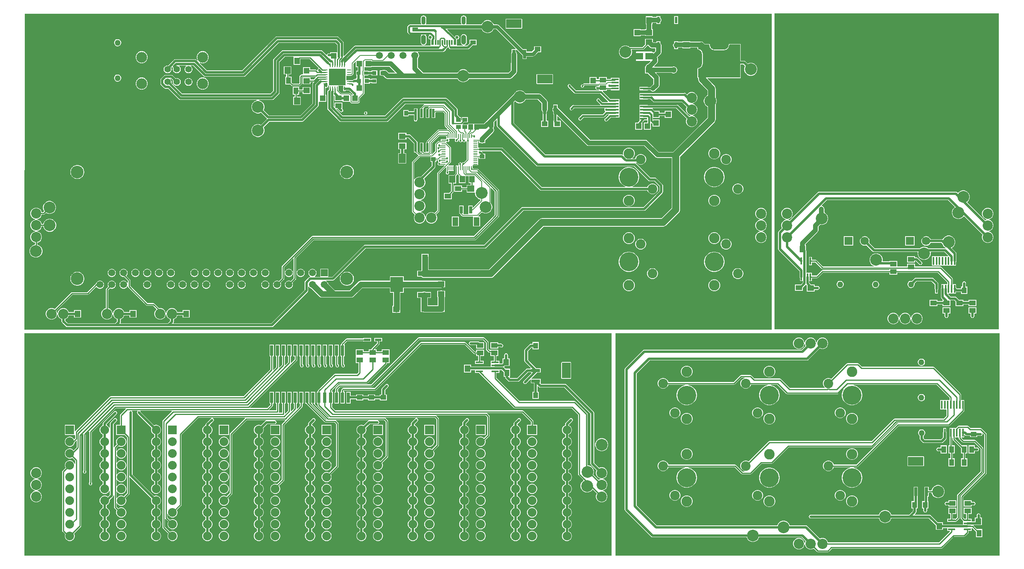
<source format=gtl>
G04*
G04 #@! TF.GenerationSoftware,Altium Limited,Altium Designer,25.1.2 (22)*
G04*
G04 Layer_Physical_Order=1*
G04 Layer_Color=255*
%FSLAX25Y25*%
%MOIN*%
G70*
G04*
G04 #@! TF.SameCoordinates,3AA37EA1-F988-493A-ACA0-F71776FBCFF4*
G04*
G04*
G04 #@! TF.FilePolarity,Positive*
G04*
G01*
G75*
%ADD11C,0.02000*%
%ADD16C,0.01000*%
%ADD20C,0.10000*%
%ADD21R,0.06844X0.05500*%
%ADD22R,0.05700X0.04400*%
%ADD23R,0.02600X0.07300*%
%ADD24R,0.02500X0.09000*%
%ADD25R,0.02100X0.07200*%
%ADD26R,0.02200X0.05750*%
%ADD27R,0.03858X0.03189*%
%ADD28R,0.04600X0.05700*%
%ADD29R,0.04800X0.04900*%
%ADD30R,0.03800X0.03400*%
%ADD31R,0.03600X0.00700*%
%ADD32R,0.00700X0.03600*%
%ADD33R,0.03600X0.01000*%
%ADD34R,0.01000X0.03600*%
%ADD35R,0.06299X0.01772*%
%ADD36R,0.12205X0.20394*%
%ADD37R,0.01400X0.07000*%
%ADD38R,0.05906X0.07874*%
%ADD39R,0.03200X0.03000*%
%ADD40R,0.05100X0.04200*%
%ADD41R,0.04724X0.03543*%
%ADD44R,0.05800X0.02000*%
%ADD45R,0.02600X0.06100*%
%ADD46R,0.03400X0.04200*%
%ADD47R,0.03940X0.04759*%
%ADD48R,0.05000X0.05500*%
%ADD49R,0.05121X0.04169*%
%ADD50R,0.05200X0.05900*%
%ADD51R,0.02362X0.04488*%
%ADD52R,0.01181X0.04488*%
%ADD53R,0.04331X0.05512*%
%ADD54R,0.04200X0.03400*%
%ADD55R,0.05900X0.05200*%
%ADD56R,0.04200X0.05100*%
%ADD57R,0.05000X0.05000*%
%ADD58R,0.05000X0.05000*%
%ADD59R,0.05500X0.05000*%
%ADD60R,0.05700X0.04600*%
%ADD61R,0.04400X0.05700*%
%ADD62R,0.05512X0.04331*%
%ADD63R,0.07300X0.02600*%
%ADD67R,0.12600X0.12600*%
%ADD68R,0.14200X0.14200*%
%ADD76C,0.08100*%
%ADD80O,0.07874X0.15748*%
%ADD81O,0.17717X0.07874*%
%ADD82O,0.15748X0.07874*%
%ADD83R,0.05900X0.05900*%
%ADD84C,0.05900*%
%ADD90C,0.05600*%
%ADD91C,0.05000*%
%ADD98R,0.10630X0.12992*%
%ADD99R,0.10630X0.03937*%
%ADD100R,0.06150X0.01400*%
%ADD101R,0.05100X0.07500*%
%ADD102R,0.01400X0.06150*%
%ADD103C,0.00700*%
%ADD104C,0.01500*%
%ADD105C,0.04000*%
%ADD106C,0.05000*%
%ADD107C,0.06000*%
%ADD108C,0.01900*%
%ADD109C,0.01800*%
%ADD110C,0.03000*%
%ADD111C,0.16100*%
%ADD112C,0.08900*%
%ADD113R,0.07087X0.07087*%
%ADD114C,0.07087*%
%ADD115C,0.10039*%
%ADD116C,0.10827*%
%ADD117C,0.05937*%
%ADD118R,0.05937X0.05937*%
%ADD119R,0.07382X0.07382*%
%ADD120C,0.07382*%
%ADD121C,0.09100*%
%ADD122C,0.02559*%
%ADD123O,0.03543X0.07087*%
%ADD124O,0.04134X0.08268*%
%ADD125C,0.08661*%
%ADD126C,0.01800*%
%ADD127C,0.01600*%
G36*
X846400Y221700D02*
X656200D01*
Y489700D01*
X846400D01*
Y221700D01*
D02*
G37*
G36*
X654100Y221600D02*
X21355D01*
X21002Y221954D01*
X21300Y489500D01*
X654100D01*
Y221600D01*
D02*
G37*
G36*
X847000Y30000D02*
X521600D01*
Y218400D01*
X847000D01*
Y30000D01*
D02*
G37*
G36*
X518300D02*
X21000D01*
Y218400D01*
X518300D01*
Y30000D01*
D02*
G37*
%LPC*%
G36*
X817024Y339700D02*
X815576D01*
X814177Y339325D01*
X812923Y338601D01*
X812096Y337774D01*
X811454Y337709D01*
X811081Y338081D01*
X810585Y338413D01*
X810000Y338529D01*
X694000D01*
X693415Y338413D01*
X692919Y338081D01*
X669165Y314328D01*
X668865Y314502D01*
X667970Y314741D01*
Y315259D01*
X668865Y315498D01*
X669966Y316135D01*
X670865Y317034D01*
X671501Y318135D01*
X671831Y319364D01*
Y320636D01*
X671501Y321865D01*
X670865Y322966D01*
X669966Y323866D01*
X668865Y324501D01*
X667636Y324831D01*
X666364D01*
X665135Y324501D01*
X664034Y323866D01*
X663134Y322966D01*
X662499Y321865D01*
X662169Y320636D01*
Y319364D01*
X662499Y318135D01*
X663134Y317034D01*
X664034Y316135D01*
X665135Y315498D01*
X666030Y315259D01*
Y314741D01*
X665135Y314502D01*
X664034Y313865D01*
X663134Y312966D01*
X662499Y311865D01*
X662169Y310636D01*
Y309364D01*
X662499Y308135D01*
X662672Y307835D01*
X659919Y305081D01*
X659587Y304585D01*
X659471Y304000D01*
Y290000D01*
X659587Y289415D01*
X659919Y288919D01*
X677632Y271205D01*
Y266325D01*
X677748Y265740D01*
X677961Y265421D01*
Y262750D01*
X680191D01*
Y261354D01*
X678787Y259950D01*
X673650D01*
Y254550D01*
X680350D01*
Y257187D01*
X682679Y259516D01*
X682888Y259566D01*
X683112D01*
X683321Y259516D01*
X683750Y259087D01*
Y253850D01*
X690250D01*
Y255321D01*
X692850D01*
X693435Y255437D01*
X693931Y255769D01*
X694081Y255919D01*
X694413Y256415D01*
X694529Y257000D01*
X694413Y257585D01*
X694081Y258081D01*
X693585Y258413D01*
X693000Y258529D01*
X692415Y258413D01*
X692365Y258379D01*
X690250D01*
Y259850D01*
X687313D01*
X685809Y261354D01*
Y262750D01*
X688039D01*
Y265305D01*
X692325D01*
X692715Y265383D01*
X693046Y265604D01*
X697422Y269980D01*
X753650D01*
Y268050D01*
X760350D01*
Y269980D01*
X794578D01*
X802819Y261739D01*
Y260659D01*
X802479Y260300D01*
X800080D01*
Y260300D01*
X799920D01*
Y260300D01*
X797520D01*
Y257204D01*
X797307Y256885D01*
X797191Y256300D01*
Y249279D01*
X797307Y248694D01*
X797639Y248198D01*
X798458Y247379D01*
X798650Y246950D01*
X798650D01*
X798650Y246950D01*
Y245779D01*
X794350D01*
Y246950D01*
X787650D01*
Y241550D01*
X794350D01*
Y242721D01*
X798650D01*
Y241550D01*
X805350D01*
Y246471D01*
X808617D01*
X809650Y245437D01*
Y241550D01*
X816350D01*
Y242721D01*
X820650D01*
Y241550D01*
X827350D01*
Y246950D01*
X820650D01*
Y245779D01*
X816350D01*
Y246950D01*
X812463D01*
X810331Y249081D01*
X809835Y249413D01*
X809250Y249529D01*
X805634D01*
X803325Y251838D01*
X803516Y252300D01*
X805039D01*
Y252300D01*
X805198D01*
Y252300D01*
X807598D01*
X807598Y252300D01*
X807757D01*
Y252300D01*
X808098Y252300D01*
X810157D01*
Y253389D01*
X810257Y253471D01*
X814350D01*
Y251950D01*
X819550D01*
Y258050D01*
X818479D01*
Y260749D01*
X818529Y261000D01*
X818413Y261585D01*
X818081Y262081D01*
X817585Y262413D01*
X817000Y262529D01*
X816415Y262413D01*
X815919Y262081D01*
X815869Y262031D01*
X815537Y261535D01*
X815421Y260950D01*
Y258050D01*
X814350D01*
Y256529D01*
X810890D01*
X810157Y257263D01*
Y260300D01*
X807757D01*
X807417Y260659D01*
Y264602D01*
X807340Y264992D01*
X807119Y265323D01*
X797721Y274721D01*
X797390Y274942D01*
X797000Y275020D01*
X775350D01*
Y277450D01*
X768650D01*
Y275020D01*
X760350D01*
Y279950D01*
X753650D01*
Y279529D01*
X748291D01*
X747987Y279926D01*
X748000Y279976D01*
Y281424D01*
X747625Y282823D01*
X746901Y284077D01*
X745877Y285101D01*
X744623Y285825D01*
X743224Y286200D01*
X741776D01*
X740377Y285825D01*
X739123Y285101D01*
X738099Y284077D01*
X737375Y282823D01*
X737000Y281424D01*
Y279976D01*
X737375Y278577D01*
X738099Y277323D01*
X739123Y276299D01*
X740377Y275575D01*
X740583Y275520D01*
X740517Y275020D01*
X697422D01*
X692046Y280396D01*
X691715Y280617D01*
X691325Y280695D01*
X688039D01*
Y283250D01*
X685639D01*
Y276100D01*
X688039D01*
Y278655D01*
X690903D01*
X696279Y273279D01*
X696610Y273058D01*
X697000Y272980D01*
X753650D01*
Y272020D01*
X697000D01*
X696610Y271942D01*
X696279Y271721D01*
X691903Y267345D01*
X688039D01*
Y269900D01*
X685639D01*
X685639Y269900D01*
X685479D01*
Y269900D01*
X685139Y269900D01*
X683250D01*
Y279675D01*
Y288429D01*
X683150Y288932D01*
Y293250D01*
X682699D01*
Y293944D01*
X690802Y302048D01*
X691105Y302500D01*
X692802Y304198D01*
X693355Y305025D01*
X693549Y306000D01*
Y308944D01*
X695125Y310521D01*
X695576Y310400D01*
X697024D01*
X698423Y310775D01*
X699677Y311499D01*
X700701Y312523D01*
X701425Y313777D01*
X701800Y315176D01*
Y316624D01*
X701425Y318023D01*
X700701Y319277D01*
X699677Y320301D01*
X698549Y320952D01*
Y324000D01*
X698355Y324975D01*
X697802Y325802D01*
X696976Y326355D01*
X696349Y326480D01*
X696185Y327022D01*
X700633Y331471D01*
X803366D01*
X808948Y325889D01*
X808883Y325393D01*
X808723Y325301D01*
X807699Y324277D01*
X806975Y323023D01*
X806600Y321624D01*
Y320176D01*
X806975Y318777D01*
X807699Y317523D01*
X808723Y316499D01*
X809977Y315775D01*
X811376Y315400D01*
X812824D01*
X814223Y315775D01*
X815477Y316499D01*
X816501Y317523D01*
X816593Y317683D01*
X817089Y317748D01*
X832672Y302165D01*
X832498Y301865D01*
X832169Y300636D01*
Y299364D01*
X832498Y298135D01*
X833134Y297034D01*
X834034Y296134D01*
X835135Y295498D01*
X836364Y295169D01*
X837636D01*
X838865Y295498D01*
X839966Y296134D01*
X840866Y297034D01*
X841502Y298135D01*
X841831Y299364D01*
Y300636D01*
X841502Y301865D01*
X840866Y302966D01*
X839966Y303866D01*
X838865Y304502D01*
X837970Y304741D01*
Y305259D01*
X838865Y305499D01*
X839966Y306135D01*
X840866Y307034D01*
X841502Y308135D01*
X841831Y309364D01*
Y310636D01*
X841502Y311865D01*
X840866Y312966D01*
X839966Y313865D01*
X838865Y314502D01*
X837970Y314741D01*
Y315259D01*
X838865Y315498D01*
X839966Y316135D01*
X840866Y317034D01*
X841502Y318135D01*
X841831Y319364D01*
Y320636D01*
X841502Y321865D01*
X840866Y322966D01*
X839966Y323866D01*
X838865Y324501D01*
X837636Y324831D01*
X836364D01*
X835135Y324501D01*
X834034Y323866D01*
X833134Y322966D01*
X832498Y321865D01*
X832169Y320636D01*
Y319364D01*
X832498Y318135D01*
X833134Y317034D01*
X834034Y316135D01*
X835135Y315498D01*
X836030Y315259D01*
Y314741D01*
X835135Y314502D01*
X834835Y314328D01*
X819641Y329522D01*
X819677Y329799D01*
X820701Y330823D01*
X821425Y332077D01*
X821800Y333476D01*
Y334924D01*
X821425Y336323D01*
X820701Y337577D01*
X819677Y338601D01*
X818423Y339325D01*
X817024Y339700D01*
D02*
G37*
G36*
X804589Y301362D02*
X803141D01*
X801742Y300987D01*
X800488Y300263D01*
X799464Y299239D01*
X798839Y298157D01*
X798257Y298273D01*
X788570D01*
X788562Y298304D01*
X788029Y299226D01*
X787277Y299979D01*
X786355Y300511D01*
X785326Y300786D01*
X784262D01*
X783233Y300511D01*
X782311Y299979D01*
X781559Y299226D01*
X781026Y298304D01*
X780751Y297276D01*
Y296211D01*
X781026Y295183D01*
X781559Y294261D01*
X782311Y293508D01*
X783233Y292975D01*
X784262Y292700D01*
X785326D01*
X786355Y292975D01*
X787277Y293508D01*
X788029Y294261D01*
X788562Y295183D01*
X788570Y295214D01*
X797623D01*
X798609Y294229D01*
X798740Y293739D01*
X799464Y292485D01*
X800488Y291461D01*
X801333Y290973D01*
X801155Y290499D01*
X801000Y290529D01*
X786649D01*
X786477Y290701D01*
X785223Y291425D01*
X783824Y291800D01*
X782376D01*
X780977Y291425D01*
X779723Y290701D01*
X779551Y290529D01*
X741171D01*
X736546Y295155D01*
X736562Y295183D01*
X736837Y296211D01*
Y297276D01*
X736562Y298304D01*
X736029Y299226D01*
X735277Y299979D01*
X734355Y300511D01*
X733326Y300786D01*
X732262D01*
X731233Y300511D01*
X730311Y299979D01*
X729559Y299226D01*
X729026Y298304D01*
X728751Y297276D01*
Y296211D01*
X729026Y295183D01*
X729559Y294261D01*
X730311Y293508D01*
X731233Y292975D01*
X732262Y292700D01*
X733326D01*
X734355Y292975D01*
X734383Y292992D01*
X739456Y287919D01*
X739952Y287587D01*
X740537Y287471D01*
X777309D01*
X777613Y287074D01*
X777600Y287024D01*
Y285576D01*
X777975Y284177D01*
X778699Y282923D01*
X779723Y281899D01*
X780977Y281175D01*
X782376Y280800D01*
X783824D01*
X785223Y281175D01*
X786477Y281899D01*
X787501Y282923D01*
X788225Y284177D01*
X788600Y285576D01*
Y287024D01*
X788587Y287074D01*
X788891Y287471D01*
X800366D01*
X803675Y284162D01*
X803484Y283700D01*
X802639Y283700D01*
X802139Y283700D01*
X800420D01*
X800080Y283700D01*
X799579Y283700D01*
X797861D01*
X797520Y283700D01*
X797020Y283700D01*
X795302D01*
X794961Y283700D01*
X794461Y283700D01*
X792743D01*
X792402Y283700D01*
X791902Y283700D01*
X789843D01*
Y275700D01*
X791902D01*
X792243Y275700D01*
X792743Y275700D01*
X794461D01*
X794802Y275700D01*
X795302Y275700D01*
X797020D01*
X797361Y275700D01*
X797861Y275700D01*
X799579D01*
X799921Y275700D01*
X800420Y275700D01*
X802139D01*
X802479Y275700D01*
X802979Y275700D01*
X805039D01*
X805039Y275700D01*
X805198D01*
Y275700D01*
X805539Y275700D01*
X807598D01*
Y275700D01*
X807757D01*
Y275700D01*
X810157D01*
Y278796D01*
X810370Y279115D01*
X810486Y279700D01*
Y286043D01*
X810370Y286629D01*
X810038Y287125D01*
X806556Y290607D01*
X806621Y291103D01*
X807242Y291461D01*
X808266Y292485D01*
X808990Y293739D01*
X809365Y295138D01*
Y296586D01*
X808990Y297985D01*
X808266Y299239D01*
X807242Y300263D01*
X805988Y300987D01*
X804589Y301362D01*
D02*
G37*
G36*
X775058Y300786D02*
X766971D01*
Y292700D01*
X775058D01*
Y300786D01*
D02*
G37*
G36*
X723058D02*
X714971D01*
Y292700D01*
X723058D01*
Y300786D01*
D02*
G37*
G36*
X775350Y283950D02*
X768650D01*
Y278550D01*
X775350D01*
Y279721D01*
X776117D01*
X778919Y276919D01*
X779415Y276587D01*
X780000Y276471D01*
X780585Y276587D01*
X781081Y276919D01*
X781413Y277415D01*
X781529Y278000D01*
X781413Y278585D01*
X781081Y279081D01*
X777831Y282331D01*
X777335Y282663D01*
X776750Y282779D01*
X775350D01*
Y283950D01*
D02*
G37*
G36*
X790000Y265529D02*
X776000D01*
X775415Y265413D01*
X774919Y265081D01*
X772744Y262907D01*
X772395Y263000D01*
X771605D01*
X770842Y262796D01*
X770158Y262401D01*
X769599Y261842D01*
X769204Y261158D01*
X769000Y260395D01*
Y259605D01*
X769204Y258842D01*
X769599Y258158D01*
X770158Y257599D01*
X770842Y257204D01*
X771605Y257000D01*
X772395D01*
X773158Y257204D01*
X773842Y257599D01*
X774401Y258158D01*
X774796Y258842D01*
X775000Y259605D01*
Y260395D01*
X774907Y260744D01*
X776634Y262471D01*
X789366D01*
X792073Y259764D01*
Y256300D01*
X792189Y255715D01*
X792402Y255396D01*
Y252300D01*
X794802D01*
Y255396D01*
X795015Y255715D01*
X795132Y256300D01*
Y260398D01*
X795015Y260983D01*
X794684Y261479D01*
X791081Y265081D01*
X790585Y265413D01*
X790000Y265529D01*
D02*
G37*
G36*
X712395Y263000D02*
X711605D01*
X710842Y262796D01*
X710158Y262401D01*
X709599Y261842D01*
X709204Y261158D01*
X709000Y260395D01*
Y259605D01*
X709204Y258842D01*
X709599Y258158D01*
X710158Y257599D01*
X710842Y257204D01*
X711605Y257000D01*
X712395D01*
X713158Y257204D01*
X713842Y257599D01*
X714401Y258158D01*
X714796Y258842D01*
X715000Y259605D01*
Y260395D01*
X714796Y261158D01*
X714401Y261842D01*
X713842Y262401D01*
X713158Y262796D01*
X712395Y263000D01*
D02*
G37*
G36*
X742395Y262842D02*
X741605D01*
X740842Y262638D01*
X740158Y262243D01*
X739599Y261685D01*
X739204Y261000D01*
X739000Y260238D01*
Y259448D01*
X739204Y258685D01*
X739599Y258000D01*
X740158Y257442D01*
X740842Y257047D01*
X741605Y256842D01*
X742395D01*
X743158Y257047D01*
X743842Y257442D01*
X744401Y258000D01*
X744796Y258685D01*
X745000Y259448D01*
Y260238D01*
X744796Y261000D01*
X744401Y261685D01*
X743842Y262243D01*
X743158Y262638D01*
X742395Y262842D01*
D02*
G37*
G36*
X777636Y235831D02*
X776364D01*
X775135Y235502D01*
X774034Y234865D01*
X773135Y233966D01*
X772499Y232865D01*
X772259Y231970D01*
X771741D01*
X771501Y232865D01*
X770865Y233966D01*
X769966Y234865D01*
X768865Y235502D01*
X767636Y235831D01*
X766364D01*
X765135Y235502D01*
X764034Y234865D01*
X763134Y233966D01*
X762499Y232865D01*
X762259Y231970D01*
X761741D01*
X761502Y232865D01*
X760865Y233966D01*
X759966Y234865D01*
X758865Y235502D01*
X757636Y235831D01*
X756364D01*
X755135Y235502D01*
X754034Y234865D01*
X753134Y233966D01*
X752498Y232865D01*
X752169Y231636D01*
Y230364D01*
X752498Y229135D01*
X753134Y228034D01*
X754034Y227134D01*
X755135Y226499D01*
X756364Y226169D01*
X757636D01*
X758865Y226499D01*
X759966Y227134D01*
X760865Y228034D01*
X761502Y229135D01*
X761741Y230030D01*
X762259D01*
X762499Y229135D01*
X763134Y228034D01*
X764034Y227134D01*
X765135Y226499D01*
X766364Y226169D01*
X767636D01*
X768865Y226499D01*
X769966Y227134D01*
X770865Y228034D01*
X771501Y229135D01*
X771741Y230030D01*
X772259D01*
X772499Y229135D01*
X773135Y228034D01*
X774034Y227134D01*
X775135Y226499D01*
X776364Y226169D01*
X777636D01*
X778865Y226499D01*
X779966Y227134D01*
X780865Y228034D01*
X781501Y229135D01*
X781831Y230364D01*
Y231636D01*
X781501Y232865D01*
X780865Y233966D01*
X779966Y234865D01*
X778865Y235502D01*
X777636Y235831D01*
D02*
G37*
G36*
X827350Y240450D02*
X820650D01*
Y235050D01*
X822471D01*
Y233000D01*
X822587Y232415D01*
X822919Y231919D01*
X823415Y231587D01*
X824000Y231471D01*
X824585Y231587D01*
X825081Y231919D01*
X825413Y232415D01*
X825529Y233000D01*
Y235050D01*
X827350D01*
Y240450D01*
D02*
G37*
G36*
X805350D02*
X798650D01*
Y235050D01*
X800471D01*
Y233000D01*
X800587Y232415D01*
X800919Y231919D01*
X801415Y231587D01*
X802000Y231471D01*
X802585Y231587D01*
X803081Y231919D01*
X803413Y232415D01*
X803529Y233000D01*
Y235050D01*
X805350D01*
Y240450D01*
D02*
G37*
G36*
X559600Y487600D02*
X556400D01*
Y486774D01*
X552950D01*
Y487350D01*
X547350D01*
Y480650D01*
X547601D01*
Y476450D01*
X546650D01*
Y476199D01*
X543000D01*
Y476650D01*
X537000D01*
Y470650D01*
X543000D01*
Y471101D01*
X546650D01*
Y470850D01*
X553350D01*
Y476450D01*
X552699D01*
Y480650D01*
X552950D01*
Y481676D01*
X556400D01*
Y480850D01*
X559600D01*
Y482287D01*
X559802Y482423D01*
X560355Y483250D01*
X560549Y484225D01*
X560355Y485201D01*
X559802Y486027D01*
X559600Y486163D01*
Y487600D01*
D02*
G37*
G36*
X574600D02*
X571400D01*
Y480850D01*
X574600D01*
Y487600D01*
D02*
G37*
G36*
X393130Y488076D02*
X392244Y487900D01*
X391492Y487398D01*
X390990Y486646D01*
X390814Y485760D01*
Y482217D01*
X390990Y481330D01*
X391221Y480984D01*
X390954Y480484D01*
X374855D01*
X374297Y480373D01*
X374178Y480397D01*
X361232D01*
X360965Y480897D01*
X361254Y481330D01*
X361430Y482217D01*
Y485760D01*
X361254Y486646D01*
X360752Y487398D01*
X360000Y487900D01*
X359114Y488076D01*
X358228Y487900D01*
X357476Y487398D01*
X356974Y486646D01*
X356798Y485760D01*
Y482217D01*
X356974Y481330D01*
X357264Y480897D01*
X356996Y480397D01*
X347600D01*
X347112Y480300D01*
X346699Y480024D01*
X345699Y479024D01*
X345423Y478610D01*
X345325Y478123D01*
Y474200D01*
X345423Y473712D01*
X345699Y473299D01*
X346899Y472099D01*
X347312Y471823D01*
X347800Y471726D01*
X356880D01*
X357127Y471226D01*
X356872Y470893D01*
X356613Y470268D01*
X356525Y469598D01*
Y465465D01*
X356613Y464794D01*
X356872Y464170D01*
X357283Y463634D01*
X357820Y463222D01*
X358444Y462964D01*
X359114Y462876D01*
X359784Y462964D01*
X360409Y463222D01*
X360945Y463634D01*
X361356Y464170D01*
X361615Y464794D01*
X361703Y465465D01*
Y469598D01*
X361615Y470268D01*
X361356Y470893D01*
X361101Y471226D01*
X361348Y471726D01*
X363809D01*
X363884Y471611D01*
X363736Y471009D01*
X363235Y470508D01*
X362965Y469854D01*
Y469146D01*
X363235Y468492D01*
X363736Y467991D01*
X364390Y467721D01*
X364992D01*
Y462543D01*
X364560Y462378D01*
X301203D01*
X300637Y462266D01*
X300157Y461945D01*
X291878Y453666D01*
X291378Y453873D01*
Y464907D01*
X291266Y465473D01*
X290945Y465952D01*
X288283Y468614D01*
X288138Y468831D01*
X287706Y469120D01*
X287081Y469745D01*
X286601Y470066D01*
X286035Y470178D01*
X234665D01*
X234099Y470066D01*
X233619Y469745D01*
X205352Y441478D01*
X175612D01*
X169154Y447936D01*
X169461Y448337D01*
X170105Y447965D01*
X171389Y447621D01*
X172719D01*
X174003Y447965D01*
X175155Y448630D01*
X176095Y449570D01*
X176760Y450722D01*
X177104Y452006D01*
Y453336D01*
X176760Y454620D01*
X176095Y455772D01*
X175155Y456712D01*
X174003Y457377D01*
X172719Y457721D01*
X171389D01*
X170105Y457377D01*
X168953Y456712D01*
X168013Y455772D01*
X167348Y454620D01*
X167004Y453336D01*
Y452006D01*
X167348Y450722D01*
X167720Y450078D01*
X167320Y449771D01*
X166645Y450445D01*
X166166Y450766D01*
X165600Y450878D01*
X149551D01*
X149295Y450929D01*
X148784D01*
X148198Y450813D01*
X147702Y450481D01*
X147557Y450264D01*
X144155Y446862D01*
X144155Y446862D01*
X142893Y445600D01*
X142685Y445656D01*
X141817D01*
X140977Y445431D01*
X140225Y444997D01*
X139610Y444382D01*
X139176Y443630D01*
X138951Y442790D01*
Y441921D01*
X139176Y441082D01*
X139610Y440330D01*
X140225Y439715D01*
X140977Y439281D01*
X141817Y439056D01*
X142685D01*
X143525Y439281D01*
X144277Y439715D01*
X144892Y440330D01*
X145326Y441082D01*
X145551Y441921D01*
Y442790D01*
X145326Y443630D01*
X145245Y443771D01*
X145852Y444378D01*
X146258Y444255D01*
X146359Y444178D01*
X146655Y443736D01*
X146989Y443401D01*
X146825Y442790D01*
Y441921D01*
X147050Y441082D01*
X147484Y440330D01*
X148099Y439715D01*
X148851Y439281D01*
X149691Y439056D01*
X150559D01*
X151399Y439281D01*
X152151Y439715D01*
X152766Y440330D01*
X153200Y441082D01*
X153425Y441921D01*
Y442790D01*
X153200Y443630D01*
X152766Y444382D01*
X152226Y444922D01*
X152332Y445422D01*
X157760D01*
X157866Y444922D01*
X157327Y444382D01*
X156893Y443630D01*
X156668Y442790D01*
Y441921D01*
X156893Y441082D01*
X157327Y440330D01*
X157941Y439715D01*
X158694Y439281D01*
X159533Y439056D01*
X160402D01*
X161241Y439281D01*
X161994Y439715D01*
X162608Y440330D01*
X163043Y441082D01*
X163268Y441921D01*
Y442790D01*
X163043Y443630D01*
X162608Y444382D01*
X162069Y444922D01*
X162175Y445422D01*
X163952D01*
X172919Y436455D01*
X173399Y436134D01*
X173965Y436022D01*
X207000D01*
X207566Y436134D01*
X208045Y436455D01*
X236312Y464722D01*
X284388D01*
X284723Y464386D01*
X284869Y464169D01*
X285301Y463880D01*
X285922Y463259D01*
Y457441D01*
X285900Y456950D01*
X279900D01*
Y455929D01*
X278600D01*
X278015Y455813D01*
X277519Y455481D01*
X277187Y454985D01*
X277181Y454955D01*
X276639Y454791D01*
X273384Y458045D01*
X273384Y458045D01*
X273384D01*
X272904Y458366D01*
X272339Y458478D01*
X240106D01*
X239540Y458366D01*
X239060Y458045D01*
X232155Y451139D01*
X231834Y450660D01*
X231722Y450094D01*
Y424012D01*
X229488Y421778D01*
X154612D01*
X145464Y430927D01*
X145551Y431252D01*
Y432121D01*
X145326Y432960D01*
X144892Y433713D01*
X144544Y434060D01*
X144726Y434521D01*
X145152Y434569D01*
X146989Y432732D01*
X146825Y432121D01*
Y431252D01*
X147050Y430413D01*
X147484Y429660D01*
X148099Y429046D01*
X148851Y428612D01*
X149691Y428387D01*
X150559D01*
X151399Y428612D01*
X152151Y429046D01*
X152766Y429660D01*
X153200Y430413D01*
X153425Y431252D01*
Y432121D01*
X153200Y432960D01*
X152766Y433713D01*
X152151Y434327D01*
X151399Y434762D01*
X150559Y434987D01*
X149691D01*
X149080Y434823D01*
X146757Y437145D01*
X146277Y437466D01*
X145712Y437578D01*
X140454D01*
X139888Y437466D01*
X139409Y437145D01*
X136655Y434391D01*
X136334Y433912D01*
X136222Y433346D01*
Y430227D01*
X136334Y429662D01*
X136655Y429182D01*
X139445Y426391D01*
X139925Y426071D01*
X140491Y425958D01*
X142857D01*
X151961Y416855D01*
X152440Y416534D01*
X153006Y416422D01*
X217718D01*
X217783Y415922D01*
X216677Y415625D01*
X215423Y414901D01*
X214399Y413877D01*
X213675Y412623D01*
X213300Y411224D01*
Y409776D01*
X213675Y408377D01*
X214399Y407123D01*
X215423Y406099D01*
X216677Y405375D01*
X218076Y405000D01*
X219524D01*
X220923Y405375D01*
X221501Y405708D01*
X226365Y400844D01*
X226452Y400725D01*
X226399Y400190D01*
X221501Y395292D01*
X220923Y395625D01*
X219524Y396000D01*
X218076D01*
X216677Y395625D01*
X215423Y394901D01*
X214399Y393877D01*
X213675Y392623D01*
X213300Y391224D01*
Y389776D01*
X213675Y388377D01*
X214399Y387123D01*
X215423Y386099D01*
X216677Y385375D01*
X218076Y385000D01*
X219524D01*
X220923Y385375D01*
X222177Y386099D01*
X223201Y387123D01*
X223925Y388377D01*
X224300Y389776D01*
Y391224D01*
X223925Y392623D01*
X223592Y393201D01*
X228312Y397922D01*
X256400D01*
X256966Y398034D01*
X257445Y398355D01*
X269845Y410755D01*
X270166Y411234D01*
X270278Y411800D01*
Y414661D01*
X270700Y414850D01*
X276700D01*
Y420850D01*
X275870D01*
Y426462D01*
X276370Y426756D01*
X276800Y426671D01*
X277385Y426787D01*
X277881Y427119D01*
X278213Y427615D01*
X278280Y427950D01*
X278400Y428400D01*
X279095D01*
Y426249D01*
X279075Y426150D01*
Y424839D01*
X278617Y424748D01*
X278137Y424428D01*
X277817Y423948D01*
X277704Y423382D01*
Y409035D01*
X277817Y408470D01*
X278137Y407990D01*
X287972Y398155D01*
X288452Y397834D01*
X289018Y397722D01*
X327994D01*
X328560Y397834D01*
X329040Y398155D01*
X343606Y412722D01*
X359249D01*
X359400Y412222D01*
X359387Y412213D01*
X356887Y409713D01*
X356699Y409432D01*
X356663Y409250D01*
X355950D01*
Y401050D01*
X359050D01*
Y409250D01*
X359050Y409250D01*
X359050D01*
X359278Y409652D01*
X360359Y410733D01*
X363201D01*
X363408Y410233D01*
X362424Y409250D01*
X360950D01*
Y401050D01*
X364050D01*
Y408424D01*
X364859Y409233D01*
X365950D01*
Y401050D01*
X369050D01*
Y405474D01*
X369609Y406033D01*
X375541D01*
X377133Y404441D01*
Y394357D01*
X377199Y394026D01*
X377387Y393744D01*
X379403Y391729D01*
X379212Y391267D01*
X372000D01*
X371668Y391201D01*
X371387Y391013D01*
X361887Y381513D01*
X361699Y381232D01*
X361633Y380900D01*
Y380150D01*
X360950D01*
Y372167D01*
X359659D01*
X359050Y372776D01*
Y380150D01*
X355950D01*
Y371950D01*
X357424D01*
X357946Y371429D01*
X357754Y370967D01*
X355605D01*
X354050Y372521D01*
Y380150D01*
X354019D01*
X353913Y380685D01*
X353581Y381181D01*
X348059Y386704D01*
X347563Y387036D01*
X346977Y387152D01*
X344529D01*
Y388423D01*
X337829D01*
Y382823D01*
X344529D01*
Y384093D01*
X346344D01*
X350950Y379487D01*
Y371950D01*
X352170D01*
X354633Y369487D01*
X354662Y369188D01*
X349669Y364194D01*
X349481Y363913D01*
X349415Y363582D01*
Y321818D01*
X349481Y321487D01*
X349669Y321206D01*
X351715Y319159D01*
X351199Y318265D01*
X350869Y317036D01*
Y315764D01*
X351199Y314535D01*
X351835Y313434D01*
X352734Y312534D01*
X353835Y311898D01*
X355064Y311569D01*
X356336D01*
X357565Y311898D01*
X358666Y312534D01*
X359565Y313434D01*
X360202Y314535D01*
X360441Y315430D01*
X360959D01*
X361198Y314535D01*
X361835Y313434D01*
X362734Y312534D01*
X363835Y311898D01*
X365064Y311569D01*
X366336D01*
X367565Y311898D01*
X368666Y312534D01*
X369566Y313434D01*
X370201Y314535D01*
X370531Y315764D01*
Y317036D01*
X370201Y318265D01*
X369685Y319159D01*
X372213Y321687D01*
X372401Y321968D01*
X372467Y322300D01*
Y353841D01*
X373659Y355034D01*
X373659Y355034D01*
X377952Y359326D01*
X378414Y359135D01*
Y358584D01*
X378397Y358500D01*
Y355777D01*
X378113Y355493D01*
X377900Y354978D01*
Y354421D01*
X378113Y353907D01*
X378507Y353513D01*
X379022Y353300D01*
X379578D01*
X380093Y353513D01*
X380487Y353907D01*
X380700Y354421D01*
Y354978D01*
X380487Y355493D01*
X380280Y355700D01*
X380487Y356200D01*
X384838D01*
Y360800D01*
X380079D01*
X379888Y361262D01*
X382013Y363387D01*
X382201Y363668D01*
X382267Y364000D01*
Y375900D01*
X382201Y376232D01*
X382013Y376513D01*
X378726Y379799D01*
X378445Y379987D01*
X378200Y380036D01*
Y380713D01*
X378700Y380920D01*
X378707Y380913D01*
X379222Y380700D01*
X379779D01*
X380293Y380913D01*
X380687Y381307D01*
X380900Y381821D01*
Y382379D01*
X380687Y382893D01*
X380680Y382900D01*
X380887Y383400D01*
X385613D01*
X385820Y382900D01*
X385813Y382893D01*
X385600Y382379D01*
Y381821D01*
X385813Y381307D01*
X386207Y380913D01*
X386721Y380700D01*
X387279D01*
X387793Y380913D01*
X388187Y381307D01*
X388400Y381821D01*
Y382274D01*
X388752Y382626D01*
X389176Y382343D01*
X389100Y382160D01*
Y381604D01*
X389313Y381089D01*
X389707Y380695D01*
X390222Y380482D01*
X390778D01*
X391293Y380695D01*
X391687Y381089D01*
X391719Y381166D01*
X392260D01*
X392290Y381094D01*
X392683Y380700D01*
X393198Y380487D01*
X393755D01*
X394269Y380700D01*
X394663Y381094D01*
X394791Y381402D01*
X395332D01*
X395413Y381207D01*
X395807Y380813D01*
X395817Y380809D01*
Y365841D01*
X395539Y365563D01*
X395539Y365563D01*
X393419Y363442D01*
X393112Y363570D01*
X392555D01*
X392040Y363356D01*
X391743Y363059D01*
X391468Y362994D01*
X391142Y363050D01*
X390856Y363335D01*
X390341Y363549D01*
X389784D01*
X389270Y363335D01*
X388876Y362942D01*
X388663Y362427D01*
Y361870D01*
X388876Y361356D01*
X388932Y361300D01*
X388725Y360800D01*
X386288D01*
Y358642D01*
X386257Y358485D01*
Y354154D01*
X384653Y352550D01*
X380331D01*
Y345650D01*
X382411D01*
Y339098D01*
X382191Y338878D01*
X382082Y338805D01*
X380893Y337616D01*
X376413D01*
Y332285D01*
X382925D01*
Y336764D01*
X383451Y337290D01*
X383560Y337363D01*
X384146Y337949D01*
X384367Y338280D01*
X384445Y338670D01*
Y338684D01*
X384450Y338712D01*
Y345650D01*
X386531D01*
Y351977D01*
X387631Y353077D01*
X387726Y353117D01*
X388018Y353137D01*
X388279Y353095D01*
X389050Y352324D01*
Y345750D01*
X394650D01*
Y351810D01*
X394800Y351933D01*
X397350D01*
Y345750D01*
X399130D01*
Y344131D01*
X395550D01*
Y342050D01*
X391587D01*
Y343915D01*
X385075D01*
Y338584D01*
X391587D01*
Y340011D01*
X395550D01*
Y337931D01*
X402450D01*
X402800Y337576D01*
Y336676D01*
X403175Y335277D01*
X403899Y334023D01*
X404923Y332999D01*
X406177Y332275D01*
X407433Y331938D01*
Y331359D01*
X401199Y325125D01*
X400737Y325316D01*
Y326774D01*
X397137D01*
Y319674D01*
X396754Y319392D01*
X393246D01*
X392863Y319674D01*
Y326774D01*
X389263D01*
Y319674D01*
X390229D01*
X390262Y319505D01*
X390450Y319224D01*
X391762Y317912D01*
X392043Y317724D01*
X392375Y317658D01*
X400557D01*
X401005Y317533D01*
X401005Y317158D01*
Y309033D01*
X407105D01*
Y317533D01*
X405540D01*
X405520Y317557D01*
X405358Y318033D01*
X408451Y321125D01*
X409577Y320475D01*
X410976Y320100D01*
X412424D01*
X413823Y320475D01*
X415077Y321199D01*
X416101Y322223D01*
X416825Y323477D01*
X417200Y324876D01*
Y326324D01*
X416825Y327723D01*
X416117Y328950D01*
Y341464D01*
X416617Y341671D01*
X419480Y338807D01*
Y318772D01*
X401728Y301020D01*
X265000D01*
X264610Y300942D01*
X264279Y300721D01*
X239279Y275721D01*
X239058Y275390D01*
X238980Y275000D01*
Y265147D01*
X236625Y262791D01*
X236339Y262957D01*
X235457Y263193D01*
X234543D01*
X233661Y262957D01*
X232870Y262500D01*
X232224Y261854D01*
X231768Y261063D01*
X231532Y260181D01*
Y259268D01*
X231768Y258386D01*
X232224Y257595D01*
X232870Y256949D01*
X233661Y256492D01*
X234543Y256256D01*
X235457D01*
X236339Y256492D01*
X237130Y256949D01*
X237775Y257595D01*
X238232Y258386D01*
X238469Y259268D01*
Y260181D01*
X238232Y261063D01*
X238067Y261349D01*
X240721Y264003D01*
X240942Y264334D01*
X241020Y264724D01*
Y274578D01*
X248518Y282077D01*
X248980Y281885D01*
Y265147D01*
X246625Y262791D01*
X246339Y262957D01*
X245457Y263193D01*
X244543D01*
X243661Y262957D01*
X242870Y262500D01*
X242225Y261854D01*
X241768Y261063D01*
X241531Y260181D01*
Y259268D01*
X241768Y258386D01*
X242225Y257595D01*
X242870Y256949D01*
X243661Y256492D01*
X244543Y256256D01*
X245457D01*
X246339Y256492D01*
X247130Y256949D01*
X247776Y257595D01*
X248232Y258386D01*
X248468Y259268D01*
Y260181D01*
X248232Y261063D01*
X248067Y261349D01*
X250721Y264003D01*
X250942Y264334D01*
X251020Y264724D01*
Y282456D01*
X266044Y297480D01*
X402772D01*
X403162Y297558D01*
X403493Y297779D01*
X422721Y317007D01*
X422942Y317338D01*
X423020Y317728D01*
Y339851D01*
X422942Y340241D01*
X422721Y340572D01*
X405662Y357631D01*
X405332Y357852D01*
X405095Y357899D01*
X405063Y357920D01*
X404732Y357986D01*
X401476D01*
X400586Y358876D01*
X400586Y360374D01*
X400586Y360483D01*
X400616Y360659D01*
X400727Y360873D01*
X400941Y360984D01*
X401117Y361014D01*
X401226Y361014D01*
X405400D01*
Y362589D01*
Y367296D01*
X406150D01*
Y366400D01*
X411350D01*
Y370800D01*
X409935D01*
X409928Y370838D01*
X409651Y371251D01*
X408470Y372433D01*
X408677Y372933D01*
X424704D01*
X457719Y339919D01*
X458215Y339587D01*
X458800Y339471D01*
X548699D01*
X548760Y339244D01*
X549359Y338206D01*
X550206Y337359D01*
X551244Y336760D01*
X552401Y336450D01*
X553599D01*
X554756Y336760D01*
X555794Y337359D01*
X556641Y338206D01*
X557240Y339244D01*
X557550Y340401D01*
Y341599D01*
X557240Y342756D01*
X556641Y343794D01*
X555794Y344641D01*
X554756Y345240D01*
X553599Y345550D01*
X552401D01*
X551244Y345240D01*
X550206Y344641D01*
X549359Y343794D01*
X548760Y342756D01*
X548699Y342529D01*
X536199D01*
X536099Y343029D01*
X537050Y343423D01*
X538450Y344359D01*
X539641Y345550D01*
X540577Y346950D01*
X541221Y348506D01*
X541550Y350158D01*
Y351842D01*
X541221Y353494D01*
X540577Y355050D01*
X539641Y356450D01*
X538450Y357641D01*
X537050Y358577D01*
X535494Y359221D01*
X533842Y359550D01*
X532158D01*
X530506Y359221D01*
X528950Y358577D01*
X527550Y357641D01*
X526359Y356450D01*
X525423Y355050D01*
X524779Y353494D01*
X524450Y351842D01*
Y350158D01*
X524779Y348506D01*
X525423Y346950D01*
X526359Y345550D01*
X527550Y344359D01*
X528950Y343423D01*
X529901Y343029D01*
X529801Y342529D01*
X459434D01*
X426419Y375544D01*
X425923Y375875D01*
X425338Y375992D01*
X406562D01*
X405977Y375875D01*
X405900Y375824D01*
X405400Y376091D01*
Y381470D01*
X406150D01*
Y379900D01*
X407543D01*
X407774Y379745D01*
X408750Y379551D01*
X409726Y379745D01*
X409957Y379900D01*
X411350D01*
Y382245D01*
X418102Y388998D01*
X418655Y389825D01*
X418849Y390800D01*
X418655Y391775D01*
X418204Y392450D01*
X418655Y393125D01*
X418849Y394100D01*
Y397544D01*
X420709Y399404D01*
X421171Y399213D01*
Y394500D01*
X421287Y393915D01*
X421619Y393419D01*
X454519Y360519D01*
X455015Y360187D01*
X455600Y360071D01*
X537366D01*
X549619Y347819D01*
X550115Y347487D01*
X550700Y347371D01*
X554667D01*
X558871Y343166D01*
Y339034D01*
X545366Y325529D01*
X443100D01*
X442515Y325413D01*
X442019Y325081D01*
X410366Y293429D01*
X309400D01*
X308815Y293313D01*
X308319Y292981D01*
X281666Y266329D01*
X278468D01*
Y273193D01*
X271532D01*
Y266329D01*
X267057D01*
X266923Y266829D01*
X267130Y266949D01*
X267776Y267595D01*
X268232Y268386D01*
X268468Y269268D01*
Y270181D01*
X268232Y271063D01*
X267776Y271854D01*
X267130Y272500D01*
X266339Y272956D01*
X265457Y273193D01*
X264543D01*
X263661Y272956D01*
X262870Y272500D01*
X262225Y271854D01*
X261768Y271063D01*
X261531Y270181D01*
Y269268D01*
X261768Y268386D01*
X262225Y267595D01*
X262870Y266949D01*
X263087Y266824D01*
X263092Y266638D01*
X262983Y266306D01*
X262515Y266213D01*
X262019Y265881D01*
X258819Y262681D01*
X258487Y262185D01*
X258371Y261600D01*
Y255333D01*
X229966Y226929D01*
X147480D01*
X147222Y227429D01*
X147413Y227715D01*
X147529Y228300D01*
Y230409D01*
X147865Y230499D01*
X148966Y231135D01*
X149865Y232034D01*
X150502Y233135D01*
X150591Y233471D01*
X155150D01*
Y231750D01*
X161150D01*
Y238250D01*
X155150D01*
Y236529D01*
X150591D01*
X150502Y236865D01*
X149865Y237966D01*
X148966Y238865D01*
X147865Y239502D01*
X146636Y239831D01*
X145364D01*
X144135Y239502D01*
X143034Y238865D01*
X142134Y237966D01*
X141498Y236865D01*
X141259Y235970D01*
X140741D01*
X140501Y236865D01*
X139866Y237966D01*
X138966Y238865D01*
X137865Y239502D01*
X136636Y239831D01*
X135364D01*
X135086Y239756D01*
X131121Y243721D01*
X130790Y243942D01*
X130400Y244020D01*
X125222D01*
X110620Y258622D01*
Y263500D01*
X110542Y263890D01*
X110321Y264221D01*
X107361Y267181D01*
X107775Y267595D01*
X108232Y268386D01*
X108468Y269268D01*
Y270181D01*
X108232Y271063D01*
X107775Y271854D01*
X107130Y272500D01*
X106339Y272956D01*
X105457Y273193D01*
X104543D01*
X103661Y272956D01*
X102870Y272500D01*
X102225Y271854D01*
X101768Y271063D01*
X101532Y270181D01*
Y269268D01*
X101768Y268386D01*
X102225Y267595D01*
X102870Y266949D01*
X103661Y266492D01*
X104543Y266256D01*
X105402D01*
X108580Y263078D01*
Y261460D01*
X108080Y261326D01*
X107775Y261854D01*
X107130Y262500D01*
X106339Y262957D01*
X105457Y263193D01*
X104543D01*
X103661Y262957D01*
X102870Y262500D01*
X102225Y261854D01*
X101768Y261063D01*
X101532Y260181D01*
Y259268D01*
X101768Y258386D01*
X102225Y257595D01*
X102870Y256949D01*
X103661Y256492D01*
X104543Y256256D01*
X105457D01*
X106339Y256492D01*
X107130Y256949D01*
X107775Y257595D01*
X108099Y258155D01*
X108113Y258156D01*
X108612Y258043D01*
X108658Y257810D01*
X108879Y257479D01*
X124079Y242279D01*
X124410Y242058D01*
X124800Y241980D01*
X129978D01*
X132722Y239236D01*
X132719Y238551D01*
X132134Y237966D01*
X131499Y236865D01*
X131169Y235636D01*
Y234364D01*
X131499Y233135D01*
X132134Y232034D01*
X133034Y231135D01*
X134135Y230499D01*
X135364Y230169D01*
X136636D01*
X137865Y230499D01*
X138966Y231135D01*
X139866Y232034D01*
X140501Y233135D01*
X140741Y234030D01*
X141259D01*
X141498Y233135D01*
X142134Y232034D01*
X143034Y231135D01*
X144135Y230499D01*
X144471Y230409D01*
Y228934D01*
X142466Y226929D01*
X102778D01*
X102456Y227429D01*
X102529Y227800D01*
Y230409D01*
X102865Y230499D01*
X103966Y231135D01*
X104866Y232034D01*
X105501Y233135D01*
X105591Y233471D01*
X110150D01*
Y231750D01*
X116150D01*
Y238250D01*
X110150D01*
Y236529D01*
X105591D01*
X105501Y236865D01*
X104866Y237966D01*
X103966Y238865D01*
X102865Y239502D01*
X101636Y239831D01*
X100364D01*
X99135Y239502D01*
X98034Y238865D01*
X97135Y237966D01*
X96499Y236865D01*
X96259Y235970D01*
X95741D01*
X95502Y236865D01*
X94866Y237966D01*
X93966Y238865D01*
X92865Y239502D01*
X92020Y239728D01*
Y255302D01*
X93375Y256658D01*
X93661Y256492D01*
X94543Y256256D01*
X95457D01*
X96339Y256492D01*
X97130Y256949D01*
X97776Y257595D01*
X98232Y258386D01*
X98469Y259268D01*
Y260181D01*
X98232Y261063D01*
X97776Y261854D01*
X97130Y262500D01*
X96339Y262957D01*
X95457Y263193D01*
X94543D01*
X93661Y262957D01*
X92870Y262500D01*
X92225Y261854D01*
X91768Y261063D01*
X91531Y260181D01*
Y259268D01*
X91768Y258386D01*
X91933Y258099D01*
X90279Y256445D01*
X90058Y256115D01*
X89980Y255724D01*
Y239728D01*
X89135Y239502D01*
X88034Y238865D01*
X87134Y237966D01*
X86498Y236865D01*
X86169Y235636D01*
Y234364D01*
X86498Y233135D01*
X87134Y232034D01*
X88034Y231135D01*
X89135Y230499D01*
X90364Y230169D01*
X91636D01*
X92865Y230499D01*
X93966Y231135D01*
X94866Y232034D01*
X95502Y233135D01*
X95741Y234030D01*
X96259D01*
X96499Y233135D01*
X97135Y232034D01*
X98034Y231135D01*
X99135Y230499D01*
X99471Y230409D01*
Y228433D01*
X97966Y226929D01*
X57833D01*
X55529Y229234D01*
Y230409D01*
X55865Y230499D01*
X56966Y231135D01*
X57866Y232034D01*
X58501Y233135D01*
X58591Y233471D01*
X63150D01*
Y231750D01*
X69150D01*
Y238250D01*
X63150D01*
Y236529D01*
X58591D01*
X58501Y236865D01*
X57866Y237966D01*
X56966Y238865D01*
X55865Y239502D01*
X54636Y239831D01*
X53364D01*
X52135Y239502D01*
X51034Y238865D01*
X50134Y237966D01*
X49499Y236865D01*
X49259Y235970D01*
X48741D01*
X48502Y236865D01*
X48064Y237622D01*
X61722Y251280D01*
X74600D01*
X74990Y251358D01*
X75321Y251579D01*
X81609Y257867D01*
X82105Y257802D01*
X82225Y257595D01*
X82870Y256949D01*
X83661Y256492D01*
X84543Y256256D01*
X85457D01*
X86339Y256492D01*
X87130Y256949D01*
X87775Y257595D01*
X88232Y258386D01*
X88468Y259268D01*
Y260181D01*
X88232Y261063D01*
X87775Y261854D01*
X87130Y262500D01*
X86339Y262957D01*
X85457Y263193D01*
X84543D01*
X83661Y262957D01*
X82870Y262500D01*
X82225Y261854D01*
X81768Y261063D01*
X81663Y260672D01*
X81634Y260666D01*
X81303Y260445D01*
X74178Y253320D01*
X61300D01*
X60910Y253242D01*
X60579Y253021D01*
X46622Y239064D01*
X45865Y239502D01*
X44636Y239831D01*
X43364D01*
X42135Y239502D01*
X41034Y238865D01*
X40135Y237966D01*
X39498Y236865D01*
X39169Y235636D01*
Y234364D01*
X39498Y233135D01*
X40135Y232034D01*
X41034Y231135D01*
X42135Y230499D01*
X43364Y230169D01*
X44636D01*
X45865Y230499D01*
X46966Y231135D01*
X47866Y232034D01*
X48502Y233135D01*
X48741Y234030D01*
X49259D01*
X49499Y233135D01*
X50134Y232034D01*
X51034Y231135D01*
X52135Y230499D01*
X52471Y230409D01*
Y228600D01*
X52587Y228015D01*
X52919Y227519D01*
X56119Y224319D01*
X56615Y223987D01*
X57200Y223871D01*
X230600D01*
X231185Y223987D01*
X231681Y224319D01*
X260981Y253619D01*
X261313Y254115D01*
X261429Y254700D01*
Y257972D01*
X261929Y258106D01*
X262225Y257595D01*
X262870Y256949D01*
X263661Y256492D01*
X264060Y256385D01*
X270785Y249660D01*
X271411Y249180D01*
X272141Y248877D01*
X272924Y248774D01*
X272924Y248774D01*
X282924D01*
X282924Y248774D01*
X282925Y248774D01*
X297700D01*
X298483Y248877D01*
X299213Y249180D01*
X299840Y249660D01*
X307153Y256974D01*
X330571D01*
Y253004D01*
X333360D01*
Y241850D01*
X332750D01*
Y235850D01*
X335803D01*
X336000Y235824D01*
X336197Y235850D01*
X339250D01*
Y238311D01*
X339309Y238453D01*
X339412Y239236D01*
Y253004D01*
X342201D01*
Y256974D01*
X373850D01*
X374633Y257077D01*
X375292Y257350D01*
X377350D01*
Y262950D01*
X375080D01*
X374783Y263073D01*
X374000Y263176D01*
X373217Y263073D01*
X373104Y263026D01*
X342201D01*
Y266996D01*
X330571D01*
Y263026D01*
X305900D01*
X305117Y262923D01*
X304387Y262620D01*
X303760Y262140D01*
X296447Y254826D01*
X284178D01*
X278339Y260665D01*
X278232Y261063D01*
X277776Y261854D01*
X277130Y262500D01*
X276661Y262771D01*
X276795Y263271D01*
X282300D01*
X282885Y263387D01*
X283381Y263719D01*
X310033Y290371D01*
X411000D01*
X411585Y290487D01*
X412081Y290819D01*
X443734Y322471D01*
X546000D01*
X546585Y322587D01*
X547081Y322919D01*
X561482Y337319D01*
X561813Y337815D01*
X561929Y338400D01*
Y343800D01*
X561813Y344385D01*
X561481Y344881D01*
X556381Y349981D01*
X555885Y350313D01*
X555300Y350429D01*
X551334D01*
X539081Y362681D01*
X538585Y363013D01*
X538547Y363021D01*
X538596Y363521D01*
X539178D01*
X539359Y363206D01*
X540206Y362359D01*
X541244Y361760D01*
X542401Y361450D01*
X543599D01*
X544756Y361760D01*
X545794Y362359D01*
X546641Y363206D01*
X547240Y364244D01*
X547550Y365401D01*
Y366599D01*
X547240Y367756D01*
X546641Y368794D01*
X545794Y369641D01*
X544756Y370240D01*
X543599Y370550D01*
X542401D01*
X541244Y370240D01*
X540206Y369641D01*
X539359Y368794D01*
X538760Y367756D01*
X538450Y366599D01*
Y366579D01*
X536163D01*
X536118Y366746D01*
X536080Y367079D01*
X536961Y367961D01*
X537613Y369089D01*
X537950Y370348D01*
Y371652D01*
X537613Y372911D01*
X536961Y374039D01*
X536039Y374961D01*
X534911Y375613D01*
X533652Y375950D01*
X532348D01*
X531089Y375613D01*
X529961Y374961D01*
X529039Y374039D01*
X528387Y372911D01*
X528050Y371652D01*
Y370348D01*
X528075Y370256D01*
X527640Y369945D01*
X527635Y369948D01*
X527050Y370065D01*
X462398D01*
X435729Y396733D01*
Y414425D01*
X436613Y415309D01*
X437223Y414699D01*
X438477Y413975D01*
X439876Y413600D01*
X441324D01*
X442723Y413975D01*
X443977Y414699D01*
X445001Y415723D01*
X445595Y416751D01*
X455844D01*
X459151Y413444D01*
Y408300D01*
X459345Y407325D01*
X459898Y406498D01*
X459900Y406496D01*
Y404150D01*
X460171D01*
Y398850D01*
X458650D01*
Y393650D01*
X464750D01*
Y398850D01*
X463229D01*
Y404150D01*
X463500D01*
Y406496D01*
X463502Y406498D01*
X464055Y407325D01*
X464249Y408300D01*
Y414500D01*
X464055Y415476D01*
X463502Y416302D01*
X458702Y421102D01*
X457875Y421655D01*
X456900Y421849D01*
X445364D01*
X445001Y422477D01*
X443977Y423501D01*
X442723Y424225D01*
X441324Y424600D01*
X439876D01*
X438477Y424225D01*
X437223Y423501D01*
X436199Y422477D01*
X435536Y421328D01*
X435198Y421102D01*
X432398Y418302D01*
X420898Y406802D01*
X414498Y400402D01*
X410344Y396249D01*
X404454D01*
X404338Y396226D01*
X402070D01*
X401630Y396226D01*
Y396226D01*
X401570D01*
Y396226D01*
X396630D01*
Y396129D01*
X396529Y395671D01*
X392347D01*
X392140Y396171D01*
X392700Y396731D01*
X392850Y396955D01*
X393447Y397553D01*
X396529D01*
Y401742D01*
X391671D01*
Y399001D01*
X391529Y398906D01*
X391029Y399173D01*
Y401742D01*
X389848D01*
X389645Y402045D01*
X387878Y403812D01*
Y408294D01*
X387766Y408860D01*
X387445Y409340D01*
X379139Y417645D01*
X378660Y417966D01*
X378094Y418078D01*
X342000D01*
X341434Y417966D01*
X340955Y417645D01*
X326388Y403078D01*
X290624D01*
X285242Y408461D01*
X285433Y408923D01*
X285946D01*
X286008Y408829D01*
X288419Y406419D01*
X288915Y406087D01*
X289500Y405971D01*
X290085Y406087D01*
X290581Y406419D01*
X290913Y406915D01*
X291029Y407500D01*
X290913Y408085D01*
X290634Y408503D01*
X290440Y408923D01*
Y414323D01*
X283740D01*
Y410975D01*
X283240Y410726D01*
X283061Y410861D01*
Y419836D01*
X283561Y420085D01*
X283740Y419950D01*
Y415423D01*
X290440D01*
X290830Y415157D01*
Y414823D01*
X296732D01*
X296769Y414639D01*
X296957Y414358D01*
X297455Y413860D01*
X297736Y413672D01*
X298067Y413606D01*
X303772D01*
X304103Y413672D01*
X304384Y413860D01*
X304882Y414358D01*
X305070Y414639D01*
X305136Y414971D01*
Y417710D01*
X308601Y421175D01*
X308789Y421456D01*
X308855Y421788D01*
Y430305D01*
X313538D01*
Y430976D01*
X315094D01*
Y430404D01*
X319294D01*
Y434404D01*
X315094D01*
Y434035D01*
X313538D01*
Y434705D01*
X308855D01*
Y437289D01*
X308862Y437298D01*
X312381D01*
Y437769D01*
X315094D01*
Y437098D01*
X319894D01*
Y441498D01*
X315094D01*
Y440828D01*
X312381D01*
Y441298D01*
X308862D01*
X308855Y441307D01*
Y444054D01*
X309338Y444094D01*
Y444094D01*
X315138D01*
Y444495D01*
X330300D01*
X334984Y439811D01*
X334793Y439349D01*
X329763D01*
X328010Y441102D01*
X327183Y441655D01*
X326207Y441849D01*
X324800D01*
X323825Y441655D01*
X323590Y441498D01*
X321994D01*
Y437098D01*
X323595D01*
X323825Y436945D01*
X324800Y436751D01*
X325151D01*
X326905Y434998D01*
X327732Y434445D01*
X328707Y434251D01*
X341600D01*
X342156Y434362D01*
X342712Y434251D01*
X387878D01*
X388299Y433523D01*
X389323Y432499D01*
X390577Y431775D01*
X391976Y431400D01*
X393424D01*
X394823Y431775D01*
X396077Y432499D01*
X397101Y433523D01*
X397521Y434251D01*
X432000D01*
X432975Y434445D01*
X433802Y434998D01*
X437552Y438748D01*
X438105Y439574D01*
X438299Y440550D01*
Y441850D01*
X438350D01*
Y447950D01*
X438299D01*
Y455150D01*
X438105Y456125D01*
X437552Y456952D01*
X437400Y457054D01*
Y458959D01*
X437900Y459166D01*
X442850Y454216D01*
Y451150D01*
X446450D01*
Y453261D01*
X451550D01*
X452330Y453416D01*
X452992Y453858D01*
X455884Y456750D01*
X458650D01*
Y461950D01*
X452550D01*
Y459184D01*
X450705Y457339D01*
X446450D01*
Y459450D01*
X443384D01*
X422947Y479887D01*
X422286Y480329D01*
X421505Y480484D01*
X418589D01*
X418525Y480723D01*
X417801Y481977D01*
X416777Y483001D01*
X415523Y483725D01*
X414124Y484100D01*
X412676D01*
X411277Y483725D01*
X410023Y483001D01*
X408999Y481977D01*
X408275Y480723D01*
X408211Y480484D01*
X395306D01*
X395039Y480984D01*
X395270Y481330D01*
X395446Y482217D01*
Y485760D01*
X395270Y486646D01*
X394768Y487398D01*
X394016Y487900D01*
X393130Y488076D01*
D02*
G37*
G36*
X442100Y485291D02*
X429100D01*
X428717Y485133D01*
X428559Y484750D01*
Y477450D01*
X428717Y477067D01*
X429100Y476909D01*
X442100D01*
X442483Y477067D01*
X442641Y477450D01*
Y484750D01*
X442483Y485133D01*
X442100Y485291D01*
D02*
G37*
G36*
X584975Y466321D02*
X578475D01*
Y465870D01*
X574600D01*
Y466150D01*
X571400D01*
Y464780D01*
X571198Y464577D01*
X570645Y463751D01*
X570451Y462775D01*
X570645Y461799D01*
X571198Y460973D01*
X571400Y460837D01*
Y459400D01*
X574600D01*
Y460772D01*
X578475D01*
Y460321D01*
X584975D01*
Y460772D01*
X591169D01*
Y459629D01*
X591236Y459468D01*
X591281Y459300D01*
X591314Y459281D01*
X591328Y459247D01*
X591489Y459180D01*
X591640Y459093D01*
X592063Y459037D01*
X593011Y458644D01*
X593825Y458020D01*
X594449Y457206D01*
X594842Y456259D01*
X594980Y455206D01*
Y447403D01*
X594842Y446350D01*
X594449Y445403D01*
X593825Y444589D01*
X593011Y443964D01*
X592063Y443572D01*
X591640Y443516D01*
X591489Y443429D01*
X591328Y443362D01*
X591314Y443328D01*
X591281Y443309D01*
X591236Y443141D01*
X591169Y442980D01*
Y435400D01*
X591328Y435017D01*
X591711Y434859D01*
X591770D01*
Y433700D01*
X591890Y432786D01*
X592243Y431935D01*
X592804Y431204D01*
X599526Y424481D01*
Y420423D01*
X598623Y419901D01*
X597599Y418877D01*
X596875Y417623D01*
X596500Y416224D01*
Y414776D01*
X596875Y413377D01*
X597599Y412123D01*
X598623Y411099D01*
X599526Y410577D01*
Y405644D01*
X599526Y405643D01*
Y401444D01*
X570385Y372303D01*
X558302D01*
X548802Y381802D01*
X547975Y382355D01*
X547000Y382549D01*
X500106D01*
X492252Y390402D01*
X492252Y390402D01*
X472552Y410102D01*
X472550Y410104D01*
Y412450D01*
X468950D01*
Y410104D01*
X468948Y410102D01*
X468395Y409275D01*
X468201Y408300D01*
X468395Y407325D01*
X468948Y406498D01*
X468950Y406495D01*
Y404150D01*
X469221D01*
Y398850D01*
X469150D01*
Y393650D01*
X475250D01*
Y398850D01*
X472279D01*
Y402513D01*
X472741Y402704D01*
X488648Y386798D01*
X488648Y386798D01*
X497248Y378198D01*
X498075Y377645D01*
X499050Y377451D01*
X545944D01*
X555443Y367952D01*
X556270Y367399D01*
X557246Y367205D01*
X569294D01*
Y324787D01*
X560538Y316030D01*
X459400D01*
X458486Y315910D01*
X457635Y315557D01*
X456904Y314996D01*
X414493Y272585D01*
X363376D01*
Y283000D01*
X363350Y283197D01*
Y286000D01*
X360547D01*
X360350Y286026D01*
X360153Y286000D01*
X357350D01*
Y283197D01*
X357324Y283000D01*
Y271709D01*
X357118Y271551D01*
X357097Y271524D01*
X353799D01*
Y266587D01*
X357097D01*
X357118Y266559D01*
X357849Y265998D01*
X358700Y265645D01*
X359614Y265525D01*
X415955D01*
X416869Y265645D01*
X417720Y265998D01*
X418451Y266559D01*
X460862Y308970D01*
X562000D01*
X562914Y309090D01*
X563765Y309443D01*
X564496Y310004D01*
X574897Y320404D01*
X575081Y320644D01*
X575321Y320828D01*
X575882Y321560D01*
X576234Y322411D01*
X576355Y323325D01*
Y368288D01*
X605553Y397486D01*
X606114Y398217D01*
X606466Y399068D01*
X606587Y399982D01*
Y405644D01*
X606587Y405644D01*
Y412444D01*
X607125Y413377D01*
X607500Y414776D01*
Y416224D01*
X607125Y417623D01*
X606587Y418556D01*
Y425944D01*
X606466Y426857D01*
X606114Y427709D01*
X605553Y428440D01*
X599596Y434397D01*
X599787Y434859D01*
X627300D01*
X627683Y435017D01*
X627841Y435400D01*
Y446521D01*
X630017D01*
X631482Y445055D01*
X631175Y444523D01*
X630800Y443124D01*
Y441676D01*
X631175Y440277D01*
X631899Y439023D01*
X632923Y437999D01*
X634177Y437275D01*
X635576Y436900D01*
X637024D01*
X638423Y437275D01*
X639677Y437999D01*
X640701Y439023D01*
X641425Y440277D01*
X641800Y441676D01*
Y443124D01*
X641425Y444523D01*
X640701Y445777D01*
X639677Y446801D01*
X638423Y447525D01*
X637024Y447900D01*
X635576D01*
X634177Y447525D01*
X633645Y447218D01*
X631731Y449131D01*
X631235Y449463D01*
X630650Y449579D01*
X627841D01*
Y463400D01*
X627683Y463783D01*
X627300Y463941D01*
X618212D01*
X618194Y463934D01*
X618176Y463940D01*
X618005Y463856D01*
X617829Y463783D01*
X617822Y463765D01*
X617805Y463757D01*
X617555Y463472D01*
X617505Y463323D01*
X617426Y463186D01*
X617282Y462099D01*
X616890Y461151D01*
X616265Y460337D01*
X615452Y459713D01*
X614504Y459320D01*
X613451Y459181D01*
X605649D01*
X604596Y459320D01*
X603648Y459713D01*
X602835Y460337D01*
X602210Y461151D01*
X601818Y462099D01*
X601674Y463186D01*
X601595Y463323D01*
X601545Y463472D01*
X601295Y463757D01*
X601278Y463765D01*
X601271Y463783D01*
X601095Y463856D01*
X600924Y463940D01*
X600906Y463934D01*
X600888Y463941D01*
X597264D01*
X596002Y465202D01*
X595176Y465755D01*
X594200Y465949D01*
X593802Y465870D01*
X584975D01*
Y466321D01*
D02*
G37*
G36*
X100395Y468000D02*
X99605D01*
X98842Y467796D01*
X98158Y467401D01*
X97599Y466842D01*
X97204Y466158D01*
X97000Y465395D01*
Y464605D01*
X97204Y463842D01*
X97599Y463158D01*
X98158Y462599D01*
X98842Y462204D01*
X99605Y462000D01*
X100395D01*
X101158Y462204D01*
X101842Y462599D01*
X102401Y463158D01*
X102796Y463842D01*
X103000Y464605D01*
Y465395D01*
X102796Y466158D01*
X102401Y466842D01*
X101842Y467401D01*
X101158Y467796D01*
X100395Y468000D01*
D02*
G37*
G36*
X553350Y468150D02*
X546650D01*
Y463442D01*
X544428Y461220D01*
X533759D01*
X533477Y461501D01*
X532223Y462225D01*
X530824Y462600D01*
X529376D01*
X527977Y462225D01*
X526723Y461501D01*
X525699Y460477D01*
X524975Y459223D01*
X524600Y457824D01*
Y456376D01*
X524975Y454977D01*
X525699Y453723D01*
X526723Y452699D01*
X527977Y451975D01*
X529376Y451600D01*
X530824D01*
X532223Y451975D01*
X533477Y452699D01*
X534501Y453723D01*
X535225Y454977D01*
X535600Y456376D01*
Y457824D01*
X535343Y458784D01*
X535647Y459180D01*
X544850D01*
X545240Y459258D01*
X545571Y459479D01*
X548642Y462550D01*
X549195D01*
X550773Y460973D01*
X551600Y460420D01*
X552575Y460226D01*
X555451D01*
Y457956D01*
X554551Y457056D01*
X554200Y456750D01*
Y456750D01*
X554200Y456750D01*
X553041D01*
Y456850D01*
X552883Y457233D01*
X552500Y457391D01*
X539500D01*
X539117Y457233D01*
X538959Y456850D01*
Y456450D01*
X539117Y456067D01*
X539500Y455909D01*
X544802D01*
Y451091D01*
X539500D01*
X539117Y450933D01*
X538959Y450550D01*
Y450150D01*
X539117Y449767D01*
X539500Y449609D01*
X551236D01*
X551428Y449147D01*
X549313Y447032D01*
X548674Y446905D01*
X547848Y446352D01*
X547295Y445526D01*
X547191Y445000D01*
X546650D01*
Y439000D01*
X549045D01*
X553751Y434294D01*
Y429956D01*
X551629Y427834D01*
X551276Y427306D01*
X549150D01*
Y427417D01*
X541850D01*
Y424646D01*
X549150D01*
Y424757D01*
X551276D01*
X551629Y424229D01*
X552456Y423676D01*
X553432Y423483D01*
X554407Y423676D01*
X555234Y424229D01*
X558102Y427098D01*
X558655Y427924D01*
X558849Y428900D01*
Y435350D01*
X558655Y436326D01*
X558102Y437152D01*
X556266Y438989D01*
X556457Y439451D01*
X569149D01*
X569158Y439442D01*
X569842Y439047D01*
X570605Y438842D01*
X571395D01*
X572158Y439047D01*
X572842Y439442D01*
X573401Y440000D01*
X573796Y440685D01*
X574000Y441448D01*
Y442238D01*
X573796Y443001D01*
X573401Y443685D01*
X572842Y444243D01*
X572158Y444638D01*
X571395Y444842D01*
X570605D01*
X569842Y444638D01*
X569688Y444549D01*
X554693D01*
X554501Y445011D01*
X556802Y447312D01*
X557355Y448139D01*
X557549Y449115D01*
Y451585D01*
X557355Y452561D01*
X557319Y452614D01*
X559802Y455098D01*
X560355Y455925D01*
X560549Y456900D01*
Y462775D01*
X560355Y463751D01*
X559802Y464577D01*
X559600Y464713D01*
Y466150D01*
X556400D01*
Y465324D01*
X553631D01*
X553350Y465605D01*
Y468150D01*
D02*
G37*
G36*
X120987Y457721D02*
X119657D01*
X118373Y457377D01*
X117221Y456712D01*
X116281Y455772D01*
X115616Y454620D01*
X115272Y453336D01*
Y452006D01*
X115616Y450722D01*
X116281Y449570D01*
X117221Y448630D01*
X118373Y447965D01*
X119657Y447621D01*
X120987D01*
X122271Y447965D01*
X123423Y448630D01*
X124363Y449570D01*
X125028Y450722D01*
X125372Y452006D01*
Y453336D01*
X125028Y454620D01*
X124363Y455772D01*
X123423Y456712D01*
X122271Y457377D01*
X120987Y457721D01*
D02*
G37*
G36*
X100395Y438000D02*
X99605D01*
X98842Y437796D01*
X98158Y437401D01*
X97599Y436842D01*
X97204Y436158D01*
X97000Y435395D01*
Y434605D01*
X97204Y433842D01*
X97599Y433158D01*
X98158Y432599D01*
X98842Y432204D01*
X99605Y432000D01*
X100395D01*
X101158Y432204D01*
X101842Y432599D01*
X102401Y433158D01*
X102796Y433842D01*
X103000Y434605D01*
Y435395D01*
X102796Y436158D01*
X102401Y436842D01*
X101842Y437401D01*
X101158Y437796D01*
X100395Y438000D01*
D02*
G37*
G36*
X468200Y438291D02*
X455200D01*
X454817Y438133D01*
X454659Y437750D01*
Y430450D01*
X454817Y430067D01*
X455200Y429909D01*
X468200D01*
X468583Y430067D01*
X468741Y430450D01*
Y437750D01*
X468583Y438133D01*
X468200Y438291D01*
D02*
G37*
G36*
X160402Y434987D02*
X159533D01*
X158694Y434762D01*
X157941Y434327D01*
X157327Y433713D01*
X156893Y432960D01*
X156668Y432121D01*
Y431252D01*
X156893Y430413D01*
X157327Y429660D01*
X157941Y429046D01*
X158694Y428612D01*
X159533Y428387D01*
X160402D01*
X161241Y428612D01*
X161994Y429046D01*
X162608Y429660D01*
X163043Y430413D01*
X163268Y431252D01*
Y432121D01*
X163043Y432960D01*
X162608Y433713D01*
X161994Y434327D01*
X161241Y434762D01*
X160402Y434987D01*
D02*
G37*
G36*
X172719Y435359D02*
X171389D01*
X170105Y435014D01*
X168953Y434350D01*
X168013Y433409D01*
X167348Y432258D01*
X167004Y430973D01*
Y429644D01*
X167348Y428359D01*
X168013Y427208D01*
X168953Y426268D01*
X170105Y425603D01*
X171389Y425259D01*
X172719D01*
X174003Y425603D01*
X175155Y426268D01*
X176095Y427208D01*
X176760Y428359D01*
X177104Y429644D01*
Y430973D01*
X176760Y432258D01*
X176095Y433409D01*
X175155Y434350D01*
X174003Y435014D01*
X172719Y435359D01*
D02*
G37*
G36*
X120987D02*
X119657D01*
X118373Y435014D01*
X117221Y434350D01*
X116281Y433409D01*
X115616Y432258D01*
X115272Y430973D01*
Y429644D01*
X115616Y428359D01*
X116281Y427208D01*
X117221Y426268D01*
X118373Y425603D01*
X119657Y425259D01*
X120987D01*
X122271Y425603D01*
X123423Y426268D01*
X124363Y427208D01*
X125028Y428359D01*
X125372Y429644D01*
Y430973D01*
X125028Y432258D01*
X124363Y433409D01*
X123423Y434350D01*
X122271Y435014D01*
X120987Y435359D01*
D02*
G37*
G36*
X505650Y436000D02*
X499650D01*
Y430517D01*
X495150D01*
X494818Y430451D01*
X494537Y430263D01*
X493874Y429600D01*
X493422D01*
X492907Y429387D01*
X492513Y428993D01*
X492300Y428478D01*
Y427921D01*
X492513Y427407D01*
X492907Y427013D01*
X493422Y426800D01*
X493979D01*
X494493Y427013D01*
X494887Y427407D01*
X495100Y427921D01*
Y428374D01*
X495509Y428783D01*
X507648D01*
X507650Y428782D01*
Y428027D01*
X506000D01*
X505862Y428000D01*
X505722D01*
X505592Y427946D01*
X505454Y427919D01*
X505337Y427841D01*
X505207Y427787D01*
X505108Y427688D01*
X504991Y427609D01*
X504913Y427492D01*
X504813Y427393D01*
X504759Y427263D01*
X504681Y427146D01*
X504654Y427008D01*
X504600Y426878D01*
Y426738D01*
X504573Y426600D01*
X504600Y426462D01*
Y426322D01*
X504654Y426192D01*
X504681Y426054D01*
X504759Y425937D01*
X504813Y425807D01*
X504913Y425708D01*
X504991Y425591D01*
X505108Y425513D01*
X505207Y425413D01*
X505337Y425359D01*
X505454Y425281D01*
X505592Y425254D01*
X505722Y425200D01*
X505862D01*
X506000Y425173D01*
X507650D01*
Y424577D01*
X488341D01*
X483830Y429089D01*
X483787Y429193D01*
X483687Y429292D01*
X483609Y429409D01*
X483492Y429488D01*
X483393Y429587D01*
X483263Y429641D01*
X483146Y429719D01*
X483008Y429746D01*
X482878Y429800D01*
X482738D01*
X482600Y429827D01*
X482462Y429800D01*
X482322D01*
X482192Y429746D01*
X482054Y429719D01*
X481937Y429641D01*
X481807Y429587D01*
X481708Y429488D01*
X481591Y429409D01*
X481512Y429292D01*
X481413Y429193D01*
X481359Y429063D01*
X481281Y428946D01*
X481254Y428808D01*
X481200Y428679D01*
Y428538D01*
X481173Y428400D01*
Y428300D01*
X481173Y428300D01*
X481200Y428162D01*
Y428122D01*
X481215Y428084D01*
X481281Y427754D01*
X481591Y427291D01*
X486741Y422141D01*
X486741Y422141D01*
X487204Y421831D01*
X487750Y421723D01*
X508759D01*
X515314Y415167D01*
X515107Y414667D01*
X510751D01*
X508109Y417309D01*
X507992Y417387D01*
X507893Y417487D01*
X507763Y417541D01*
X507646Y417619D01*
X507508Y417646D01*
X507378Y417700D01*
X507238D01*
X507100Y417727D01*
X506962Y417700D01*
X506821D01*
X506692Y417646D01*
X506554Y417619D01*
X506437Y417541D01*
X506307Y417487D01*
X506208Y417387D01*
X506091Y417309D01*
X506012Y417192D01*
X505913Y417093D01*
X505859Y416963D01*
X505781Y416846D01*
X505754Y416708D01*
X505700Y416578D01*
Y416438D01*
X505673Y416300D01*
X505700Y416162D01*
Y416021D01*
X505754Y415892D01*
X505781Y415754D01*
X505859Y415637D01*
X505913Y415507D01*
X506012Y415408D01*
X506091Y415291D01*
X508927Y412455D01*
X508720Y411954D01*
X486592D01*
X486526Y411999D01*
X485980Y412107D01*
X485434Y411999D01*
X484971Y411689D01*
X483291Y410009D01*
X483213Y409892D01*
X483113Y409793D01*
X483059Y409663D01*
X482981Y409546D01*
X482954Y409408D01*
X482900Y409278D01*
Y409138D01*
X482873Y409000D01*
X482900Y408862D01*
Y408721D01*
X482954Y408592D01*
X482981Y408454D01*
X483059Y408337D01*
X483113Y408207D01*
X483213Y408108D01*
X483291Y407991D01*
X483408Y407912D01*
X483507Y407813D01*
X483637Y407759D01*
X483754Y407681D01*
X483892Y407654D01*
X484022Y407600D01*
X484162D01*
X484300Y407573D01*
X484438Y407600D01*
X484579D01*
X484708Y407654D01*
X484846Y407681D01*
X484963Y407759D01*
X485093Y407813D01*
X485192Y407912D01*
X485309Y407991D01*
X486724Y409406D01*
X512295D01*
X512310Y409395D01*
X512452Y409207D01*
X512526Y408906D01*
X512513Y408893D01*
X512459Y408763D01*
X512381Y408646D01*
X512354Y408508D01*
X512300Y408379D01*
Y408238D01*
X512273Y408100D01*
X512300Y407962D01*
Y407822D01*
X512354Y407692D01*
X512381Y407554D01*
X512459Y407437D01*
X512513Y407307D01*
X512612Y407208D01*
X512691Y407091D01*
X512808Y407013D01*
X512810Y407010D01*
X512842Y406951D01*
X512886Y406532D01*
X512881Y406438D01*
X512858Y406377D01*
X510709Y404227D01*
X494100D01*
X493554Y404119D01*
X493091Y403809D01*
X493091Y403809D01*
X490691Y401409D01*
X490613Y401292D01*
X490513Y401193D01*
X490459Y401063D01*
X490381Y400946D01*
X490354Y400808D01*
X490300Y400678D01*
Y400538D01*
X490273Y400400D01*
X490300Y400262D01*
Y400121D01*
X490354Y399992D01*
X490381Y399854D01*
X490459Y399737D01*
X490513Y399607D01*
X490613Y399508D01*
X490691Y399391D01*
X490808Y399312D01*
X490907Y399213D01*
X491037Y399159D01*
X491154Y399081D01*
X491292Y399054D01*
X491422Y399000D01*
X491562D01*
X491700Y398973D01*
X491838Y399000D01*
X491979D01*
X492108Y399054D01*
X492246Y399081D01*
X492363Y399159D01*
X492493Y399213D01*
X492592Y399312D01*
X492709Y399391D01*
X494691Y401373D01*
X511300D01*
X511300Y401373D01*
X511846Y401481D01*
X512309Y401791D01*
X514803Y404285D01*
X515659D01*
X515866Y403785D01*
X512691Y400609D01*
X512612Y400492D01*
X512513Y400393D01*
X512459Y400263D01*
X512381Y400146D01*
X512354Y400008D01*
X512300Y399879D01*
Y399738D01*
X512273Y399600D01*
X512300Y399462D01*
Y399322D01*
X512354Y399192D01*
X512381Y399054D01*
X512459Y398937D01*
X512513Y398807D01*
X512612Y398708D01*
X512691Y398591D01*
X512808Y398513D01*
X512907Y398413D01*
X513037Y398359D01*
X513154Y398281D01*
X513292Y398254D01*
X513421Y398200D01*
X513562D01*
X513700Y398173D01*
X513838Y398200D01*
X513978D01*
X514108Y398254D01*
X514246Y398281D01*
X514363Y398359D01*
X514493Y398413D01*
X514592Y398513D01*
X514709Y398591D01*
X517691Y401573D01*
X521484D01*
X521693Y401614D01*
X525134D01*
Y404173D01*
Y406732D01*
Y409291D01*
Y411850D01*
Y414409D01*
Y417181D01*
X521712D01*
X521480Y417227D01*
X521246Y417181D01*
X517835D01*
Y417181D01*
X517336Y417183D01*
X510931Y423588D01*
X511122Y424050D01*
X514350D01*
Y425012D01*
X517835D01*
Y424646D01*
X525134D01*
Y427205D01*
Y429764D01*
Y432323D01*
Y435094D01*
X517835D01*
Y434270D01*
X514350D01*
Y435950D01*
X507650D01*
Y434020D01*
X505650D01*
Y436000D01*
D02*
G37*
G36*
X586836Y423131D02*
X585564D01*
X584335Y422801D01*
X583234Y422165D01*
X582335Y421266D01*
X582108Y421236D01*
X581349Y421995D01*
X580853Y422326D01*
X580268Y422443D01*
X579682Y422326D01*
X579475Y422188D01*
X549150D01*
Y422299D01*
X541850D01*
Y419528D01*
Y416968D01*
X549150D01*
Y417080D01*
X551257D01*
X553419Y414919D01*
X553915Y414587D01*
X554500Y414471D01*
X577867D01*
X581872Y410465D01*
X581699Y410165D01*
X581369Y408936D01*
Y407664D01*
X581699Y406435D01*
X582335Y405334D01*
X583234Y404434D01*
X584335Y403798D01*
X585230Y403559D01*
Y403041D01*
X584335Y402802D01*
X584035Y402628D01*
X574904Y411759D01*
X574408Y412090D01*
X573823Y412207D01*
X573238Y412090D01*
X573030Y411952D01*
X549150D01*
Y412063D01*
X541850D01*
Y409291D01*
Y406732D01*
Y404173D01*
Y401614D01*
Y399055D01*
X541850D01*
X541986Y398729D01*
X540949Y397692D01*
X540687Y397300D01*
X538450D01*
Y391300D01*
X544450D01*
Y397300D01*
X544450Y397300D01*
X544450D01*
X544607Y397746D01*
X545917Y399055D01*
X548826D01*
Y397300D01*
X545750D01*
Y391300D01*
X551750D01*
Y396594D01*
X552212Y396786D01*
X553000Y395998D01*
Y393850D01*
X559000D01*
Y399850D01*
X553374D01*
Y401150D01*
X559000D01*
Y402876D01*
X563500D01*
Y401150D01*
X569500D01*
Y407150D01*
X563500D01*
Y405424D01*
X559000D01*
Y407150D01*
X554802D01*
X553050Y408903D01*
X553202Y409363D01*
X553232Y409403D01*
X572934D01*
X581872Y400465D01*
X581699Y400165D01*
X581369Y398936D01*
Y397664D01*
X581699Y396435D01*
X582335Y395334D01*
X583234Y394434D01*
X584335Y393798D01*
X585564Y393469D01*
X586836D01*
X588065Y393798D01*
X589166Y394434D01*
X590065Y395334D01*
X590701Y396435D01*
X591031Y397664D01*
Y398936D01*
X590701Y400165D01*
X590065Y401266D01*
X589166Y402166D01*
X588065Y402802D01*
X587170Y403041D01*
Y403559D01*
X588065Y403798D01*
X589166Y404434D01*
X590065Y405334D01*
X590701Y406435D01*
X591031Y407664D01*
Y408936D01*
X590701Y410165D01*
X590065Y411266D01*
X589166Y412165D01*
X588065Y412802D01*
X587170Y413041D01*
Y413559D01*
X588065Y413799D01*
X589166Y414434D01*
X590065Y415334D01*
X590701Y416435D01*
X591031Y417664D01*
Y418936D01*
X590701Y420165D01*
X590065Y421266D01*
X589166Y422165D01*
X588065Y422801D01*
X586836Y423131D01*
D02*
G37*
G36*
X354050Y409250D02*
X350950D01*
Y406679D01*
X346500D01*
Y407750D01*
X342100D01*
Y402550D01*
X346500D01*
Y403621D01*
X350871D01*
Y399700D01*
X350987Y399115D01*
X351319Y398619D01*
X351815Y398287D01*
X352400Y398171D01*
X352985Y398287D01*
X353481Y398619D01*
X353813Y399115D01*
X353929Y399700D01*
Y401050D01*
X354050D01*
Y409250D01*
D02*
G37*
G36*
X310379Y406600D02*
X309822D01*
X309307Y406387D01*
X308913Y405993D01*
X308700Y405478D01*
Y404921D01*
X308913Y404407D01*
X309307Y404013D01*
X309822Y403800D01*
X310379D01*
X310893Y404013D01*
X311287Y404407D01*
X311500Y404921D01*
Y405478D01*
X311287Y405993D01*
X310893Y406387D01*
X310379Y406600D01*
D02*
G37*
G36*
X605952Y375950D02*
X604648D01*
X603389Y375613D01*
X602261Y374961D01*
X601339Y374039D01*
X600687Y372911D01*
X600350Y371652D01*
Y370348D01*
X600687Y369089D01*
X601339Y367961D01*
X602261Y367039D01*
X603389Y366387D01*
X604648Y366050D01*
X605952D01*
X607211Y366387D01*
X608339Y367039D01*
X609261Y367961D01*
X609913Y369089D01*
X610250Y370348D01*
Y371652D01*
X609913Y372911D01*
X609261Y374039D01*
X608339Y374961D01*
X607211Y375613D01*
X605952Y375950D01*
D02*
G37*
G36*
X344529Y380123D02*
X337829D01*
Y374523D01*
X339471D01*
Y371321D01*
X337547D01*
Y362446D01*
X344453D01*
Y371321D01*
X342529D01*
Y374523D01*
X344529D01*
Y380123D01*
D02*
G37*
G36*
X615899Y370550D02*
X614701D01*
X613544Y370240D01*
X612506Y369641D01*
X611659Y368794D01*
X611060Y367756D01*
X610750Y366599D01*
Y365401D01*
X611060Y364244D01*
X611659Y363206D01*
X612506Y362359D01*
X613544Y361760D01*
X614701Y361450D01*
X615899D01*
X617056Y361760D01*
X618094Y362359D01*
X618941Y363206D01*
X619540Y364244D01*
X619850Y365401D01*
Y366599D01*
X619540Y367756D01*
X618941Y368794D01*
X618094Y369641D01*
X617056Y370240D01*
X615899Y370550D01*
D02*
G37*
G36*
X294756Y361189D02*
X293591D01*
X292448Y360962D01*
X291372Y360516D01*
X290404Y359869D01*
X289580Y359045D01*
X288933Y358077D01*
X288487Y357000D01*
X288260Y355858D01*
Y354693D01*
X288487Y353551D01*
X288933Y352475D01*
X289580Y351506D01*
X290404Y350682D01*
X291372Y350035D01*
X292448Y349589D01*
X293591Y349362D01*
X294756D01*
X295898Y349589D01*
X296974Y350035D01*
X297943Y350682D01*
X298766Y351506D01*
X299414Y352475D01*
X299859Y353551D01*
X300087Y354693D01*
Y355858D01*
X299859Y357000D01*
X299414Y358077D01*
X298766Y359045D01*
X297943Y359869D01*
X296974Y360516D01*
X295898Y360962D01*
X294756Y361189D01*
D02*
G37*
G36*
X66409D02*
X65244D01*
X64102Y360962D01*
X63026Y360516D01*
X62057Y359869D01*
X61234Y359045D01*
X60586Y358077D01*
X60141Y357000D01*
X59913Y355858D01*
Y354693D01*
X60141Y353551D01*
X60586Y352475D01*
X61234Y351506D01*
X62057Y350682D01*
X63026Y350035D01*
X64102Y349589D01*
X65244Y349362D01*
X66409D01*
X67552Y349589D01*
X68628Y350035D01*
X69596Y350682D01*
X70420Y351506D01*
X71067Y352475D01*
X71513Y353551D01*
X71740Y354693D01*
Y355858D01*
X71513Y357000D01*
X71067Y358077D01*
X70420Y359045D01*
X69596Y359869D01*
X68628Y360516D01*
X67552Y360962D01*
X66409Y361189D01*
D02*
G37*
G36*
X606142Y359550D02*
X604458D01*
X602806Y359221D01*
X601250Y358577D01*
X599850Y357641D01*
X598659Y356450D01*
X597723Y355050D01*
X597079Y353494D01*
X596750Y351842D01*
Y350158D01*
X597079Y348506D01*
X597723Y346950D01*
X598659Y345550D01*
X599850Y344359D01*
X601250Y343423D01*
X602806Y342779D01*
X604458Y342450D01*
X606142D01*
X607794Y342779D01*
X609350Y343423D01*
X610750Y344359D01*
X611941Y345550D01*
X612877Y346950D01*
X613521Y348506D01*
X613850Y350158D01*
Y351842D01*
X613521Y353494D01*
X612877Y355050D01*
X611941Y356450D01*
X610750Y357641D01*
X609350Y358577D01*
X607794Y359221D01*
X606142Y359550D01*
D02*
G37*
G36*
X625899Y345550D02*
X624701D01*
X623544Y345240D01*
X622506Y344641D01*
X621659Y343794D01*
X621060Y342756D01*
X620750Y341599D01*
Y340401D01*
X621060Y339244D01*
X621659Y338206D01*
X622506Y337359D01*
X623544Y336760D01*
X624701Y336450D01*
X625899D01*
X627056Y336760D01*
X628094Y337359D01*
X628941Y338206D01*
X629540Y339244D01*
X629850Y340401D01*
Y341599D01*
X629540Y342756D01*
X628941Y343794D01*
X628094Y344641D01*
X627056Y345240D01*
X625899Y345550D01*
D02*
G37*
G36*
X605952Y335950D02*
X604648D01*
X603389Y335613D01*
X602261Y334961D01*
X601339Y334039D01*
X600687Y332911D01*
X600350Y331652D01*
Y330348D01*
X600687Y329089D01*
X601339Y327961D01*
X602261Y327039D01*
X603389Y326387D01*
X604648Y326050D01*
X605952D01*
X607211Y326387D01*
X608339Y327039D01*
X609261Y327961D01*
X609913Y329089D01*
X610250Y330348D01*
Y331652D01*
X609913Y332911D01*
X609261Y334039D01*
X608339Y334961D01*
X607211Y335613D01*
X605952Y335950D01*
D02*
G37*
G36*
X533652D02*
X532348D01*
X531089Y335613D01*
X529961Y334961D01*
X529039Y334039D01*
X528387Y332911D01*
X528050Y331652D01*
Y330348D01*
X528387Y329089D01*
X529039Y327961D01*
X529961Y327039D01*
X531089Y326387D01*
X532348Y326050D01*
X533652D01*
X534911Y326387D01*
X536039Y327039D01*
X536961Y327961D01*
X537613Y329089D01*
X537950Y330348D01*
Y331652D01*
X537613Y332911D01*
X536961Y334039D01*
X536039Y334961D01*
X534911Y335613D01*
X533652Y335950D01*
D02*
G37*
G36*
X43024Y330700D02*
X41576D01*
X40177Y330325D01*
X38923Y329601D01*
X37899Y328577D01*
X37175Y327323D01*
X36800Y325924D01*
Y324476D01*
X37175Y323077D01*
X37746Y322088D01*
X36778Y321120D01*
X35728D01*
X35502Y321965D01*
X34865Y323066D01*
X33966Y323966D01*
X32865Y324602D01*
X31636Y324931D01*
X30364D01*
X29135Y324602D01*
X28034Y323966D01*
X27134Y323066D01*
X26498Y321965D01*
X26169Y320736D01*
Y319464D01*
X26498Y318235D01*
X27134Y317134D01*
X28034Y316234D01*
X29135Y315599D01*
X30030Y315359D01*
Y314841D01*
X29135Y314601D01*
X28034Y313966D01*
X27134Y313066D01*
X26498Y311965D01*
X26169Y310736D01*
Y309464D01*
X26498Y308235D01*
X27134Y307134D01*
X28034Y306235D01*
X29135Y305598D01*
X30030Y305359D01*
Y304841D01*
X29135Y304602D01*
X28034Y303965D01*
X27134Y303066D01*
X26498Y301965D01*
X26169Y300736D01*
Y299464D01*
X26498Y298235D01*
X27134Y297134D01*
X28034Y296234D01*
X29135Y295599D01*
X29980Y295372D01*
Y293674D01*
X28677Y293325D01*
X27423Y292601D01*
X26399Y291577D01*
X25675Y290323D01*
X25300Y288924D01*
Y287476D01*
X25675Y286077D01*
X26399Y284823D01*
X27423Y283799D01*
X28677Y283075D01*
X30076Y282700D01*
X31524D01*
X32923Y283075D01*
X34177Y283799D01*
X35201Y284823D01*
X35925Y286077D01*
X36300Y287476D01*
Y288924D01*
X35925Y290323D01*
X35201Y291577D01*
X34177Y292601D01*
X32923Y293325D01*
X32020Y293567D01*
Y295372D01*
X32865Y295599D01*
X33966Y296234D01*
X34865Y297134D01*
X35502Y298235D01*
X35831Y299464D01*
Y300736D01*
X35502Y301965D01*
X34865Y303066D01*
X33966Y303965D01*
X32865Y304602D01*
X31970Y304841D01*
Y305359D01*
X32865Y305598D01*
X33966Y306235D01*
X34865Y307134D01*
X35502Y308235D01*
X35728Y309080D01*
X36979D01*
X37275Y307977D01*
X37999Y306723D01*
X39023Y305699D01*
X40277Y304975D01*
X41676Y304600D01*
X43124D01*
X44523Y304975D01*
X45777Y305699D01*
X46801Y306723D01*
X47525Y307977D01*
X47900Y309376D01*
Y310824D01*
X47525Y312223D01*
X46801Y313477D01*
X45777Y314501D01*
X44523Y315225D01*
X43124Y315600D01*
X41676D01*
X40277Y315225D01*
X39023Y314501D01*
X37999Y313477D01*
X37275Y312223D01*
X36979Y311120D01*
X35728D01*
X35502Y311965D01*
X34865Y313066D01*
X33966Y313966D01*
X32865Y314601D01*
X31970Y314841D01*
Y315359D01*
X32865Y315599D01*
X33966Y316234D01*
X34865Y317134D01*
X35502Y318235D01*
X35728Y319080D01*
X37200D01*
X37590Y319158D01*
X37921Y319379D01*
X39188Y320646D01*
X40177Y320075D01*
X41576Y319700D01*
X43024D01*
X44423Y320075D01*
X45677Y320799D01*
X46701Y321823D01*
X47425Y323077D01*
X47800Y324476D01*
Y325924D01*
X47425Y327323D01*
X46701Y328577D01*
X45677Y329601D01*
X44423Y330325D01*
X43024Y330700D01*
D02*
G37*
G36*
X388995Y317533D02*
X382895D01*
Y309033D01*
X388995D01*
Y317533D01*
D02*
G37*
G36*
X645636Y324831D02*
X644364D01*
X643135Y324501D01*
X642034Y323866D01*
X641135Y322966D01*
X640498Y321865D01*
X640169Y320636D01*
Y319364D01*
X640498Y318135D01*
X641135Y317034D01*
X642034Y316135D01*
X643135Y315498D01*
X644030Y315259D01*
Y314741D01*
X643135Y314502D01*
X642034Y313865D01*
X641135Y312966D01*
X640498Y311865D01*
X640169Y310636D01*
Y309364D01*
X640498Y308135D01*
X641135Y307034D01*
X642034Y306135D01*
X643135Y305499D01*
X644030Y305259D01*
Y304741D01*
X643135Y304502D01*
X642034Y303866D01*
X641135Y302966D01*
X640498Y301865D01*
X640169Y300636D01*
Y299364D01*
X640498Y298135D01*
X641135Y297034D01*
X642034Y296134D01*
X643135Y295498D01*
X644364Y295169D01*
X645636D01*
X646865Y295498D01*
X647966Y296134D01*
X648866Y297034D01*
X649502Y298135D01*
X649831Y299364D01*
Y300636D01*
X649502Y301865D01*
X648866Y302966D01*
X647966Y303866D01*
X646865Y304502D01*
X645970Y304741D01*
Y305259D01*
X646865Y305499D01*
X647966Y306135D01*
X648866Y307034D01*
X649502Y308135D01*
X649831Y309364D01*
Y310636D01*
X649502Y311865D01*
X648866Y312966D01*
X647966Y313865D01*
X646865Y314502D01*
X645970Y314741D01*
Y315259D01*
X646865Y315498D01*
X647966Y316135D01*
X648866Y317034D01*
X649502Y318135D01*
X649831Y319364D01*
Y320636D01*
X649502Y321865D01*
X648866Y322966D01*
X647966Y323866D01*
X646865Y324501D01*
X645636Y324831D01*
D02*
G37*
G36*
X605952Y304050D02*
X604648D01*
X603389Y303713D01*
X602261Y303061D01*
X601339Y302139D01*
X600687Y301011D01*
X600350Y299752D01*
Y298448D01*
X600687Y297189D01*
X601339Y296061D01*
X602261Y295139D01*
X603389Y294487D01*
X604648Y294150D01*
X605952D01*
X607211Y294487D01*
X608339Y295139D01*
X609261Y296061D01*
X609913Y297189D01*
X610250Y298448D01*
Y299752D01*
X609913Y301011D01*
X609261Y302139D01*
X608339Y303061D01*
X607211Y303713D01*
X605952Y304050D01*
D02*
G37*
G36*
X533652D02*
X532348D01*
X531089Y303713D01*
X529961Y303061D01*
X529039Y302139D01*
X528387Y301011D01*
X528050Y299752D01*
Y298448D01*
X528387Y297189D01*
X529039Y296061D01*
X529961Y295139D01*
X531089Y294487D01*
X532348Y294150D01*
X533652D01*
X534911Y294487D01*
X536039Y295139D01*
X536961Y296061D01*
X537613Y297189D01*
X537950Y298448D01*
Y299752D01*
X537613Y301011D01*
X536961Y302139D01*
X536039Y303061D01*
X534911Y303713D01*
X533652Y304050D01*
D02*
G37*
G36*
X615899Y298650D02*
X614701D01*
X613544Y298340D01*
X612506Y297741D01*
X611659Y296894D01*
X611060Y295856D01*
X610750Y294699D01*
Y293501D01*
X611060Y292344D01*
X611659Y291306D01*
X612506Y290459D01*
X613544Y289860D01*
X614701Y289550D01*
X615899D01*
X617056Y289860D01*
X618094Y290459D01*
X618941Y291306D01*
X619540Y292344D01*
X619850Y293501D01*
Y294699D01*
X619540Y295856D01*
X618941Y296894D01*
X618094Y297741D01*
X617056Y298340D01*
X615899Y298650D01*
D02*
G37*
G36*
X543599D02*
X542401D01*
X541244Y298340D01*
X540206Y297741D01*
X539359Y296894D01*
X538760Y295856D01*
X538450Y294699D01*
Y293501D01*
X538760Y292344D01*
X539359Y291306D01*
X540206Y290459D01*
X541244Y289860D01*
X542401Y289550D01*
X543599D01*
X544756Y289860D01*
X545794Y290459D01*
X546641Y291306D01*
X547240Y292344D01*
X547550Y293501D01*
Y294699D01*
X547240Y295856D01*
X546641Y296894D01*
X545794Y297741D01*
X544756Y298340D01*
X543599Y298650D01*
D02*
G37*
G36*
X606142Y287650D02*
X604458D01*
X602806Y287321D01*
X601250Y286677D01*
X599850Y285741D01*
X598659Y284550D01*
X597723Y283150D01*
X597079Y281594D01*
X596750Y279942D01*
Y278258D01*
X597079Y276606D01*
X597723Y275050D01*
X598659Y273650D01*
X599850Y272459D01*
X601250Y271523D01*
X602806Y270879D01*
X604458Y270550D01*
X606142D01*
X607794Y270879D01*
X609350Y271523D01*
X610750Y272459D01*
X611941Y273650D01*
X612877Y275050D01*
X613521Y276606D01*
X613850Y278258D01*
Y279942D01*
X613521Y281594D01*
X612877Y283150D01*
X611941Y284550D01*
X610750Y285741D01*
X609350Y286677D01*
X607794Y287321D01*
X606142Y287650D01*
D02*
G37*
G36*
X533842D02*
X532158D01*
X530506Y287321D01*
X528950Y286677D01*
X527550Y285741D01*
X526359Y284550D01*
X525423Y283150D01*
X524779Y281594D01*
X524450Y279942D01*
Y278258D01*
X524779Y276606D01*
X525423Y275050D01*
X526359Y273650D01*
X527550Y272459D01*
X528950Y271523D01*
X530506Y270879D01*
X532158Y270550D01*
X533842D01*
X535494Y270879D01*
X537050Y271523D01*
X538450Y272459D01*
X539641Y273650D01*
X540577Y275050D01*
X541221Y276606D01*
X541550Y278258D01*
Y279942D01*
X541221Y281594D01*
X540577Y283150D01*
X539641Y284550D01*
X538450Y285741D01*
X537050Y286677D01*
X535494Y287321D01*
X533842Y287650D01*
D02*
G37*
G36*
X255457Y273193D02*
X254543D01*
X253661Y272956D01*
X252870Y272500D01*
X252224Y271854D01*
X251768Y271063D01*
X251532Y270181D01*
Y269268D01*
X251768Y268386D01*
X252224Y267595D01*
X252870Y266949D01*
X253661Y266492D01*
X254543Y266256D01*
X255457D01*
X256339Y266492D01*
X257130Y266949D01*
X257775Y267595D01*
X258232Y268386D01*
X258469Y269268D01*
Y270181D01*
X258232Y271063D01*
X257775Y271854D01*
X257130Y272500D01*
X256339Y272956D01*
X255457Y273193D01*
D02*
G37*
G36*
X245457D02*
X244543D01*
X243661Y272956D01*
X242870Y272500D01*
X242225Y271854D01*
X241768Y271063D01*
X241531Y270181D01*
Y269268D01*
X241768Y268386D01*
X242225Y267595D01*
X242870Y266949D01*
X243661Y266492D01*
X244543Y266256D01*
X245457D01*
X246339Y266492D01*
X247130Y266949D01*
X247776Y267595D01*
X248232Y268386D01*
X248468Y269268D01*
Y270181D01*
X248232Y271063D01*
X247776Y271854D01*
X247130Y272500D01*
X246339Y272956D01*
X245457Y273193D01*
D02*
G37*
G36*
X225457D02*
X224543D01*
X223661Y272956D01*
X222870Y272500D01*
X222224Y271854D01*
X221768Y271063D01*
X221532Y270181D01*
Y269268D01*
X221768Y268386D01*
X222224Y267595D01*
X222870Y266949D01*
X223661Y266492D01*
X224543Y266256D01*
X225457D01*
X226339Y266492D01*
X227130Y266949D01*
X227776Y267595D01*
X228232Y268386D01*
X228468Y269268D01*
Y270181D01*
X228232Y271063D01*
X227776Y271854D01*
X227130Y272500D01*
X226339Y272956D01*
X225457Y273193D01*
D02*
G37*
G36*
X215457D02*
X214543D01*
X213661Y272956D01*
X212870Y272500D01*
X212225Y271854D01*
X211768Y271063D01*
X211531Y270181D01*
Y269268D01*
X211768Y268386D01*
X212225Y267595D01*
X212870Y266949D01*
X213661Y266492D01*
X214543Y266256D01*
X215457D01*
X216339Y266492D01*
X217130Y266949D01*
X217776Y267595D01*
X218232Y268386D01*
X218468Y269268D01*
Y270181D01*
X218232Y271063D01*
X217776Y271854D01*
X217130Y272500D01*
X216339Y272956D01*
X215457Y273193D01*
D02*
G37*
G36*
X205457D02*
X204543D01*
X203661Y272956D01*
X202870Y272500D01*
X202224Y271854D01*
X201768Y271063D01*
X201532Y270181D01*
Y269268D01*
X201768Y268386D01*
X202224Y267595D01*
X202870Y266949D01*
X203661Y266492D01*
X204543Y266256D01*
X205457D01*
X206339Y266492D01*
X207130Y266949D01*
X207775Y267595D01*
X208232Y268386D01*
X208469Y269268D01*
Y270181D01*
X208232Y271063D01*
X207775Y271854D01*
X207130Y272500D01*
X206339Y272956D01*
X205457Y273193D01*
D02*
G37*
G36*
X195457D02*
X194543D01*
X193661Y272956D01*
X192870Y272500D01*
X192225Y271854D01*
X191768Y271063D01*
X191532Y270181D01*
Y269268D01*
X191768Y268386D01*
X192225Y267595D01*
X192870Y266949D01*
X193661Y266492D01*
X194543Y266256D01*
X195457D01*
X196339Y266492D01*
X197130Y266949D01*
X197775Y267595D01*
X198232Y268386D01*
X198468Y269268D01*
Y270181D01*
X198232Y271063D01*
X197775Y271854D01*
X197130Y272500D01*
X196339Y272956D01*
X195457Y273193D01*
D02*
G37*
G36*
X185457D02*
X184543D01*
X183661Y272956D01*
X182870Y272500D01*
X182225Y271854D01*
X181768Y271063D01*
X181532Y270181D01*
Y269268D01*
X181768Y268386D01*
X182225Y267595D01*
X182870Y266949D01*
X183661Y266492D01*
X184543Y266256D01*
X185457D01*
X186339Y266492D01*
X187130Y266949D01*
X187776Y267595D01*
X188232Y268386D01*
X188469Y269268D01*
Y270181D01*
X188232Y271063D01*
X187776Y271854D01*
X187130Y272500D01*
X186339Y272956D01*
X185457Y273193D01*
D02*
G37*
G36*
X175457D02*
X174543D01*
X173661Y272956D01*
X172870Y272500D01*
X172224Y271854D01*
X171768Y271063D01*
X171531Y270181D01*
Y269268D01*
X171768Y268386D01*
X172224Y267595D01*
X172870Y266949D01*
X173661Y266492D01*
X174543Y266256D01*
X175457D01*
X176339Y266492D01*
X177130Y266949D01*
X177776Y267595D01*
X178232Y268386D01*
X178469Y269268D01*
Y270181D01*
X178232Y271063D01*
X177776Y271854D01*
X177130Y272500D01*
X176339Y272956D01*
X175457Y273193D01*
D02*
G37*
G36*
X165457D02*
X164543D01*
X163661Y272956D01*
X162870Y272500D01*
X162224Y271854D01*
X161768Y271063D01*
X161531Y270181D01*
Y269268D01*
X161768Y268386D01*
X162224Y267595D01*
X162870Y266949D01*
X163661Y266492D01*
X164543Y266256D01*
X165457D01*
X166339Y266492D01*
X167130Y266949D01*
X167775Y267595D01*
X168232Y268386D01*
X168468Y269268D01*
Y270181D01*
X168232Y271063D01*
X167775Y271854D01*
X167130Y272500D01*
X166339Y272956D01*
X165457Y273193D01*
D02*
G37*
G36*
X145457D02*
X144543D01*
X143661Y272956D01*
X142870Y272500D01*
X142225Y271854D01*
X141768Y271063D01*
X141532Y270181D01*
Y269268D01*
X141768Y268386D01*
X142225Y267595D01*
X142870Y266949D01*
X143661Y266492D01*
X144543Y266256D01*
X145457D01*
X146339Y266492D01*
X147130Y266949D01*
X147775Y267595D01*
X148232Y268386D01*
X148468Y269268D01*
Y270181D01*
X148232Y271063D01*
X147775Y271854D01*
X147130Y272500D01*
X146339Y272956D01*
X145457Y273193D01*
D02*
G37*
G36*
X135457D02*
X134543D01*
X133661Y272956D01*
X132870Y272500D01*
X132225Y271854D01*
X131768Y271063D01*
X131532Y270181D01*
Y269268D01*
X131768Y268386D01*
X132225Y267595D01*
X132870Y266949D01*
X133661Y266492D01*
X134543Y266256D01*
X135457D01*
X136339Y266492D01*
X137130Y266949D01*
X137776Y267595D01*
X138232Y268386D01*
X138469Y269268D01*
Y270181D01*
X138232Y271063D01*
X137776Y271854D01*
X137130Y272500D01*
X136339Y272956D01*
X135457Y273193D01*
D02*
G37*
G36*
X125457D02*
X124543D01*
X123661Y272956D01*
X122870Y272500D01*
X122224Y271854D01*
X121768Y271063D01*
X121531Y270181D01*
Y269268D01*
X121768Y268386D01*
X122224Y267595D01*
X122870Y266949D01*
X123661Y266492D01*
X124543Y266256D01*
X125457D01*
X126339Y266492D01*
X127130Y266949D01*
X127776Y267595D01*
X128232Y268386D01*
X128469Y269268D01*
Y270181D01*
X128232Y271063D01*
X127776Y271854D01*
X127130Y272500D01*
X126339Y272956D01*
X125457Y273193D01*
D02*
G37*
G36*
X115457D02*
X114543D01*
X113661Y272956D01*
X112870Y272500D01*
X112224Y271854D01*
X111768Y271063D01*
X111531Y270181D01*
Y269268D01*
X111768Y268386D01*
X112224Y267595D01*
X112870Y266949D01*
X113661Y266492D01*
X114543Y266256D01*
X115457D01*
X116339Y266492D01*
X117130Y266949D01*
X117775Y267595D01*
X118232Y268386D01*
X118468Y269268D01*
Y270181D01*
X118232Y271063D01*
X117775Y271854D01*
X117130Y272500D01*
X116339Y272956D01*
X115457Y273193D01*
D02*
G37*
G36*
X95457D02*
X94543D01*
X93661Y272956D01*
X92870Y272500D01*
X92225Y271854D01*
X91768Y271063D01*
X91531Y270181D01*
Y269268D01*
X91768Y268386D01*
X92225Y267595D01*
X92870Y266949D01*
X93661Y266492D01*
X94543Y266256D01*
X95457D01*
X96339Y266492D01*
X97130Y266949D01*
X97776Y267595D01*
X98232Y268386D01*
X98469Y269268D01*
Y270181D01*
X98232Y271063D01*
X97776Y271854D01*
X97130Y272500D01*
X96339Y272956D01*
X95457Y273193D01*
D02*
G37*
G36*
X625899Y273650D02*
X624701D01*
X623544Y273340D01*
X622506Y272741D01*
X621659Y271894D01*
X621060Y270856D01*
X620750Y269699D01*
Y268501D01*
X621060Y267344D01*
X621659Y266306D01*
X622506Y265459D01*
X623544Y264860D01*
X624701Y264550D01*
X625899D01*
X627056Y264860D01*
X628094Y265459D01*
X628941Y266306D01*
X629540Y267344D01*
X629850Y268501D01*
Y269699D01*
X629540Y270856D01*
X628941Y271894D01*
X628094Y272741D01*
X627056Y273340D01*
X625899Y273650D01*
D02*
G37*
G36*
X553599D02*
X552401D01*
X551244Y273340D01*
X550206Y272741D01*
X549359Y271894D01*
X548760Y270856D01*
X548450Y269699D01*
Y268501D01*
X548760Y267344D01*
X549359Y266306D01*
X550206Y265459D01*
X551244Y264860D01*
X552401Y264550D01*
X553599D01*
X554756Y264860D01*
X555794Y265459D01*
X556641Y266306D01*
X557240Y267344D01*
X557550Y268501D01*
Y269699D01*
X557240Y270856D01*
X556641Y271894D01*
X555794Y272741D01*
X554756Y273340D01*
X553599Y273650D01*
D02*
G37*
G36*
X294756Y270638D02*
X293591D01*
X292448Y270410D01*
X291372Y269965D01*
X290404Y269318D01*
X289580Y268494D01*
X288933Y267525D01*
X288487Y266449D01*
X288260Y265307D01*
Y264142D01*
X288487Y263000D01*
X288933Y261923D01*
X289580Y260955D01*
X290404Y260131D01*
X291372Y259484D01*
X292448Y259038D01*
X293591Y258811D01*
X294756D01*
X295898Y259038D01*
X296974Y259484D01*
X297943Y260131D01*
X298766Y260955D01*
X299414Y261923D01*
X299859Y263000D01*
X300087Y264142D01*
Y265307D01*
X299859Y266449D01*
X299414Y267525D01*
X298766Y268494D01*
X297943Y269318D01*
X296974Y269965D01*
X295898Y270410D01*
X294756Y270638D01*
D02*
G37*
G36*
X66409D02*
X65244D01*
X64102Y270410D01*
X63026Y269965D01*
X62057Y269318D01*
X61234Y268494D01*
X60586Y267525D01*
X60141Y266449D01*
X59913Y265307D01*
Y264142D01*
X60141Y263000D01*
X60586Y261923D01*
X61234Y260955D01*
X62057Y260131D01*
X63026Y259484D01*
X64102Y259038D01*
X65244Y258811D01*
X66409D01*
X67552Y259038D01*
X68628Y259484D01*
X69596Y260131D01*
X70420Y260955D01*
X71067Y261923D01*
X71513Y263000D01*
X71740Y264142D01*
Y265307D01*
X71513Y266449D01*
X71067Y267525D01*
X70420Y268494D01*
X69596Y269318D01*
X68628Y269965D01*
X67552Y270410D01*
X66409Y270638D01*
D02*
G37*
G36*
X225457Y263193D02*
X224543D01*
X223661Y262957D01*
X222870Y262500D01*
X222224Y261854D01*
X221768Y261063D01*
X221532Y260181D01*
Y259268D01*
X221768Y258386D01*
X222224Y257595D01*
X222870Y256949D01*
X223661Y256492D01*
X224543Y256256D01*
X225457D01*
X226339Y256492D01*
X227130Y256949D01*
X227776Y257595D01*
X228232Y258386D01*
X228468Y259268D01*
Y260181D01*
X228232Y261063D01*
X227776Y261854D01*
X227130Y262500D01*
X226339Y262957D01*
X225457Y263193D01*
D02*
G37*
G36*
X205457D02*
X204543D01*
X203661Y262957D01*
X202870Y262500D01*
X202224Y261854D01*
X201768Y261063D01*
X201532Y260181D01*
Y259268D01*
X201768Y258386D01*
X202224Y257595D01*
X202870Y256949D01*
X203661Y256492D01*
X204543Y256256D01*
X205457D01*
X206339Y256492D01*
X207130Y256949D01*
X207775Y257595D01*
X208232Y258386D01*
X208469Y259268D01*
Y260181D01*
X208232Y261063D01*
X207775Y261854D01*
X207130Y262500D01*
X206339Y262957D01*
X205457Y263193D01*
D02*
G37*
G36*
X195457D02*
X194543D01*
X193661Y262957D01*
X192870Y262500D01*
X192225Y261854D01*
X191768Y261063D01*
X191532Y260181D01*
Y259268D01*
X191768Y258386D01*
X192225Y257595D01*
X192870Y256949D01*
X193661Y256492D01*
X194543Y256256D01*
X195457D01*
X196339Y256492D01*
X197130Y256949D01*
X197775Y257595D01*
X198232Y258386D01*
X198468Y259268D01*
Y260181D01*
X198232Y261063D01*
X197775Y261854D01*
X197130Y262500D01*
X196339Y262957D01*
X195457Y263193D01*
D02*
G37*
G36*
X175457D02*
X174543D01*
X173661Y262957D01*
X172870Y262500D01*
X172224Y261854D01*
X171768Y261063D01*
X171531Y260181D01*
Y259268D01*
X171768Y258386D01*
X172224Y257595D01*
X172870Y256949D01*
X173661Y256492D01*
X174543Y256256D01*
X175457D01*
X176339Y256492D01*
X177130Y256949D01*
X177776Y257595D01*
X178232Y258386D01*
X178469Y259268D01*
Y260181D01*
X178232Y261063D01*
X177776Y261854D01*
X177130Y262500D01*
X176339Y262957D01*
X175457Y263193D01*
D02*
G37*
G36*
X165457D02*
X164543D01*
X163661Y262957D01*
X162870Y262500D01*
X162224Y261854D01*
X161768Y261063D01*
X161531Y260181D01*
Y259268D01*
X161768Y258386D01*
X162224Y257595D01*
X162870Y256949D01*
X163661Y256492D01*
X164543Y256256D01*
X165457D01*
X166339Y256492D01*
X167130Y256949D01*
X167775Y257595D01*
X168232Y258386D01*
X168468Y259268D01*
Y260181D01*
X168232Y261063D01*
X167775Y261854D01*
X167130Y262500D01*
X166339Y262957D01*
X165457Y263193D01*
D02*
G37*
G36*
X155457D02*
X154543D01*
X153661Y262957D01*
X152870Y262500D01*
X152225Y261854D01*
X151768Y261063D01*
X151532Y260181D01*
Y259268D01*
X151768Y258386D01*
X152225Y257595D01*
X152870Y256949D01*
X153661Y256492D01*
X154543Y256256D01*
X155457D01*
X156339Y256492D01*
X157130Y256949D01*
X157775Y257595D01*
X158232Y258386D01*
X158468Y259268D01*
Y260181D01*
X158232Y261063D01*
X157775Y261854D01*
X157130Y262500D01*
X156339Y262957D01*
X155457Y263193D01*
D02*
G37*
G36*
X145457D02*
X144543D01*
X143661Y262957D01*
X142870Y262500D01*
X142225Y261854D01*
X141768Y261063D01*
X141532Y260181D01*
Y259268D01*
X141768Y258386D01*
X142225Y257595D01*
X142870Y256949D01*
X143661Y256492D01*
X144543Y256256D01*
X145457D01*
X146339Y256492D01*
X147130Y256949D01*
X147775Y257595D01*
X148232Y258386D01*
X148468Y259268D01*
Y260181D01*
X148232Y261063D01*
X147775Y261854D01*
X147130Y262500D01*
X146339Y262957D01*
X145457Y263193D01*
D02*
G37*
G36*
X125457D02*
X124543D01*
X123661Y262957D01*
X122870Y262500D01*
X122224Y261854D01*
X121768Y261063D01*
X121531Y260181D01*
Y259268D01*
X121768Y258386D01*
X122224Y257595D01*
X122870Y256949D01*
X123661Y256492D01*
X124543Y256256D01*
X125457D01*
X126339Y256492D01*
X127130Y256949D01*
X127776Y257595D01*
X128232Y258386D01*
X128469Y259268D01*
Y260181D01*
X128232Y261063D01*
X127776Y261854D01*
X127130Y262500D01*
X126339Y262957D01*
X125457Y263193D01*
D02*
G37*
G36*
X605952Y264050D02*
X604648D01*
X603389Y263713D01*
X602261Y263061D01*
X601339Y262139D01*
X600687Y261011D01*
X600350Y259752D01*
Y258448D01*
X600687Y257189D01*
X601339Y256061D01*
X602261Y255139D01*
X603389Y254487D01*
X604648Y254150D01*
X605952D01*
X607211Y254487D01*
X608339Y255139D01*
X609261Y256061D01*
X609913Y257189D01*
X610250Y258448D01*
Y259752D01*
X609913Y261011D01*
X609261Y262139D01*
X608339Y263061D01*
X607211Y263713D01*
X605952Y264050D01*
D02*
G37*
G36*
X533652D02*
X532348D01*
X531089Y263713D01*
X529961Y263061D01*
X529039Y262139D01*
X528387Y261011D01*
X528050Y259752D01*
Y258448D01*
X528387Y257189D01*
X529039Y256061D01*
X529961Y255139D01*
X531089Y254487D01*
X532348Y254150D01*
X533652D01*
X534911Y254487D01*
X536039Y255139D01*
X536961Y256061D01*
X537613Y257189D01*
X537950Y258448D01*
Y259752D01*
X537613Y261011D01*
X536961Y262139D01*
X536039Y263061D01*
X534911Y263713D01*
X533652Y264050D01*
D02*
G37*
G36*
X374000Y254876D02*
X373217Y254773D01*
X372920Y254650D01*
X370650D01*
Y249050D01*
X370974D01*
Y242176D01*
X362640D01*
Y248476D01*
X365429D01*
Y253413D01*
X361325D01*
X361127Y253565D01*
X360397Y253868D01*
X359614Y253971D01*
X358831Y253868D01*
X358101Y253565D01*
X357903Y253413D01*
X353799D01*
Y248476D01*
X356588D01*
Y239536D01*
X356650Y239067D01*
Y236350D01*
X358920D01*
X359217Y236227D01*
X360000Y236124D01*
X360000Y236124D01*
X373900D01*
X374683Y236227D01*
X375221Y236450D01*
X377050D01*
Y241650D01*
X377026D01*
Y249050D01*
X377350D01*
Y254650D01*
X375080D01*
X374783Y254773D01*
X374000Y254876D01*
D02*
G37*
%LPD*%
G36*
X437116Y459950D02*
X436909Y459450D01*
X433800D01*
Y456732D01*
X433395Y456125D01*
X433201Y455150D01*
Y447950D01*
X433150D01*
Y441850D01*
X433150Y441850D01*
X433150D01*
X433150Y441850D01*
X433005Y441410D01*
X430944Y439349D01*
X397637D01*
X397101Y440277D01*
X396077Y441301D01*
X394823Y442025D01*
X393424Y442400D01*
X391976D01*
X390577Y442025D01*
X389323Y441301D01*
X388299Y440277D01*
X387763Y439349D01*
X358856D01*
X354349Y443856D01*
Y451770D01*
X354561Y451982D01*
X355015Y452768D01*
X355250Y453646D01*
Y454554D01*
X355015Y455432D01*
X354561Y456218D01*
X354257Y456522D01*
X354465Y457022D01*
X375500D01*
X376066Y457134D01*
X376545Y457455D01*
X377545Y458455D01*
X377866Y458934D01*
X377978Y459500D01*
X377972Y459530D01*
X379677Y461235D01*
X379874Y461259D01*
X380101Y461230D01*
X380471Y460900D01*
X380587Y460315D01*
X380919Y459819D01*
X381415Y459487D01*
X382000Y459371D01*
X396634D01*
X397219Y459487D01*
X397715Y459819D01*
X400891Y462994D01*
X403862D01*
Y467538D01*
X398138D01*
Y464567D01*
X396000Y462429D01*
X393572D01*
X393539Y462929D01*
X393800Y462964D01*
X394425Y463222D01*
X394961Y463634D01*
X395372Y464170D01*
X395631Y464794D01*
X395719Y465465D01*
Y469598D01*
X395631Y470268D01*
X395372Y470893D01*
X394961Y471429D01*
X394425Y471841D01*
X393800Y472099D01*
X393130Y472188D01*
X392460Y472099D01*
X391835Y471841D01*
X391299Y471429D01*
X390888Y470893D01*
X390629Y470268D01*
X390541Y469598D01*
Y465465D01*
X390629Y464794D01*
X390888Y464170D01*
X391299Y463634D01*
X391835Y463222D01*
X392460Y462964D01*
X392721Y462929D01*
X392688Y462429D01*
X387705D01*
X387252Y462543D01*
Y467721D01*
X387854D01*
X388508Y467991D01*
X389009Y468492D01*
X389280Y469146D01*
Y469854D01*
X389009Y470508D01*
X388508Y471009D01*
X387854Y471279D01*
X387146D01*
X386492Y471009D01*
X385991Y470508D01*
X385789Y470020D01*
X385259Y469844D01*
X379159Y475944D01*
X379350Y476406D01*
X408316D01*
X408999Y475223D01*
X410023Y474199D01*
X411277Y473475D01*
X412676Y473100D01*
X414124D01*
X415523Y473475D01*
X416777Y474199D01*
X417801Y475223D01*
X418484Y476406D01*
X420660D01*
X437116Y459950D01*
D02*
G37*
G36*
X249144Y452920D02*
Y446220D01*
X254744D01*
Y451280D01*
X262578D01*
X270224Y443634D01*
X270062Y443089D01*
X269654Y442817D01*
X269323Y442321D01*
X269206Y441736D01*
X268744Y441498D01*
X268328Y441914D01*
X267997Y442135D01*
X267607Y442212D01*
X263106D01*
Y444193D01*
X257106D01*
Y438193D01*
X256678Y438020D01*
X255700D01*
X255310Y437942D01*
X254979Y437721D01*
X254180Y436922D01*
X253959Y436591D01*
X253881Y436201D01*
Y430701D01*
X253279Y430099D01*
X248410D01*
X247488Y431021D01*
Y436091D01*
X244883D01*
Y438026D01*
X246964D01*
Y444925D01*
X240763D01*
Y438026D01*
X242844D01*
Y436091D01*
X242157D01*
Y429579D01*
X246046D01*
X247267Y428358D01*
X247598Y428137D01*
X247988Y428060D01*
X253701D01*
X254091Y428137D01*
X254422Y428358D01*
X255622Y429558D01*
X255843Y429889D01*
X255920Y430279D01*
Y435778D01*
X256122Y435980D01*
X267674D01*
X267881Y435480D01*
X266075Y433674D01*
X263284D01*
Y435455D01*
X256584D01*
Y429855D01*
X263284D01*
Y431635D01*
X265491D01*
X265682Y431173D01*
X265355Y430845D01*
X265034Y430366D01*
X264922Y429800D01*
Y413412D01*
X254788Y403278D01*
X228112D01*
X223592Y407799D01*
X223925Y408377D01*
X224300Y409776D01*
Y411224D01*
X223925Y412623D01*
X223201Y413877D01*
X222177Y414901D01*
X220923Y415625D01*
X219817Y415922D01*
X219882Y416422D01*
X231094D01*
X231660Y416534D01*
X232139Y416855D01*
X236645Y421360D01*
X236966Y421840D01*
X237078Y422406D01*
Y448488D01*
X241712Y453122D01*
X248727D01*
X249144Y452920D01*
D02*
G37*
G36*
X301838Y448759D02*
Y444094D01*
X303208D01*
Y441298D01*
X301882D01*
Y437298D01*
X302453D01*
Y434705D01*
X301838D01*
Y434035D01*
X300505D01*
X299920Y433918D01*
X299424Y433587D01*
X298982Y433144D01*
X298940Y433083D01*
X295850D01*
X295752Y433063D01*
X293600D01*
Y436969D01*
X298150D01*
Y437118D01*
X298400Y437168D01*
X298681Y437356D01*
X299281Y437956D01*
X299469Y438237D01*
X299535Y438568D01*
Y447110D01*
X301376Y448950D01*
X301838Y448759D01*
D02*
G37*
G36*
X290905Y423850D02*
X292905D01*
Y424371D01*
X295866D01*
X298914Y421323D01*
X298707Y420823D01*
X298233D01*
X298182Y420898D01*
X297067Y422013D01*
X296786Y422201D01*
X296455Y422267D01*
X289359D01*
X287000Y424626D01*
Y428400D01*
X290905D01*
Y423850D01*
D02*
G37*
G36*
X378414Y385324D02*
Y383400D01*
X377995Y383203D01*
X375900D01*
X375816Y383186D01*
X373600D01*
Y381628D01*
X371861D01*
X371530Y381562D01*
X371249Y381374D01*
X369287Y379413D01*
X369099Y379132D01*
X369033Y378800D01*
Y372957D01*
X366086Y370009D01*
X365965Y370033D01*
X365800Y370576D01*
X366213Y370988D01*
X366401Y371269D01*
X366467Y371601D01*
Y379941D01*
X372259Y385733D01*
X378005D01*
X378414Y385324D01*
D02*
G37*
G36*
X364850Y364000D02*
X366071D01*
Y360633D01*
X356598Y351161D01*
X356336Y351231D01*
X355064D01*
X353835Y350902D01*
X352734Y350266D01*
X351835Y349366D01*
X351648Y349043D01*
X351148Y349178D01*
Y363223D01*
X355959Y368033D01*
X364850D01*
Y364000D01*
D02*
G37*
G36*
X371200Y365279D02*
Y364721D01*
X371413Y364207D01*
X371667Y363953D01*
X371620Y363415D01*
X371607Y363387D01*
X371213Y362993D01*
X371000Y362478D01*
Y361922D01*
X371213Y361407D01*
X371607Y361013D01*
X372122Y360800D01*
X372678D01*
X373154Y360997D01*
X375900D01*
X375984Y361014D01*
X376535D01*
X376726Y360552D01*
X372434Y356259D01*
X372434Y356259D01*
X370987Y354813D01*
X370799Y354532D01*
X370733Y354200D01*
Y322659D01*
X368459Y320385D01*
X367565Y320901D01*
X366336Y321231D01*
X365064D01*
X363835Y320901D01*
X362734Y320266D01*
X361835Y319366D01*
X361198Y318265D01*
X360959Y317370D01*
X360441D01*
X360202Y318265D01*
X359565Y319366D01*
X358666Y320266D01*
X357565Y320901D01*
X356670Y321141D01*
Y321659D01*
X357565Y321899D01*
X358666Y322534D01*
X359565Y323434D01*
X360202Y324535D01*
X360531Y325764D01*
Y327036D01*
X360202Y328265D01*
X359565Y329366D01*
X358666Y330265D01*
X357565Y330902D01*
X356670Y331141D01*
Y331659D01*
X357565Y331898D01*
X358666Y332535D01*
X359565Y333434D01*
X360202Y334535D01*
X360531Y335764D01*
Y337036D01*
X360202Y338265D01*
X359565Y339366D01*
X358666Y340265D01*
X357565Y340901D01*
X356670Y341141D01*
Y341659D01*
X357565Y341898D01*
X358666Y342534D01*
X359565Y343434D01*
X360202Y344535D01*
X360531Y345764D01*
Y347036D01*
X360202Y348265D01*
X359565Y349366D01*
X359347Y349584D01*
X368681Y358919D01*
X369013Y359415D01*
X369129Y360000D01*
Y364000D01*
X370050D01*
Y365333D01*
X371163D01*
X371200Y365279D01*
D02*
G37*
%LPC*%
G36*
X253787Y427430D02*
X248456D01*
Y420918D01*
X250102D01*
Y419019D01*
X248803D01*
Y412119D01*
X255003D01*
Y419019D01*
X252141D01*
Y420918D01*
X253787D01*
Y423154D01*
X256584D01*
Y421555D01*
X263284D01*
Y427155D01*
X256584D01*
Y425194D01*
X253787D01*
Y427430D01*
D02*
G37*
%LPD*%
G36*
X442100Y477450D02*
X429100D01*
Y484750D01*
X442100D01*
Y477450D01*
D02*
G37*
G36*
X627300Y435400D02*
X591711D01*
Y442980D01*
X592204Y443045D01*
X593284Y443492D01*
X594211Y444203D01*
X594922Y445130D01*
X595369Y446209D01*
X595521Y447367D01*
Y455241D01*
X595369Y456400D01*
X594922Y457479D01*
X594211Y458406D01*
X593284Y459117D01*
X592204Y459564D01*
X591711Y459629D01*
Y463400D01*
X600888D01*
X601138Y463116D01*
X601290Y461957D01*
X601737Y460878D01*
X602449Y459951D01*
X603375Y459240D01*
X604455Y458793D01*
X605613Y458640D01*
X613487D01*
X614645Y458793D01*
X615725Y459240D01*
X616651Y459951D01*
X617363Y460878D01*
X617810Y461957D01*
X617962Y463116D01*
X618212Y463400D01*
X627300D01*
Y435400D01*
D02*
G37*
G36*
X468200Y430450D02*
X455200D01*
Y437750D01*
X468200D01*
Y430450D01*
D02*
G37*
%LPC*%
G36*
X697636Y214831D02*
X696364D01*
X695135Y214502D01*
X694034Y213865D01*
X693134Y212966D01*
X692498Y211865D01*
X692259Y210970D01*
X691741D01*
X691502Y211865D01*
X690866Y212966D01*
X689966Y213865D01*
X688865Y214502D01*
X687636Y214831D01*
X686364D01*
X685135Y214502D01*
X684034Y213865D01*
X683135Y212966D01*
X682499Y211865D01*
X682259Y210970D01*
X681741D01*
X681501Y211865D01*
X680865Y212966D01*
X679966Y213865D01*
X678865Y214502D01*
X677636Y214831D01*
X676364D01*
X675135Y214502D01*
X674034Y213865D01*
X673135Y212966D01*
X672499Y211865D01*
X672169Y210636D01*
Y209364D01*
X672499Y208135D01*
X673135Y207034D01*
X674034Y206135D01*
X675135Y205499D01*
X676364Y205169D01*
X677636D01*
X678865Y205499D01*
X679966Y206135D01*
X680865Y207034D01*
X681501Y208135D01*
X681741Y209030D01*
X682259D01*
X682499Y208135D01*
X682672Y207835D01*
X679366Y204529D01*
X546000D01*
X545415Y204413D01*
X544919Y204081D01*
X529919Y189081D01*
X529587Y188585D01*
X529471Y188000D01*
Y69000D01*
X529587Y68415D01*
X529919Y67919D01*
X551919Y45919D01*
X552415Y45587D01*
X553000Y45471D01*
X632716D01*
X632875Y44877D01*
X633599Y43623D01*
X634623Y42599D01*
X635877Y41875D01*
X637276Y41500D01*
X638724D01*
X640123Y41875D01*
X641377Y42599D01*
X642401Y43623D01*
X643125Y44877D01*
X643284Y45471D01*
X679366D01*
X682672Y42165D01*
X682499Y41865D01*
X682259Y40970D01*
X681741D01*
X681501Y41865D01*
X680865Y42966D01*
X679966Y43865D01*
X678865Y44502D01*
X677636Y44831D01*
X676364D01*
X675135Y44502D01*
X674034Y43865D01*
X673135Y42966D01*
X672499Y41865D01*
X672169Y40636D01*
Y39364D01*
X672499Y38135D01*
X673135Y37034D01*
X674034Y36134D01*
X675135Y35498D01*
X676364Y35169D01*
X677636D01*
X678865Y35498D01*
X679966Y36134D01*
X680865Y37034D01*
X681501Y38135D01*
X681741Y39030D01*
X682259D01*
X682499Y38135D01*
X683135Y37034D01*
X684034Y36134D01*
X685135Y35498D01*
X686364Y35169D01*
X687636D01*
X688865Y35498D01*
X689622Y35936D01*
X692279Y33279D01*
X692610Y33058D01*
X693000Y32980D01*
X701772D01*
X702163Y33058D01*
X702493Y33279D01*
X704931Y35717D01*
X797737D01*
X798127Y35795D01*
X798458Y36016D01*
X808422Y45980D01*
X817040D01*
X817430Y46058D01*
X817761Y46279D01*
X820396Y48914D01*
X820617Y49245D01*
X820695Y49635D01*
Y50961D01*
X823250D01*
Y53356D01*
X823439Y53535D01*
X823750Y53558D01*
X827050Y50258D01*
Y45650D01*
X832450D01*
Y52350D01*
X827842D01*
X824942Y55250D01*
X825149Y55750D01*
X826150D01*
Y55750D01*
X832150D01*
Y62250D01*
X830739D01*
Y64157D01*
X830623Y64743D01*
X830291Y65239D01*
X829795Y65570D01*
X829210Y65687D01*
X828625Y65570D01*
X828128Y65239D01*
X827797Y64743D01*
X827680Y64157D01*
Y62250D01*
X826150D01*
Y58809D01*
X823250D01*
Y61039D01*
X820695D01*
Y65050D01*
X823350D01*
Y70450D01*
X816650D01*
Y65050D01*
X818655D01*
Y61039D01*
X817403D01*
X816020Y62422D01*
Y79578D01*
X835721Y99279D01*
X835942Y99610D01*
X836020Y100000D01*
Y133000D01*
X835942Y133390D01*
X835721Y133721D01*
X831721Y137721D01*
X831390Y137942D01*
X831000Y138020D01*
X822422D01*
X820721Y139721D01*
X820390Y139942D01*
X820000Y140020D01*
X812483D01*
X812093Y139942D01*
X811763Y139721D01*
X810341Y138300D01*
X809639Y138300D01*
X809139Y138300D01*
X807421D01*
X807080Y138300D01*
X806579Y138300D01*
X804521D01*
Y130300D01*
X804701D01*
Y123350D01*
X803550D01*
Y116650D01*
X805230D01*
Y112350D01*
X803550D01*
Y105650D01*
X808950D01*
Y112350D01*
X807270D01*
Y116650D01*
X808950D01*
Y123350D01*
X806740D01*
Y129481D01*
X807000Y129635D01*
X807260Y129481D01*
Y128621D01*
X807337Y128230D01*
X807559Y127900D01*
X814200Y121258D01*
Y116650D01*
X815880D01*
Y112350D01*
X814200D01*
Y105650D01*
X819600D01*
Y112350D01*
X817920D01*
Y116650D01*
X819600D01*
Y123350D01*
X814992D01*
X809299Y129043D01*
Y129941D01*
X809639Y130300D01*
X809980Y130300D01*
X812039D01*
X812378Y129941D01*
Y129602D01*
X812456Y129212D01*
X812677Y128881D01*
X815279Y126279D01*
X815610Y126058D01*
X816000Y125980D01*
X825578D01*
X830980Y120578D01*
Y101422D01*
X811279Y81721D01*
X811058Y81390D01*
X810980Y81000D01*
Y62422D01*
X809597Y61039D01*
X807345D01*
Y65050D01*
X810350D01*
Y70450D01*
X803650D01*
Y65050D01*
X805305D01*
Y61039D01*
X802750D01*
Y58639D01*
X809900D01*
Y58831D01*
X810229Y58897D01*
X810559Y59118D01*
X812721Y61279D01*
X812942Y61610D01*
X813020Y62000D01*
Y80578D01*
X832721Y100279D01*
X832942Y100610D01*
X833020Y101000D01*
Y121000D01*
X832942Y121390D01*
X832721Y121721D01*
X826721Y127721D01*
X826390Y127942D01*
X826000Y128020D01*
X816422D01*
X814629Y129813D01*
X814624Y129893D01*
X814970Y130300D01*
X817157D01*
Y132027D01*
X817619Y132219D01*
X817969Y131869D01*
X818465Y131537D01*
X819050Y131421D01*
X821950D01*
Y130350D01*
X828050D01*
Y131471D01*
X831000D01*
X831585Y131587D01*
X832081Y131919D01*
X832413Y132415D01*
X832529Y133000D01*
X832450Y133401D01*
X832910Y133648D01*
X833980Y132578D01*
Y100422D01*
X814279Y80721D01*
X814058Y80390D01*
X813980Y80000D01*
Y62000D01*
X814058Y61610D01*
X814279Y61279D01*
X816100Y59458D01*
Y58639D01*
X816100Y58639D01*
Y58479D01*
X816100D01*
X816100Y58139D01*
Y56250D01*
X798850D01*
Y58250D01*
X794483D01*
X788652Y64081D01*
X788156Y64413D01*
X787570Y64529D01*
X775346D01*
X775154Y64991D01*
X776131Y65969D01*
X776463Y66465D01*
X776579Y67050D01*
Y69950D01*
X777650D01*
Y76050D01*
X777529D01*
Y79950D01*
X777800D01*
Y88250D01*
X774200D01*
Y79950D01*
X774471D01*
Y76050D01*
X772450D01*
Y69950D01*
X773521D01*
Y67684D01*
X770366Y64529D01*
X755284D01*
X755125Y65123D01*
X754401Y66377D01*
X753377Y67401D01*
X752123Y68125D01*
X750724Y68500D01*
X749276D01*
X747877Y68125D01*
X746623Y67401D01*
X745599Y66377D01*
X744875Y65123D01*
X744716Y64529D01*
X687000D01*
X686415Y64413D01*
X685919Y64081D01*
X685587Y63585D01*
X685471Y63000D01*
X685587Y62415D01*
X685919Y61919D01*
X686415Y61587D01*
X687000Y61471D01*
X744716D01*
X744875Y60877D01*
X745599Y59623D01*
X746623Y58599D01*
X747877Y57875D01*
X749276Y57500D01*
X750724D01*
X752123Y57875D01*
X753377Y58599D01*
X754401Y59623D01*
X755125Y60877D01*
X755284Y61471D01*
X786937D01*
X792850Y55558D01*
Y51750D01*
X798850D01*
Y53191D01*
X802750D01*
Y50961D01*
X804812D01*
X805019Y50461D01*
X795578Y41020D01*
X701728D01*
X701502Y41865D01*
X700866Y42966D01*
X699966Y43865D01*
X698865Y44502D01*
X697636Y44831D01*
X696364D01*
X695135Y44502D01*
X694835Y44328D01*
X692251Y46912D01*
X684081Y55081D01*
X683585Y55413D01*
X683000Y55529D01*
X669284D01*
X669125Y56123D01*
X668401Y57377D01*
X667377Y58401D01*
X666123Y59125D01*
X664724Y59500D01*
X663276D01*
X661877Y59125D01*
X660623Y58401D01*
X659599Y57377D01*
X658875Y56123D01*
X658716Y55529D01*
X556634D01*
X539529Y72633D01*
Y184367D01*
X550633Y195471D01*
X684000D01*
X684585Y195587D01*
X685081Y195919D01*
X694835Y205672D01*
X695135Y205499D01*
X696364Y205169D01*
X697636D01*
X698865Y205499D01*
X699966Y206135D01*
X700866Y207034D01*
X701502Y208135D01*
X701831Y209364D01*
Y210636D01*
X701502Y211865D01*
X700866Y212966D01*
X699966Y213865D01*
X698865Y214502D01*
X697636Y214831D01*
D02*
G37*
G36*
X781238Y197000D02*
X780448D01*
X779685Y196796D01*
X779001Y196401D01*
X778442Y195842D01*
X778047Y195158D01*
X777843Y194395D01*
Y193605D01*
X778047Y192842D01*
X778442Y192158D01*
X779001Y191599D01*
X779685Y191204D01*
X780448Y191000D01*
X781238D01*
X782000Y191204D01*
X782685Y191599D01*
X783243Y192158D01*
X783638Y192842D01*
X783843Y193605D01*
Y194395D01*
X783638Y195158D01*
X783243Y195842D01*
X782685Y196401D01*
X782000Y196796D01*
X781238Y197000D01*
D02*
G37*
G36*
X652652Y190950D02*
X651348D01*
X650089Y190613D01*
X648961Y189961D01*
X648039Y189039D01*
X647387Y187911D01*
X647050Y186652D01*
Y185348D01*
X647387Y184089D01*
X648039Y182961D01*
X648961Y182039D01*
X650089Y181387D01*
X651348Y181050D01*
X652652D01*
X653911Y181387D01*
X655039Y182039D01*
X655961Y182961D01*
X656613Y184089D01*
X656950Y185348D01*
Y186652D01*
X656613Y187911D01*
X655961Y189039D01*
X655039Y189961D01*
X653911Y190613D01*
X652652Y190950D01*
D02*
G37*
G36*
X582652D02*
X581348D01*
X580089Y190613D01*
X578961Y189961D01*
X578039Y189039D01*
X577387Y187911D01*
X577050Y186652D01*
Y185348D01*
X577387Y184089D01*
X578039Y182961D01*
X578961Y182039D01*
X580089Y181387D01*
X581348Y181050D01*
X582652D01*
X583911Y181387D01*
X585039Y182039D01*
X585961Y182961D01*
X586613Y184089D01*
X586950Y185348D01*
Y186652D01*
X586613Y187911D01*
X585961Y189039D01*
X585039Y189961D01*
X583911Y190613D01*
X582652Y190950D01*
D02*
G37*
G36*
X727000Y193020D02*
X718000D01*
X717610Y192942D01*
X717279Y192721D01*
X704417Y179859D01*
X703756Y180240D01*
X702599Y180550D01*
X701401D01*
X700244Y180240D01*
X699206Y179641D01*
X698359Y178794D01*
X697760Y177756D01*
X697450Y176599D01*
Y175401D01*
X697760Y174244D01*
X698359Y173206D01*
X699046Y172520D01*
X698839Y172020D01*
X669422D01*
X661721Y179721D01*
X661390Y179942D01*
X661000Y180020D01*
X639422D01*
X636721Y182721D01*
X636390Y182942D01*
X636000Y183020D01*
X628000D01*
X627610Y182942D01*
X627279Y182721D01*
X621578Y177020D01*
X566437D01*
X566240Y177756D01*
X565641Y178794D01*
X564794Y179641D01*
X563756Y180240D01*
X562599Y180550D01*
X561401D01*
X560244Y180240D01*
X559206Y179641D01*
X558359Y178794D01*
X557760Y177756D01*
X557450Y176599D01*
Y175401D01*
X557760Y174244D01*
X558359Y173206D01*
X559206Y172359D01*
X560244Y171760D01*
X561401Y171450D01*
X562599D01*
X563756Y171760D01*
X564794Y172359D01*
X565641Y173206D01*
X566240Y174244D01*
X566437Y174980D01*
X580759D01*
X580808Y174480D01*
X579506Y174221D01*
X577950Y173577D01*
X576550Y172641D01*
X575359Y171450D01*
X574423Y170050D01*
X573779Y168494D01*
X573450Y166842D01*
Y165158D01*
X573779Y163506D01*
X574423Y161950D01*
X575359Y160550D01*
X576550Y159359D01*
X577950Y158423D01*
X579506Y157779D01*
X581158Y157450D01*
X582842D01*
X584494Y157779D01*
X586050Y158423D01*
X587450Y159359D01*
X588641Y160550D01*
X589577Y161950D01*
X590221Y163506D01*
X590550Y165158D01*
Y166842D01*
X590221Y168494D01*
X589577Y170050D01*
X588641Y171450D01*
X587450Y172641D01*
X586050Y173577D01*
X584494Y174221D01*
X583192Y174480D01*
X583241Y174980D01*
X622000D01*
X622390Y175058D01*
X622721Y175279D01*
X628422Y180980D01*
X631075D01*
X631141Y180480D01*
X630244Y180240D01*
X629206Y179641D01*
X628359Y178794D01*
X627760Y177756D01*
X627450Y176599D01*
Y175401D01*
X627760Y174244D01*
X628359Y173206D01*
X629206Y172359D01*
X630244Y171760D01*
X631401Y171450D01*
X632599D01*
X633756Y171760D01*
X634794Y172359D01*
X635641Y173206D01*
X636240Y174244D01*
X636437Y174980D01*
X650759D01*
X650808Y174480D01*
X649506Y174221D01*
X647950Y173577D01*
X646550Y172641D01*
X645359Y171450D01*
X644423Y170050D01*
X643779Y168494D01*
X643450Y166842D01*
Y165158D01*
X643779Y163506D01*
X644423Y161950D01*
X645359Y160550D01*
X646550Y159359D01*
X647950Y158423D01*
X649506Y157779D01*
X651158Y157450D01*
X652842D01*
X654494Y157779D01*
X656050Y158423D01*
X657450Y159359D01*
X658641Y160550D01*
X659577Y161950D01*
X660221Y163506D01*
X660550Y165158D01*
Y166842D01*
X660221Y168494D01*
X659577Y170050D01*
X658641Y171450D01*
X657450Y172641D01*
X656050Y173577D01*
X654494Y174221D01*
X653192Y174480D01*
X653241Y174980D01*
X658578D01*
X666279Y167279D01*
X666610Y167058D01*
X667000Y166980D01*
X710000D01*
X710390Y167058D01*
X710721Y167279D01*
X714486Y171044D01*
X714874Y170725D01*
X714423Y170050D01*
X713779Y168494D01*
X713450Y166842D01*
Y165158D01*
X713779Y163506D01*
X714423Y161950D01*
X715359Y160550D01*
X716550Y159359D01*
X717950Y158423D01*
X719506Y157779D01*
X721158Y157450D01*
X722842D01*
X724494Y157779D01*
X726050Y158423D01*
X727450Y159359D01*
X728641Y160550D01*
X729577Y161950D01*
X730221Y163506D01*
X730550Y165158D01*
Y166842D01*
X730221Y168494D01*
X729577Y170050D01*
X728641Y171450D01*
X727450Y172641D01*
X726050Y173577D01*
X724494Y174221D01*
X723192Y174480D01*
X723241Y174980D01*
X793578D01*
X804669Y163889D01*
Y162073D01*
X804361Y161700D01*
X804021Y161700D01*
X802302D01*
X801961Y161700D01*
X801461Y161700D01*
X799743D01*
X799402Y161700D01*
X798902Y161700D01*
X796843D01*
Y153700D01*
X798902D01*
X799243Y153700D01*
X799743Y153700D01*
X801461D01*
X801802Y153700D01*
X802142Y153341D01*
Y148584D01*
X799578Y146020D01*
X758000D01*
X757610Y145942D01*
X757279Y145721D01*
X738578Y127020D01*
X652000D01*
X651610Y126942D01*
X651279Y126721D01*
X634417Y109859D01*
X633756Y110240D01*
X632599Y110550D01*
X631401D01*
X630244Y110240D01*
X629206Y109641D01*
X628359Y108794D01*
X627760Y107756D01*
X627450Y106599D01*
Y105401D01*
X627760Y104244D01*
X628359Y103206D01*
X629206Y102359D01*
X630244Y101760D01*
X631141Y101520D01*
X631075Y101020D01*
X629422D01*
X623721Y106721D01*
X623390Y106942D01*
X623000Y107020D01*
X566437D01*
X566240Y107756D01*
X565641Y108794D01*
X564794Y109641D01*
X563756Y110240D01*
X562599Y110550D01*
X561401D01*
X560244Y110240D01*
X559206Y109641D01*
X558359Y108794D01*
X557760Y107756D01*
X557450Y106599D01*
Y105401D01*
X557760Y104244D01*
X558359Y103206D01*
X559206Y102359D01*
X560244Y101760D01*
X561401Y101450D01*
X562599D01*
X563756Y101760D01*
X564794Y102359D01*
X565641Y103206D01*
X566240Y104244D01*
X566437Y104980D01*
X580759D01*
X580808Y104480D01*
X579506Y104221D01*
X577950Y103577D01*
X576550Y102641D01*
X575359Y101450D01*
X574423Y100050D01*
X573779Y98494D01*
X573450Y96842D01*
Y95158D01*
X573779Y93506D01*
X574423Y91950D01*
X575359Y90550D01*
X576550Y89359D01*
X577950Y88423D01*
X579506Y87779D01*
X581158Y87450D01*
X582842D01*
X584494Y87779D01*
X586050Y88423D01*
X587450Y89359D01*
X588641Y90550D01*
X589577Y91950D01*
X590221Y93506D01*
X590550Y95158D01*
Y96842D01*
X590221Y98494D01*
X589577Y100050D01*
X588641Y101450D01*
X587450Y102641D01*
X586050Y103577D01*
X584494Y104221D01*
X583192Y104480D01*
X583241Y104980D01*
X622578D01*
X628279Y99279D01*
X628610Y99058D01*
X629000Y98980D01*
X636000D01*
X636390Y99058D01*
X636721Y99279D01*
X645422Y107980D01*
X654000D01*
X654390Y108058D01*
X654721Y108279D01*
X668422Y121980D01*
X739000D01*
X739390Y122058D01*
X739721Y122279D01*
X759922Y142480D01*
X760754D01*
X760803Y141980D01*
X760610Y141942D01*
X760279Y141721D01*
X725578Y107020D01*
X706437D01*
X706240Y107756D01*
X705641Y108794D01*
X704794Y109641D01*
X703756Y110240D01*
X702599Y110550D01*
X701401D01*
X700244Y110240D01*
X699206Y109641D01*
X698359Y108794D01*
X697760Y107756D01*
X697450Y106599D01*
Y105401D01*
X697760Y104244D01*
X698359Y103206D01*
X699206Y102359D01*
X700244Y101760D01*
X701401Y101450D01*
X702599D01*
X703756Y101760D01*
X704794Y102359D01*
X705641Y103206D01*
X706240Y104244D01*
X706437Y104980D01*
X720759D01*
X720808Y104480D01*
X719506Y104221D01*
X717950Y103577D01*
X716550Y102641D01*
X715359Y101450D01*
X714423Y100050D01*
X713779Y98494D01*
X713450Y96842D01*
Y95158D01*
X713779Y93506D01*
X714423Y91950D01*
X715359Y90550D01*
X716550Y89359D01*
X717950Y88423D01*
X719506Y87779D01*
X721158Y87450D01*
X722842D01*
X724494Y87779D01*
X726050Y88423D01*
X727450Y89359D01*
X728641Y90550D01*
X729577Y91950D01*
X730221Y93506D01*
X730550Y95158D01*
Y96842D01*
X730221Y98494D01*
X729577Y100050D01*
X728641Y101450D01*
X727450Y102641D01*
X726050Y103577D01*
X724494Y104221D01*
X723192Y104480D01*
X723241Y104980D01*
X726000D01*
X726390Y105058D01*
X726721Y105279D01*
X761422Y139980D01*
X804000D01*
X804390Y140058D01*
X804721Y140279D01*
X816721Y152279D01*
X816942Y152610D01*
X817020Y153000D01*
X816976Y153218D01*
Y153700D01*
X817157D01*
Y161700D01*
X815098D01*
X814757Y161700D01*
X814417Y162059D01*
Y166602D01*
X814340Y166992D01*
X814119Y167323D01*
X791721Y189721D01*
X791390Y189942D01*
X791000Y190020D01*
X730422D01*
X727721Y192721D01*
X727390Y192942D01*
X727000Y193020D01*
D02*
G37*
G36*
X781238Y167000D02*
X780448D01*
X779685Y166796D01*
X779001Y166401D01*
X778442Y165842D01*
X778047Y165158D01*
X777843Y164395D01*
Y163605D01*
X778047Y162842D01*
X778442Y162158D01*
X779001Y161599D01*
X779685Y161204D01*
X780448Y161000D01*
X781238D01*
X782000Y161204D01*
X782685Y161599D01*
X783243Y162158D01*
X783638Y162842D01*
X783843Y163605D01*
Y164395D01*
X783638Y165158D01*
X783243Y165842D01*
X782685Y166401D01*
X782000Y166796D01*
X781238Y167000D01*
D02*
G37*
G36*
X712599Y155550D02*
X711401D01*
X710244Y155240D01*
X709206Y154641D01*
X708359Y153794D01*
X707760Y152756D01*
X707450Y151599D01*
Y150401D01*
X707760Y149244D01*
X708359Y148206D01*
X709206Y147359D01*
X710244Y146760D01*
X711401Y146450D01*
X712599D01*
X713756Y146760D01*
X714794Y147359D01*
X715641Y148206D01*
X716240Y149244D01*
X716550Y150401D01*
Y151599D01*
X716240Y152756D01*
X715641Y153794D01*
X714794Y154641D01*
X713756Y155240D01*
X712599Y155550D01*
D02*
G37*
G36*
X642599D02*
X641401D01*
X640244Y155240D01*
X639206Y154641D01*
X638359Y153794D01*
X637760Y152756D01*
X637450Y151599D01*
Y150401D01*
X637760Y149244D01*
X638359Y148206D01*
X639206Y147359D01*
X640244Y146760D01*
X641401Y146450D01*
X642599D01*
X643756Y146760D01*
X644794Y147359D01*
X645641Y148206D01*
X646240Y149244D01*
X646550Y150401D01*
Y151599D01*
X646240Y152756D01*
X645641Y153794D01*
X644794Y154641D01*
X643756Y155240D01*
X642599Y155550D01*
D02*
G37*
G36*
X572599D02*
X571401D01*
X570244Y155240D01*
X569206Y154641D01*
X568359Y153794D01*
X567760Y152756D01*
X567450Y151599D01*
Y150401D01*
X567760Y149244D01*
X568359Y148206D01*
X569206Y147359D01*
X570244Y146760D01*
X571401Y146450D01*
X572599D01*
X573756Y146760D01*
X574794Y147359D01*
X575641Y148206D01*
X576240Y149244D01*
X576550Y150401D01*
Y151599D01*
X576240Y152756D01*
X575641Y153794D01*
X574794Y154641D01*
X573756Y155240D01*
X572599Y155550D01*
D02*
G37*
G36*
X722652Y150950D02*
X721348D01*
X720089Y150613D01*
X718961Y149961D01*
X718039Y149039D01*
X717387Y147911D01*
X717050Y146652D01*
Y145348D01*
X717387Y144089D01*
X718039Y142961D01*
X718961Y142039D01*
X720089Y141387D01*
X721348Y141050D01*
X722652D01*
X723911Y141387D01*
X725039Y142039D01*
X725961Y142961D01*
X726613Y144089D01*
X726950Y145348D01*
Y146652D01*
X726613Y147911D01*
X725961Y149039D01*
X725039Y149961D01*
X723911Y150613D01*
X722652Y150950D01*
D02*
G37*
G36*
X652652D02*
X651348D01*
X650089Y150613D01*
X648961Y149961D01*
X648039Y149039D01*
X647387Y147911D01*
X647050Y146652D01*
Y145348D01*
X647387Y144089D01*
X648039Y142961D01*
X648961Y142039D01*
X650089Y141387D01*
X651348Y141050D01*
X652652D01*
X653911Y141387D01*
X655039Y142039D01*
X655961Y142961D01*
X656613Y144089D01*
X656950Y145348D01*
Y146652D01*
X656613Y147911D01*
X655961Y149039D01*
X655039Y149961D01*
X653911Y150613D01*
X652652Y150950D01*
D02*
G37*
G36*
X582652D02*
X581348D01*
X580089Y150613D01*
X578961Y149961D01*
X578039Y149039D01*
X577387Y147911D01*
X577050Y146652D01*
Y145348D01*
X577387Y144089D01*
X578039Y142961D01*
X578961Y142039D01*
X580089Y141387D01*
X581348Y141050D01*
X582652D01*
X583911Y141387D01*
X585039Y142039D01*
X585961Y142961D01*
X586613Y144089D01*
X586950Y145348D01*
Y146652D01*
X586613Y147911D01*
X585961Y149039D01*
X585039Y149961D01*
X583911Y150613D01*
X582652Y150950D01*
D02*
G37*
G36*
X801802Y138300D02*
X799402D01*
Y135204D01*
X799189Y134885D01*
X799073Y134300D01*
Y130236D01*
X797367Y128529D01*
X783634D01*
X782529Y129633D01*
Y131419D01*
X782842Y131599D01*
X783401Y132158D01*
X783796Y132842D01*
X784000Y133605D01*
Y134395D01*
X783796Y135158D01*
X783401Y135842D01*
X782842Y136401D01*
X782158Y136796D01*
X781395Y137000D01*
X780605D01*
X779842Y136796D01*
X779158Y136401D01*
X778599Y135842D01*
X778204Y135158D01*
X778000Y134395D01*
Y133605D01*
X778204Y132842D01*
X778599Y132158D01*
X779158Y131599D01*
X779471Y131419D01*
Y129000D01*
X779587Y128415D01*
X779919Y127919D01*
X781919Y125919D01*
X782415Y125587D01*
X783000Y125471D01*
X798000D01*
X798585Y125587D01*
X799081Y125919D01*
X801684Y128521D01*
X802015Y129017D01*
X802132Y129602D01*
Y134300D01*
X802015Y134885D01*
X801802Y135204D01*
Y138300D01*
D02*
G37*
G36*
X826100Y123350D02*
X820700D01*
Y116650D01*
X826100D01*
Y118471D01*
X828000D01*
X828585Y118587D01*
X829081Y118919D01*
X829413Y119415D01*
X829529Y120000D01*
X829413Y120585D01*
X829081Y121081D01*
X828585Y121413D01*
X828000Y121529D01*
X826100D01*
Y123350D01*
D02*
G37*
G36*
X802450D02*
X797050D01*
Y121529D01*
X795000D01*
X794415Y121413D01*
X793919Y121081D01*
X793587Y120585D01*
X793471Y120000D01*
X793587Y119415D01*
X793919Y118919D01*
X794415Y118587D01*
X795000Y118471D01*
X797050D01*
Y116650D01*
X802450D01*
Y123350D01*
D02*
G37*
G36*
X722652Y120950D02*
X721348D01*
X720089Y120613D01*
X718961Y119961D01*
X718039Y119039D01*
X717387Y117911D01*
X717050Y116652D01*
Y115348D01*
X717387Y114089D01*
X718039Y112961D01*
X718961Y112039D01*
X720089Y111387D01*
X721348Y111050D01*
X722652D01*
X723911Y111387D01*
X725039Y112039D01*
X725961Y112961D01*
X726613Y114089D01*
X726950Y115348D01*
Y116652D01*
X726613Y117911D01*
X725961Y119039D01*
X725039Y119961D01*
X723911Y120613D01*
X722652Y120950D01*
D02*
G37*
G36*
X582652D02*
X581348D01*
X580089Y120613D01*
X578961Y119961D01*
X578039Y119039D01*
X577387Y117911D01*
X577050Y116652D01*
Y115348D01*
X577387Y114089D01*
X578039Y112961D01*
X578961Y112039D01*
X580089Y111387D01*
X581348Y111050D01*
X582652D01*
X583911Y111387D01*
X585039Y112039D01*
X585961Y112961D01*
X586613Y114089D01*
X586950Y115348D01*
Y116652D01*
X586613Y117911D01*
X585961Y119039D01*
X585039Y119961D01*
X583911Y120613D01*
X582652Y120950D01*
D02*
G37*
G36*
X782500Y114091D02*
X769500D01*
X769117Y113933D01*
X768959Y113550D01*
Y106250D01*
X769117Y105867D01*
X769500Y105709D01*
X782500D01*
X782883Y105867D01*
X783041Y106250D01*
Y113550D01*
X782883Y113933D01*
X782500Y114091D01*
D02*
G37*
G36*
X652842Y104550D02*
X651158D01*
X649506Y104221D01*
X647950Y103577D01*
X646550Y102641D01*
X645359Y101450D01*
X644423Y100050D01*
X643779Y98494D01*
X643450Y96842D01*
Y95158D01*
X643779Y93506D01*
X644423Y91950D01*
X645359Y90550D01*
X646550Y89359D01*
X647950Y88423D01*
X649506Y87779D01*
X651158Y87450D01*
X652842D01*
X654494Y87779D01*
X656050Y88423D01*
X657450Y89359D01*
X658641Y90550D01*
X659577Y91950D01*
X660221Y93506D01*
X660550Y95158D01*
Y96842D01*
X660221Y98494D01*
X659577Y100050D01*
X658641Y101450D01*
X657450Y102641D01*
X656050Y103577D01*
X654494Y104221D01*
X652842Y104550D01*
D02*
G37*
G36*
X795599Y89711D02*
X794151D01*
X792752Y89336D01*
X791498Y88612D01*
X790474Y87588D01*
X789749Y86334D01*
X789424Y85120D01*
X786850D01*
Y88250D01*
X783250D01*
Y83998D01*
X783208Y83788D01*
Y76050D01*
X781350D01*
Y69950D01*
X782471D01*
Y68000D01*
X782587Y67415D01*
X782919Y66919D01*
X783415Y66587D01*
X784000Y66471D01*
X784585Y66587D01*
X785081Y66919D01*
X785413Y67415D01*
X785529Y68000D01*
Y69950D01*
X786550D01*
Y76050D01*
X786267D01*
Y79950D01*
X786850D01*
Y83080D01*
X789484D01*
X789749Y82088D01*
X790474Y80834D01*
X791498Y79810D01*
X792752Y79085D01*
X794151Y78711D01*
X795599D01*
X796998Y79085D01*
X798252Y79810D01*
X799276Y80834D01*
X800000Y82088D01*
X800375Y83487D01*
Y84935D01*
X800000Y86334D01*
X799276Y87588D01*
X798252Y88612D01*
X796998Y89336D01*
X795599Y89711D01*
D02*
G37*
G36*
X712599Y85550D02*
X711401D01*
X710244Y85240D01*
X709206Y84641D01*
X708359Y83794D01*
X707760Y82756D01*
X707450Y81599D01*
Y80401D01*
X707760Y79244D01*
X708359Y78206D01*
X709206Y77359D01*
X710244Y76760D01*
X711401Y76450D01*
X712599D01*
X713756Y76760D01*
X714794Y77359D01*
X715641Y78206D01*
X716240Y79244D01*
X716550Y80401D01*
Y81599D01*
X716240Y82756D01*
X715641Y83794D01*
X714794Y84641D01*
X713756Y85240D01*
X712599Y85550D01*
D02*
G37*
G36*
X642599D02*
X641401D01*
X640244Y85240D01*
X639206Y84641D01*
X638359Y83794D01*
X637760Y82756D01*
X637450Y81599D01*
Y80401D01*
X637760Y79244D01*
X638359Y78206D01*
X639206Y77359D01*
X640244Y76760D01*
X641401Y76450D01*
X642599D01*
X643756Y76760D01*
X644794Y77359D01*
X645641Y78206D01*
X646240Y79244D01*
X646550Y80401D01*
Y81599D01*
X646240Y82756D01*
X645641Y83794D01*
X644794Y84641D01*
X643756Y85240D01*
X642599Y85550D01*
D02*
G37*
G36*
X572599D02*
X571401D01*
X570244Y85240D01*
X569206Y84641D01*
X568359Y83794D01*
X567760Y82756D01*
X567450Y81599D01*
Y80401D01*
X567760Y79244D01*
X568359Y78206D01*
X569206Y77359D01*
X570244Y76760D01*
X571401Y76450D01*
X572599D01*
X573756Y76760D01*
X574794Y77359D01*
X575641Y78206D01*
X576240Y79244D01*
X576550Y80401D01*
Y81599D01*
X576240Y82756D01*
X575641Y83794D01*
X574794Y84641D01*
X573756Y85240D01*
X572599Y85550D01*
D02*
G37*
G36*
X823350Y76950D02*
X816650D01*
Y71550D01*
X823350D01*
Y72471D01*
X825000D01*
X825585Y72587D01*
X826081Y72919D01*
X826413Y73415D01*
X826529Y74000D01*
X826413Y74585D01*
X826081Y75081D01*
X825585Y75413D01*
X825000Y75529D01*
X823350D01*
Y76950D01*
D02*
G37*
G36*
X810350D02*
X803650D01*
Y75529D01*
X802000D01*
X801415Y75413D01*
X800919Y75081D01*
X800587Y74585D01*
X800471Y74000D01*
X800587Y73415D01*
X800919Y72919D01*
X801415Y72587D01*
X802000Y72471D01*
X803650D01*
Y71550D01*
X810350D01*
Y76950D01*
D02*
G37*
G36*
X722652Y80950D02*
X721348D01*
X720089Y80613D01*
X718961Y79961D01*
X718039Y79039D01*
X717387Y77911D01*
X717050Y76652D01*
Y75348D01*
X717387Y74089D01*
X718039Y72961D01*
X718961Y72039D01*
X720089Y71387D01*
X721348Y71050D01*
X722652D01*
X723911Y71387D01*
X725039Y72039D01*
X725961Y72961D01*
X726613Y74089D01*
X726950Y75348D01*
Y76652D01*
X726613Y77911D01*
X725961Y79039D01*
X725039Y79961D01*
X723911Y80613D01*
X722652Y80950D01*
D02*
G37*
G36*
X652652D02*
X651348D01*
X650089Y80613D01*
X648961Y79961D01*
X648039Y79039D01*
X647387Y77911D01*
X647050Y76652D01*
Y75348D01*
X647387Y74089D01*
X648039Y72961D01*
X648961Y72039D01*
X650089Y71387D01*
X651348Y71050D01*
X652652D01*
X653911Y71387D01*
X655039Y72039D01*
X655961Y72961D01*
X656613Y74089D01*
X656950Y75348D01*
Y76652D01*
X656613Y77911D01*
X655961Y79039D01*
X655039Y79961D01*
X653911Y80613D01*
X652652Y80950D01*
D02*
G37*
G36*
X582652D02*
X581348D01*
X580089Y80613D01*
X578961Y79961D01*
X578039Y79039D01*
X577387Y77911D01*
X577050Y76652D01*
Y75348D01*
X577387Y74089D01*
X578039Y72961D01*
X578961Y72039D01*
X580089Y71387D01*
X581348Y71050D01*
X582652D01*
X583911Y71387D01*
X585039Y72039D01*
X585961Y72961D01*
X586613Y74089D01*
X586950Y75348D01*
Y76652D01*
X586613Y77911D01*
X585961Y79039D01*
X585039Y79961D01*
X583911Y80613D01*
X582652Y80950D01*
D02*
G37*
%LPD*%
G36*
X782500Y106250D02*
X769500D01*
Y113550D01*
X782500D01*
Y106250D01*
D02*
G37*
%LPC*%
G36*
X314750Y214350D02*
X307950D01*
Y214020D01*
X294000D01*
X293610Y213942D01*
X293279Y213721D01*
X289779Y210221D01*
X289558Y209890D01*
X289480Y209500D01*
Y209000D01*
X288750D01*
Y199000D01*
X289480D01*
Y191500D01*
X289558Y191110D01*
X289600Y191047D01*
Y190721D01*
X289813Y190207D01*
X290207Y189813D01*
X290722Y189600D01*
X291279D01*
X291793Y189813D01*
X292187Y190207D01*
X292400Y190721D01*
Y191279D01*
X292187Y191793D01*
X291793Y192187D01*
X291520Y192300D01*
Y199000D01*
X292250D01*
Y209000D01*
X292149D01*
X291942Y209500D01*
X294422Y211980D01*
X307950D01*
Y211350D01*
X314750D01*
Y214350D01*
D02*
G37*
G36*
X422350Y210950D02*
X415650D01*
Y205550D01*
X422350D01*
Y206721D01*
X424215D01*
X424415Y206587D01*
X425000Y206471D01*
X425585Y206587D01*
X426081Y206919D01*
X426413Y207415D01*
X426529Y208000D01*
X426413Y208585D01*
X426081Y209081D01*
X425831Y209331D01*
X425335Y209663D01*
X424750Y209779D01*
X422350D01*
Y210950D01*
D02*
G37*
G36*
X405250Y211529D02*
X399000D01*
X398415Y211413D01*
X397919Y211081D01*
X397587Y210585D01*
X397471Y210000D01*
X397587Y209415D01*
X397919Y208919D01*
X398415Y208587D01*
X399000Y208471D01*
X403650D01*
Y205550D01*
X410350D01*
Y210950D01*
X406463D01*
X406331Y211081D01*
X405835Y211413D01*
X405250Y211529D01*
D02*
G37*
G36*
X410000Y215020D02*
X355000D01*
X354610Y214942D01*
X354279Y214721D01*
X314578Y175020D01*
X288000D01*
X287610Y174942D01*
X287279Y174721D01*
X284779Y172221D01*
X284558Y171890D01*
X284480Y171500D01*
Y169000D01*
X283750D01*
Y159000D01*
X287250D01*
Y169000D01*
X286520D01*
Y171078D01*
X288422Y172980D01*
X315000D01*
X315390Y173058D01*
X315721Y173279D01*
X355422Y212980D01*
X409578D01*
X411980Y210578D01*
Y205000D01*
X412058Y204610D01*
X412279Y204279D01*
X414129Y202429D01*
X414460Y202208D01*
X414850Y202130D01*
X415650D01*
Y199050D01*
X418655D01*
Y195039D01*
X416100D01*
Y192639D01*
X416100Y192639D01*
Y192480D01*
X416100D01*
X416100Y192139D01*
Y190250D01*
X399297D01*
Y191822D01*
X393298D01*
Y185322D01*
X399297D01*
Y187191D01*
X402750D01*
Y184961D01*
X406083D01*
X435766Y155279D01*
X436096Y155058D01*
X436486Y154980D01*
X484578D01*
X489980Y149578D01*
Y99000D01*
X490058Y98610D01*
X490279Y98279D01*
X494520Y94038D01*
X494455Y93542D01*
X494210Y93401D01*
X493186Y92377D01*
X492462Y91123D01*
X492087Y89724D01*
Y88276D01*
X492462Y86877D01*
X493186Y85623D01*
X494210Y84599D01*
X495464Y83875D01*
X496863Y83500D01*
X498311D01*
X499710Y83875D01*
X500964Y84599D01*
X501988Y85623D01*
X502130Y85868D01*
X502625Y85933D01*
X505936Y82622D01*
X505499Y81865D01*
X505169Y80636D01*
Y79364D01*
X505499Y78135D01*
X506135Y77034D01*
X507034Y76135D01*
X508135Y75498D01*
X509364Y75169D01*
X510636D01*
X511865Y75498D01*
X512966Y76135D01*
X513866Y77034D01*
X514501Y78135D01*
X514831Y79364D01*
Y80636D01*
X514501Y81865D01*
X513866Y82966D01*
X512966Y83865D01*
X511865Y84501D01*
X510970Y84741D01*
Y85259D01*
X511865Y85498D01*
X512966Y86134D01*
X513866Y87034D01*
X514501Y88135D01*
X514831Y89364D01*
Y90636D01*
X514501Y91865D01*
X513866Y92966D01*
X512966Y93866D01*
X511865Y94502D01*
X510970Y94741D01*
Y95259D01*
X511865Y95499D01*
X512966Y96135D01*
X513866Y97034D01*
X514501Y98135D01*
X514831Y99364D01*
Y100636D01*
X514501Y101865D01*
X513866Y102966D01*
X512966Y103866D01*
X511865Y104501D01*
X510636Y104831D01*
X509364D01*
X508135Y104501D01*
X507835Y104328D01*
X503529Y108633D01*
Y151000D01*
X503413Y151585D01*
X503081Y152081D01*
X480082Y175081D01*
X479585Y175413D01*
X479000Y175529D01*
X458683D01*
X458471Y175742D01*
X458250Y176150D01*
X458250D01*
X458250Y176150D01*
Y179750D01*
X450620D01*
X450413Y180250D01*
X455181Y185019D01*
X455303Y185200D01*
X458250D01*
Y188800D01*
X454463D01*
X447529Y195733D01*
Y203366D01*
X450633Y206471D01*
X451350D01*
Y204950D01*
X456550D01*
Y211050D01*
X451350D01*
Y209529D01*
X450000D01*
X449415Y209413D01*
X448918Y209081D01*
X444919Y205081D01*
X444587Y204585D01*
X444471Y204000D01*
Y195100D01*
X444587Y194515D01*
X444919Y194019D01*
X449908Y189029D01*
X449701Y188529D01*
X447000D01*
X446415Y188413D01*
X445919Y188081D01*
X438367Y180529D01*
X432633D01*
X431975Y181188D01*
X432166Y181650D01*
X432450D01*
Y188350D01*
X428563D01*
X427394Y189519D01*
X427454Y190160D01*
X427511Y190198D01*
X428063Y190750D01*
X432150D01*
Y197250D01*
X430529D01*
Y200000D01*
X430413Y200585D01*
X430081Y201081D01*
X429585Y201413D01*
X429000Y201529D01*
X428415Y201413D01*
X427919Y201081D01*
X427587Y200585D01*
X427471Y200000D01*
Y197250D01*
X426150D01*
Y193163D01*
X425796Y192809D01*
X423250D01*
Y195039D01*
X420695D01*
Y199050D01*
X422350D01*
Y204450D01*
X415650D01*
Y204450D01*
X415150Y204292D01*
X414020Y205422D01*
Y211000D01*
X413942Y211390D01*
X413721Y211721D01*
X410721Y214721D01*
X410390Y214942D01*
X410000Y215020D01*
D02*
G37*
G36*
X324050Y214350D02*
X317250D01*
Y211350D01*
X319630D01*
Y210072D01*
X317829Y208271D01*
X315279Y205721D01*
X315058Y205390D01*
X314980Y205000D01*
Y204950D01*
X312650D01*
Y203270D01*
X308350D01*
Y204950D01*
X301650D01*
Y199550D01*
X301709D01*
Y198450D01*
X301650D01*
Y193050D01*
X303980D01*
Y185422D01*
X302578Y184020D01*
X284000D01*
X283610Y183942D01*
X283279Y183721D01*
X269779Y170221D01*
X269558Y169890D01*
X269480Y169500D01*
Y169000D01*
X268750D01*
Y159000D01*
X269480D01*
Y157500D01*
X269558Y157110D01*
X269779Y156779D01*
X278977Y147581D01*
X278795Y147120D01*
X278369Y147073D01*
X266942Y158500D01*
X267149Y159000D01*
X267250D01*
Y169000D01*
X263750D01*
Y159000D01*
X264480D01*
Y158500D01*
X264558Y158110D01*
X264779Y157779D01*
X276977Y145581D01*
X276796Y145120D01*
X276369Y145072D01*
X262250Y159192D01*
Y169000D01*
X258750D01*
Y159000D01*
X259631D01*
X259779Y158779D01*
X275279Y143279D01*
X275610Y143058D01*
X276000Y142980D01*
X283578D01*
X284980Y141578D01*
Y105950D01*
X279126Y100096D01*
X278590Y100405D01*
X277524Y100691D01*
X276421D01*
X275355Y100405D01*
X274399Y99854D01*
X273619Y99073D01*
X273067Y98118D01*
X272781Y97052D01*
Y95948D01*
X273067Y94882D01*
X273619Y93927D01*
X274399Y93146D01*
X275355Y92595D01*
X276421Y92309D01*
X277524D01*
X278590Y92595D01*
X279546Y93146D01*
X280326Y93927D01*
X280878Y94882D01*
X281163Y95948D01*
Y97052D01*
X280878Y98118D01*
X280568Y98654D01*
X286721Y104807D01*
X286942Y105137D01*
X287020Y105528D01*
Y142000D01*
X286942Y142390D01*
X286721Y142721D01*
X284962Y144480D01*
X285169Y144980D01*
X312704D01*
X312754Y144480D01*
X312415Y144413D01*
X311918Y144081D01*
X308197Y140360D01*
X308118Y140405D01*
X307052Y140691D01*
X305948D01*
X304882Y140405D01*
X303927Y139854D01*
X303146Y139073D01*
X302595Y138118D01*
X302309Y137052D01*
Y135948D01*
X302595Y134882D01*
X303146Y133927D01*
X303927Y133146D01*
X304882Y132595D01*
X304971Y132571D01*
Y130429D01*
X304882Y130405D01*
X303927Y129854D01*
X303146Y129073D01*
X302595Y128118D01*
X302309Y127052D01*
Y125948D01*
X302595Y124882D01*
X303146Y123927D01*
X303927Y123146D01*
X304882Y122595D01*
X304971Y122571D01*
Y120429D01*
X304882Y120405D01*
X303927Y119854D01*
X303146Y119073D01*
X302595Y118118D01*
X302309Y117052D01*
Y115948D01*
X302595Y114882D01*
X303146Y113927D01*
X303927Y113146D01*
X304882Y112595D01*
X304971Y112571D01*
Y110429D01*
X304882Y110405D01*
X303927Y109854D01*
X303146Y109073D01*
X302595Y108118D01*
X302309Y107052D01*
Y105948D01*
X302595Y104882D01*
X303146Y103927D01*
X303927Y103146D01*
X304882Y102595D01*
X304971Y102571D01*
Y100429D01*
X304882Y100405D01*
X303927Y99854D01*
X303146Y99073D01*
X302595Y98118D01*
X302309Y97052D01*
Y95948D01*
X302595Y94882D01*
X303146Y93927D01*
X303927Y93146D01*
X304882Y92595D01*
X304971Y92571D01*
Y90429D01*
X304882Y90405D01*
X303927Y89854D01*
X303146Y89073D01*
X302595Y88118D01*
X302309Y87052D01*
Y85948D01*
X302595Y84882D01*
X303146Y83927D01*
X303927Y83146D01*
X304882Y82595D01*
X304971Y82571D01*
Y80429D01*
X304882Y80405D01*
X303927Y79854D01*
X303146Y79073D01*
X302595Y78118D01*
X302309Y77052D01*
Y75948D01*
X302595Y74882D01*
X303146Y73927D01*
X303927Y73146D01*
X304882Y72595D01*
X304971Y72571D01*
Y70429D01*
X304882Y70405D01*
X303927Y69854D01*
X303146Y69073D01*
X302595Y68118D01*
X302309Y67052D01*
Y65948D01*
X302595Y64882D01*
X303146Y63927D01*
X303927Y63146D01*
X304882Y62595D01*
X304971Y62571D01*
Y60429D01*
X304882Y60405D01*
X303927Y59854D01*
X303146Y59073D01*
X302595Y58118D01*
X302309Y57052D01*
Y55948D01*
X302595Y54882D01*
X303146Y53927D01*
X303927Y53146D01*
X304882Y52595D01*
X304971Y52571D01*
Y50429D01*
X304882Y50405D01*
X303927Y49854D01*
X303146Y49073D01*
X302595Y48118D01*
X302309Y47052D01*
Y45948D01*
X302595Y44882D01*
X303146Y43927D01*
X303927Y43146D01*
X304882Y42595D01*
X305948Y42309D01*
X307052D01*
X308118Y42595D01*
X309073Y43146D01*
X309854Y43927D01*
X310405Y44882D01*
X310691Y45948D01*
Y47052D01*
X310405Y48118D01*
X309854Y49073D01*
X309073Y49854D01*
X308118Y50405D01*
X308029Y50429D01*
Y52571D01*
X308118Y52595D01*
X309073Y53146D01*
X309854Y53927D01*
X310405Y54882D01*
X310691Y55948D01*
Y57052D01*
X310405Y58118D01*
X309854Y59073D01*
X309073Y59854D01*
X308118Y60405D01*
X308029Y60429D01*
Y62571D01*
X308118Y62595D01*
X309073Y63146D01*
X309854Y63927D01*
X310405Y64882D01*
X310691Y65948D01*
Y67052D01*
X310405Y68118D01*
X309854Y69073D01*
X309073Y69854D01*
X308118Y70405D01*
X308029Y70429D01*
Y72571D01*
X308118Y72595D01*
X309073Y73146D01*
X309854Y73927D01*
X310405Y74882D01*
X310691Y75948D01*
Y77052D01*
X310405Y78118D01*
X309854Y79073D01*
X309073Y79854D01*
X308118Y80405D01*
X308029Y80429D01*
Y82571D01*
X308118Y82595D01*
X309073Y83146D01*
X309854Y83927D01*
X310405Y84882D01*
X310691Y85948D01*
Y87052D01*
X310405Y88118D01*
X309854Y89073D01*
X309073Y89854D01*
X308118Y90405D01*
X308029Y90429D01*
Y92571D01*
X308118Y92595D01*
X309073Y93146D01*
X309854Y93927D01*
X310405Y94882D01*
X310691Y95948D01*
Y97052D01*
X310405Y98118D01*
X309854Y99073D01*
X309073Y99854D01*
X308118Y100405D01*
X308029Y100429D01*
Y102571D01*
X308118Y102595D01*
X309073Y103146D01*
X309854Y103927D01*
X310405Y104882D01*
X310691Y105948D01*
Y107052D01*
X310405Y108118D01*
X309854Y109073D01*
X309073Y109854D01*
X308118Y110405D01*
X308029Y110429D01*
Y112571D01*
X308118Y112595D01*
X309073Y113146D01*
X309854Y113927D01*
X310405Y114882D01*
X310691Y115948D01*
Y117052D01*
X310405Y118118D01*
X309854Y119073D01*
X309073Y119854D01*
X308118Y120405D01*
X308029Y120429D01*
Y122571D01*
X308118Y122595D01*
X309073Y123146D01*
X309854Y123927D01*
X310405Y124882D01*
X310691Y125948D01*
Y127052D01*
X310405Y128118D01*
X309854Y129073D01*
X309073Y129854D01*
X308118Y130405D01*
X308029Y130429D01*
Y132571D01*
X308118Y132595D01*
X309073Y133146D01*
X309854Y133927D01*
X310405Y134882D01*
X310691Y135948D01*
Y137052D01*
X310405Y138118D01*
X310360Y138197D01*
X313633Y141471D01*
X320000D01*
X320585Y141587D01*
X321081Y141919D01*
X321413Y142415D01*
X321529Y143000D01*
X321413Y143585D01*
X321081Y144081D01*
X320585Y144413D01*
X320246Y144480D01*
X320296Y144980D01*
X325578D01*
X326980Y143578D01*
Y114450D01*
X322626Y110096D01*
X322090Y110405D01*
X321024Y110691D01*
X319921D01*
X318855Y110405D01*
X317899Y109854D01*
X317119Y109073D01*
X316567Y108118D01*
X316282Y107052D01*
Y105948D01*
X316567Y104882D01*
X317119Y103927D01*
X317899Y103146D01*
X318855Y102595D01*
X319921Y102309D01*
X321024D01*
X322090Y102595D01*
X323046Y103146D01*
X323826Y103927D01*
X324378Y104882D01*
X324663Y105948D01*
Y107052D01*
X324378Y108118D01*
X324068Y108654D01*
X328721Y113307D01*
X328942Y113637D01*
X329020Y114028D01*
Y144000D01*
X328942Y144390D01*
X328721Y144721D01*
X326961Y146480D01*
X327169Y146980D01*
X352627D01*
X352749Y146531D01*
X352749Y146528D01*
X352415Y146413D01*
X352322Y146351D01*
X351919Y146081D01*
X348919Y143081D01*
X348587Y142585D01*
X348471Y142000D01*
Y140429D01*
X348382Y140405D01*
X347427Y139854D01*
X346646Y139073D01*
X346095Y138118D01*
X345809Y137052D01*
Y135948D01*
X346095Y134882D01*
X346646Y133927D01*
X347427Y133146D01*
X348382Y132595D01*
X348471Y132571D01*
Y130429D01*
X348382Y130405D01*
X347427Y129854D01*
X346646Y129073D01*
X346095Y128118D01*
X345809Y127052D01*
Y125948D01*
X346095Y124882D01*
X346646Y123927D01*
X347427Y123146D01*
X348382Y122595D01*
X348471Y122571D01*
Y120429D01*
X348382Y120405D01*
X347427Y119854D01*
X346646Y119073D01*
X346095Y118118D01*
X345809Y117052D01*
Y115948D01*
X346095Y114882D01*
X346646Y113927D01*
X347427Y113146D01*
X348382Y112595D01*
X348471Y112571D01*
Y110429D01*
X348382Y110405D01*
X347427Y109854D01*
X346646Y109073D01*
X346095Y108118D01*
X345809Y107052D01*
Y105948D01*
X346095Y104882D01*
X346646Y103927D01*
X347427Y103146D01*
X348382Y102595D01*
X348471Y102571D01*
Y100429D01*
X348382Y100405D01*
X347427Y99854D01*
X346646Y99073D01*
X346095Y98118D01*
X345809Y97052D01*
Y95948D01*
X346095Y94882D01*
X346646Y93927D01*
X347427Y93146D01*
X348382Y92595D01*
X348471Y92571D01*
Y90429D01*
X348382Y90405D01*
X347427Y89854D01*
X346646Y89073D01*
X346095Y88118D01*
X345809Y87052D01*
Y85948D01*
X346095Y84882D01*
X346646Y83927D01*
X347427Y83146D01*
X348382Y82595D01*
X348471Y82571D01*
Y80429D01*
X348382Y80405D01*
X347427Y79854D01*
X346646Y79073D01*
X346095Y78118D01*
X345809Y77052D01*
Y75948D01*
X346095Y74882D01*
X346646Y73927D01*
X347427Y73146D01*
X348382Y72595D01*
X348471Y72571D01*
Y70429D01*
X348382Y70405D01*
X347427Y69854D01*
X346646Y69073D01*
X346095Y68118D01*
X345809Y67052D01*
Y65948D01*
X346095Y64882D01*
X346646Y63927D01*
X347427Y63146D01*
X348382Y62595D01*
X348471Y62571D01*
Y60429D01*
X348382Y60405D01*
X347427Y59854D01*
X346646Y59073D01*
X346095Y58118D01*
X345809Y57052D01*
Y55948D01*
X346095Y54882D01*
X346646Y53927D01*
X347427Y53146D01*
X348382Y52595D01*
X348471Y52571D01*
Y50429D01*
X348382Y50405D01*
X347427Y49854D01*
X346646Y49073D01*
X346095Y48118D01*
X345809Y47052D01*
Y45948D01*
X346095Y44882D01*
X346646Y43927D01*
X347427Y43146D01*
X348382Y42595D01*
X349448Y42309D01*
X350552D01*
X351618Y42595D01*
X352573Y43146D01*
X353354Y43927D01*
X353905Y44882D01*
X354191Y45948D01*
Y47052D01*
X353905Y48118D01*
X353354Y49073D01*
X352573Y49854D01*
X351618Y50405D01*
X351529Y50429D01*
Y52571D01*
X351618Y52595D01*
X352573Y53146D01*
X353354Y53927D01*
X353905Y54882D01*
X354191Y55948D01*
Y57052D01*
X353905Y58118D01*
X353354Y59073D01*
X352573Y59854D01*
X351618Y60405D01*
X351529Y60429D01*
Y62571D01*
X351618Y62595D01*
X352573Y63146D01*
X353354Y63927D01*
X353905Y64882D01*
X354191Y65948D01*
Y67052D01*
X353905Y68118D01*
X353354Y69073D01*
X352573Y69854D01*
X351618Y70405D01*
X351529Y70429D01*
Y72571D01*
X351618Y72595D01*
X352573Y73146D01*
X353354Y73927D01*
X353905Y74882D01*
X354191Y75948D01*
Y77052D01*
X353905Y78118D01*
X353354Y79073D01*
X352573Y79854D01*
X351618Y80405D01*
X351529Y80429D01*
Y82571D01*
X351618Y82595D01*
X352573Y83146D01*
X353354Y83927D01*
X353905Y84882D01*
X354191Y85948D01*
Y87052D01*
X353905Y88118D01*
X353354Y89073D01*
X352573Y89854D01*
X351618Y90405D01*
X351529Y90429D01*
Y92571D01*
X351618Y92595D01*
X352573Y93146D01*
X353354Y93927D01*
X353905Y94882D01*
X354191Y95948D01*
Y97052D01*
X353905Y98118D01*
X353354Y99073D01*
X352573Y99854D01*
X351618Y100405D01*
X351529Y100429D01*
Y102571D01*
X351618Y102595D01*
X352573Y103146D01*
X353354Y103927D01*
X353905Y104882D01*
X354191Y105948D01*
Y107052D01*
X353905Y108118D01*
X353354Y109073D01*
X352573Y109854D01*
X351618Y110405D01*
X351529Y110429D01*
Y112571D01*
X351618Y112595D01*
X352573Y113146D01*
X353354Y113927D01*
X353905Y114882D01*
X354191Y115948D01*
Y117052D01*
X353905Y118118D01*
X353354Y119073D01*
X352573Y119854D01*
X351618Y120405D01*
X351529Y120429D01*
Y122571D01*
X351618Y122595D01*
X352573Y123146D01*
X353354Y123927D01*
X353905Y124882D01*
X354191Y125948D01*
Y127052D01*
X353905Y128118D01*
X353354Y129073D01*
X352573Y129854D01*
X351618Y130405D01*
X351529Y130429D01*
Y132571D01*
X351618Y132595D01*
X352573Y133146D01*
X353354Y133927D01*
X353905Y134882D01*
X354191Y135948D01*
Y137052D01*
X353905Y138118D01*
X353354Y139073D01*
X352573Y139854D01*
X351618Y140405D01*
X351529Y140429D01*
Y141367D01*
X354081Y143919D01*
X354413Y144415D01*
X354529Y145000D01*
X354413Y145585D01*
X354081Y146081D01*
X353678Y146351D01*
X353585Y146413D01*
X353251Y146528D01*
X353251Y146531D01*
X353373Y146980D01*
X368578D01*
X369980Y145578D01*
Y123922D01*
X366154Y120096D01*
X365618Y120405D01*
X364552Y120691D01*
X363448D01*
X362382Y120405D01*
X361427Y119854D01*
X360646Y119073D01*
X360095Y118118D01*
X359809Y117052D01*
Y115948D01*
X360095Y114882D01*
X360646Y113927D01*
X361427Y113146D01*
X362382Y112595D01*
X363448Y112309D01*
X364552D01*
X365618Y112595D01*
X366573Y113146D01*
X367354Y113927D01*
X367905Y114882D01*
X368191Y115948D01*
Y117052D01*
X367905Y118118D01*
X367596Y118654D01*
X371721Y122779D01*
X371942Y123110D01*
X372020Y123500D01*
Y146000D01*
X371942Y146390D01*
X371721Y146721D01*
X369962Y148480D01*
X370169Y148980D01*
X411578D01*
X412980Y147578D01*
Y132422D01*
X410243Y129684D01*
X410073Y129854D01*
X409118Y130405D01*
X408052Y130691D01*
X406948D01*
X405882Y130405D01*
X404927Y129854D01*
X404146Y129073D01*
X403595Y128118D01*
X403309Y127052D01*
Y125948D01*
X403595Y124882D01*
X404146Y123927D01*
X404927Y123146D01*
X405882Y122595D01*
X406948Y122309D01*
X408052D01*
X409118Y122595D01*
X410073Y123146D01*
X410854Y123927D01*
X411405Y124882D01*
X411691Y125948D01*
Y127052D01*
X411438Y127996D01*
X414721Y131279D01*
X414942Y131610D01*
X415020Y132000D01*
Y148000D01*
X414942Y148390D01*
X414721Y148721D01*
X412961Y150480D01*
X413169Y150980D01*
X442578D01*
X449980Y143578D01*
Y140691D01*
X446809D01*
Y132309D01*
X455191D01*
Y140691D01*
X452020D01*
Y144000D01*
X451942Y144390D01*
X451721Y144721D01*
X443721Y152721D01*
X443390Y152942D01*
X443000Y153020D01*
X284422D01*
X281520Y155922D01*
Y159000D01*
X282250D01*
Y169000D01*
X281520D01*
Y170078D01*
X287422Y175980D01*
X311000D01*
X311390Y176058D01*
X311721Y176279D01*
X327721Y192279D01*
X327942Y192610D01*
X328020Y193000D01*
Y193050D01*
X330350D01*
Y198450D01*
X330291D01*
Y199550D01*
X330350D01*
Y204950D01*
X323650D01*
Y203270D01*
X319350D01*
Y204950D01*
X318045D01*
X317854Y205412D01*
X321371Y208929D01*
X321592Y209260D01*
X321670Y209650D01*
Y211350D01*
X324050D01*
Y214350D01*
D02*
G37*
G36*
X252250Y209000D02*
X248750D01*
Y199000D01*
X249980D01*
Y196422D01*
X247002Y193444D01*
X246965Y193448D01*
X246520Y193669D01*
Y199000D01*
X247250D01*
Y209000D01*
X243750D01*
Y199000D01*
X244480D01*
Y193922D01*
X242002Y191444D01*
X241965Y191448D01*
X241520Y191669D01*
Y199000D01*
X242250D01*
Y209000D01*
X238750D01*
Y199000D01*
X239480D01*
Y191922D01*
X237002Y189444D01*
X236965Y189448D01*
X236520Y189669D01*
Y199000D01*
X237250D01*
Y209000D01*
X233750D01*
Y199000D01*
X234480D01*
Y189922D01*
X232002Y187444D01*
X231965Y187448D01*
X231520Y187669D01*
Y199000D01*
X232250D01*
Y209000D01*
X228750D01*
Y199000D01*
X229480D01*
Y187922D01*
X206578Y165020D01*
X94000D01*
X93610Y164942D01*
X93279Y164721D01*
X64279Y135721D01*
X64163Y135548D01*
X63663Y135699D01*
Y140691D01*
X55282D01*
Y132309D01*
X63480D01*
X63663Y132309D01*
X63980Y131940D01*
Y129422D01*
X63411Y128853D01*
X62915Y128918D01*
X62826Y129073D01*
X62046Y129854D01*
X61090Y130405D01*
X60024Y130691D01*
X58921D01*
X57855Y130405D01*
X56899Y129854D01*
X56119Y129073D01*
X55567Y128118D01*
X55282Y127052D01*
Y125948D01*
X55567Y124882D01*
X56119Y123927D01*
X56899Y123146D01*
X57855Y122595D01*
X58921Y122309D01*
X60024D01*
X61090Y122595D01*
X62046Y123146D01*
X62826Y123927D01*
X63378Y124882D01*
X63663Y125948D01*
Y126222D01*
X65018Y127576D01*
X65480Y127385D01*
Y121922D01*
X62729Y119171D01*
X62046Y119854D01*
X61090Y120405D01*
X60024Y120691D01*
X58921D01*
X57855Y120405D01*
X56899Y119854D01*
X56119Y119073D01*
X55567Y118118D01*
X55282Y117052D01*
Y115948D01*
X55567Y114882D01*
X56119Y113927D01*
X56899Y113146D01*
X57855Y112595D01*
X58921Y112309D01*
X60024D01*
X61090Y112595D01*
X61626Y112904D01*
X63980Y110550D01*
Y107800D01*
X63480Y107735D01*
X63378Y108118D01*
X62826Y109073D01*
X62046Y109854D01*
X61090Y110405D01*
X60024Y110691D01*
X58921D01*
X57855Y110405D01*
X56899Y109854D01*
X56119Y109073D01*
X55567Y108118D01*
X55282Y107052D01*
Y105948D01*
X55567Y104882D01*
X55877Y104346D01*
X53279Y101749D01*
X53058Y101418D01*
X52980Y101028D01*
Y51000D01*
X53058Y50610D01*
X53279Y50279D01*
X55540Y48018D01*
X55282Y47052D01*
Y45948D01*
X55567Y44882D01*
X56119Y43927D01*
X56899Y43146D01*
X57855Y42595D01*
X58921Y42309D01*
X60024D01*
X61090Y42595D01*
X62046Y43146D01*
X62826Y43927D01*
X63378Y44882D01*
X63663Y45948D01*
Y47052D01*
X63378Y48118D01*
X63068Y48654D01*
X68721Y54307D01*
X68942Y54637D01*
X69020Y55028D01*
Y131578D01*
X70498Y133056D01*
X70535Y133052D01*
X70980Y132831D01*
Y101960D01*
X70813Y101793D01*
X70600Y101278D01*
Y100722D01*
X70813Y100207D01*
X71207Y99813D01*
X71722Y99600D01*
X72278D01*
X72793Y99813D01*
X73187Y100207D01*
X73400Y100722D01*
Y101278D01*
X73187Y101793D01*
X73020Y101960D01*
Y132578D01*
X75498Y135056D01*
X75535Y135052D01*
X75980Y134831D01*
Y91960D01*
X75813Y91793D01*
X75600Y91278D01*
Y90721D01*
X75813Y90207D01*
X76207Y89813D01*
X76722Y89600D01*
X77279D01*
X77793Y89813D01*
X78187Y90207D01*
X78400Y90721D01*
Y91278D01*
X78187Y91793D01*
X78020Y91960D01*
Y134578D01*
X98422Y154980D01*
X106831D01*
X107038Y154480D01*
X102279Y149721D01*
X102058Y149390D01*
X101980Y149000D01*
Y140691D01*
X98809D01*
Y132309D01*
X105749D01*
X107980Y130078D01*
Y82922D01*
X105154Y80096D01*
X104618Y80405D01*
X103552Y80691D01*
X102448D01*
X101382Y80405D01*
X100427Y79854D01*
X99646Y79073D01*
X99520Y78854D01*
X99020Y78988D01*
Y84012D01*
X99520Y84146D01*
X99646Y83927D01*
X100427Y83146D01*
X101382Y82595D01*
X102448Y82309D01*
X103552D01*
X104618Y82595D01*
X105573Y83146D01*
X106354Y83927D01*
X106905Y84882D01*
X107191Y85948D01*
Y87052D01*
X106905Y88118D01*
X106354Y89073D01*
X105573Y89854D01*
X104618Y90405D01*
X103552Y90691D01*
X102448D01*
X101382Y90405D01*
X100427Y89854D01*
X99646Y89073D01*
X99520Y88854D01*
X99020Y88988D01*
Y94012D01*
X99520Y94146D01*
X99646Y93927D01*
X100427Y93146D01*
X101382Y92595D01*
X102448Y92309D01*
X103552D01*
X104618Y92595D01*
X105573Y93146D01*
X106354Y93927D01*
X106905Y94882D01*
X107191Y95948D01*
Y97052D01*
X106905Y98118D01*
X106354Y99073D01*
X105573Y99854D01*
X104618Y100405D01*
X103552Y100691D01*
X102448D01*
X101382Y100405D01*
X100427Y99854D01*
X99646Y99073D01*
X99520Y98854D01*
X99020Y98988D01*
Y104012D01*
X99520Y104146D01*
X99646Y103927D01*
X100427Y103146D01*
X101382Y102595D01*
X102448Y102309D01*
X103552D01*
X104618Y102595D01*
X105573Y103146D01*
X106354Y103927D01*
X106905Y104882D01*
X107191Y105948D01*
Y107052D01*
X106905Y108118D01*
X106354Y109073D01*
X105573Y109854D01*
X104618Y110405D01*
X103552Y110691D01*
X102448D01*
X101382Y110405D01*
X100427Y109854D01*
X99646Y109073D01*
X99520Y108854D01*
X99020Y108988D01*
Y114012D01*
X99520Y114146D01*
X99646Y113927D01*
X100427Y113146D01*
X101382Y112595D01*
X102448Y112309D01*
X103552D01*
X104618Y112595D01*
X105573Y113146D01*
X106354Y113927D01*
X106905Y114882D01*
X107191Y115948D01*
Y117052D01*
X106905Y118118D01*
X106354Y119073D01*
X105573Y119854D01*
X104618Y120405D01*
X103552Y120691D01*
X102448D01*
X101382Y120405D01*
X100427Y119854D01*
X99646Y119073D01*
X99520Y118854D01*
X99020Y118988D01*
Y121078D01*
X100846Y122904D01*
X101382Y122595D01*
X102448Y122309D01*
X103552D01*
X104618Y122595D01*
X105573Y123146D01*
X106354Y123927D01*
X106905Y124882D01*
X107191Y125948D01*
Y127052D01*
X106905Y128118D01*
X106354Y129073D01*
X105573Y129854D01*
X104618Y130405D01*
X103552Y130691D01*
X102448D01*
X101382Y130405D01*
X100427Y129854D01*
X99646Y129073D01*
X99095Y128118D01*
X98809Y127052D01*
Y125948D01*
X99095Y124882D01*
X99404Y124346D01*
X97279Y122221D01*
X97058Y121890D01*
X97029Y121746D01*
X96529Y121795D01*
Y141367D01*
X99081Y143919D01*
X99413Y144415D01*
X99529Y145000D01*
X99413Y145585D01*
X99081Y146081D01*
X98585Y146413D01*
X98000Y146529D01*
X97415Y146413D01*
X96919Y146081D01*
X93919Y143081D01*
X93587Y142585D01*
X93471Y142000D01*
Y137940D01*
X92971Y137874D01*
X92905Y138118D01*
X92354Y139073D01*
X91573Y139854D01*
X90618Y140405D01*
X90529Y140429D01*
Y141367D01*
X99081Y149919D01*
X99413Y150415D01*
X99529Y151000D01*
X99413Y151585D01*
X99081Y152081D01*
X98585Y152413D01*
X98000Y152529D01*
X97415Y152413D01*
X96919Y152081D01*
X87919Y143081D01*
X87587Y142585D01*
X87471Y142000D01*
Y140429D01*
X87382Y140405D01*
X86427Y139854D01*
X85646Y139073D01*
X85095Y138118D01*
X84809Y137052D01*
Y135948D01*
X85095Y134882D01*
X85646Y133927D01*
X86427Y133146D01*
X87382Y132595D01*
X87471Y132571D01*
Y130429D01*
X87382Y130405D01*
X86427Y129854D01*
X85646Y129073D01*
X85095Y128118D01*
X84809Y127052D01*
Y125948D01*
X85095Y124882D01*
X85646Y123927D01*
X86427Y123146D01*
X87382Y122595D01*
X87471Y122571D01*
Y120429D01*
X87382Y120405D01*
X86427Y119854D01*
X85646Y119073D01*
X85095Y118118D01*
X84809Y117052D01*
Y115948D01*
X85095Y114882D01*
X85646Y113927D01*
X86427Y113146D01*
X87382Y112595D01*
X87471Y112571D01*
Y110429D01*
X87382Y110405D01*
X86427Y109854D01*
X85646Y109073D01*
X85095Y108118D01*
X84809Y107052D01*
Y105948D01*
X85095Y104882D01*
X85646Y103927D01*
X86427Y103146D01*
X87382Y102595D01*
X87471Y102571D01*
Y100429D01*
X87382Y100405D01*
X86427Y99854D01*
X85646Y99073D01*
X85095Y98118D01*
X84809Y97052D01*
Y95948D01*
X85095Y94882D01*
X85646Y93927D01*
X86427Y93146D01*
X87382Y92595D01*
X87471Y92571D01*
Y90429D01*
X87382Y90405D01*
X86427Y89854D01*
X85646Y89073D01*
X85095Y88118D01*
X84809Y87052D01*
Y85948D01*
X85095Y84882D01*
X85646Y83927D01*
X86427Y83146D01*
X87382Y82595D01*
X88448Y82309D01*
X89552D01*
X90618Y82595D01*
X91573Y83146D01*
X92354Y83927D01*
X92905Y84882D01*
X92971Y85126D01*
X93471Y85060D01*
Y81634D01*
X91632Y79795D01*
X91573Y79854D01*
X90618Y80405D01*
X89552Y80691D01*
X88448D01*
X87382Y80405D01*
X86427Y79854D01*
X85646Y79073D01*
X85095Y78118D01*
X84809Y77052D01*
Y75948D01*
X85095Y74882D01*
X85646Y73927D01*
X86427Y73146D01*
X87382Y72595D01*
X87471Y72571D01*
Y70429D01*
X87382Y70405D01*
X86427Y69854D01*
X85646Y69073D01*
X85095Y68118D01*
X84809Y67052D01*
Y65948D01*
X85095Y64882D01*
X85646Y63927D01*
X86427Y63146D01*
X87382Y62595D01*
X87471Y62571D01*
Y60429D01*
X87382Y60405D01*
X86427Y59854D01*
X85646Y59073D01*
X85095Y58118D01*
X84809Y57052D01*
Y55948D01*
X85095Y54882D01*
X85646Y53927D01*
X86427Y53146D01*
X87382Y52595D01*
X87471Y52571D01*
Y50429D01*
X87382Y50405D01*
X86427Y49854D01*
X85646Y49073D01*
X85095Y48118D01*
X84809Y47052D01*
Y45948D01*
X85095Y44882D01*
X85646Y43927D01*
X86427Y43146D01*
X87382Y42595D01*
X88448Y42309D01*
X89552D01*
X90618Y42595D01*
X91573Y43146D01*
X92354Y43927D01*
X92905Y44882D01*
X93191Y45948D01*
Y47052D01*
X92905Y48118D01*
X92354Y49073D01*
X91573Y49854D01*
X90618Y50405D01*
X90529Y50429D01*
Y52571D01*
X90618Y52595D01*
X91573Y53146D01*
X92354Y53927D01*
X92905Y54882D01*
X93191Y55948D01*
Y57052D01*
X92905Y58118D01*
X92354Y59073D01*
X91573Y59854D01*
X90618Y60405D01*
X90529Y60429D01*
Y62571D01*
X90618Y62595D01*
X91573Y63146D01*
X92354Y63927D01*
X92905Y64882D01*
X93191Y65948D01*
Y67052D01*
X92905Y68118D01*
X92354Y69073D01*
X91573Y69854D01*
X90618Y70405D01*
X90529Y70429D01*
Y72571D01*
X90618Y72595D01*
X91573Y73146D01*
X92354Y73927D01*
X92905Y74882D01*
X93191Y75948D01*
Y77028D01*
X96081Y79919D01*
X96413Y80415D01*
X96480Y80754D01*
X96980Y80704D01*
Y71000D01*
X97058Y70610D01*
X97279Y70279D01*
X99221Y68337D01*
X99095Y68118D01*
X98809Y67052D01*
Y65948D01*
X99095Y64882D01*
X99646Y63927D01*
X100427Y63146D01*
X101382Y62595D01*
X102448Y62309D01*
X103552D01*
X104618Y62595D01*
X105573Y63146D01*
X106354Y63927D01*
X106905Y64882D01*
X107191Y65948D01*
Y67052D01*
X106905Y68118D01*
X106354Y69073D01*
X105573Y69854D01*
X104618Y70405D01*
X103552Y70691D01*
X102448D01*
X101382Y70405D01*
X100529Y69913D01*
X99020Y71422D01*
Y74012D01*
X99520Y74146D01*
X99646Y73927D01*
X100427Y73146D01*
X101382Y72595D01*
X102448Y72309D01*
X103552D01*
X104618Y72595D01*
X105573Y73146D01*
X106354Y73927D01*
X106905Y74882D01*
X107191Y75948D01*
Y77052D01*
X106905Y78118D01*
X106596Y78654D01*
X109721Y81779D01*
X109942Y82110D01*
X110020Y82500D01*
Y96192D01*
X110482Y96383D01*
X128668Y78197D01*
X128622Y78118D01*
X128337Y77052D01*
Y75948D01*
X128622Y74882D01*
X129174Y73927D01*
X129954Y73146D01*
X130910Y72595D01*
X130998Y72571D01*
Y70429D01*
X130910Y70405D01*
X129954Y69854D01*
X129174Y69073D01*
X128622Y68118D01*
X128337Y67052D01*
Y65948D01*
X128622Y64882D01*
X129174Y63927D01*
X129954Y63146D01*
X130910Y62595D01*
X130998Y62571D01*
Y60429D01*
X130910Y60405D01*
X129954Y59854D01*
X129174Y59073D01*
X128622Y58118D01*
X128337Y57052D01*
Y55948D01*
X128622Y54882D01*
X129174Y53927D01*
X129954Y53146D01*
X130910Y52595D01*
X130998Y52571D01*
Y50429D01*
X130910Y50405D01*
X129954Y49854D01*
X129174Y49073D01*
X128622Y48118D01*
X128337Y47052D01*
Y45948D01*
X128622Y44882D01*
X129174Y43927D01*
X129954Y43146D01*
X130910Y42595D01*
X131976Y42309D01*
X133079D01*
X134145Y42595D01*
X135101Y43146D01*
X135881Y43927D01*
X136433Y44882D01*
X136718Y45948D01*
Y47052D01*
X136433Y48118D01*
X135881Y49073D01*
X135101Y49854D01*
X134145Y50405D01*
X134057Y50429D01*
Y52571D01*
X134145Y52595D01*
X135101Y53146D01*
X135881Y53927D01*
X136433Y54882D01*
X136718Y55948D01*
Y57052D01*
X136433Y58118D01*
X135881Y59073D01*
X135101Y59854D01*
X134145Y60405D01*
X134057Y60429D01*
Y62571D01*
X134145Y62595D01*
X135101Y63146D01*
X135881Y63927D01*
X136433Y64882D01*
X136718Y65948D01*
Y67052D01*
X136433Y68118D01*
X135881Y69073D01*
X135101Y69854D01*
X134145Y70405D01*
X134057Y70429D01*
Y72571D01*
X134145Y72595D01*
X135101Y73146D01*
X135881Y73927D01*
X136433Y74882D01*
X136718Y75948D01*
Y77052D01*
X136433Y78118D01*
X135881Y79073D01*
X135101Y79854D01*
X134145Y80405D01*
X133079Y80691D01*
X131976D01*
X130910Y80405D01*
X130831Y80360D01*
X112529Y98661D01*
Y151431D01*
X112413Y152016D01*
X112103Y152480D01*
X112140Y152650D01*
X112281Y152980D01*
X116630D01*
X116731Y152841D01*
X116851Y152480D01*
X116587Y152085D01*
X116471Y151500D01*
Y151028D01*
X116587Y150442D01*
X116919Y149946D01*
X128668Y138197D01*
X128622Y138118D01*
X128337Y137052D01*
Y135948D01*
X128622Y134882D01*
X129174Y133927D01*
X129954Y133146D01*
X130910Y132595D01*
X130998Y132571D01*
Y130429D01*
X130910Y130405D01*
X129954Y129854D01*
X129174Y129073D01*
X128622Y128118D01*
X128337Y127052D01*
Y125948D01*
X128622Y124882D01*
X129174Y123927D01*
X129954Y123146D01*
X130910Y122595D01*
X130998Y122571D01*
Y120429D01*
X130910Y120405D01*
X129954Y119854D01*
X129174Y119073D01*
X128622Y118118D01*
X128337Y117052D01*
Y115948D01*
X128622Y114882D01*
X129174Y113927D01*
X129954Y113146D01*
X130910Y112595D01*
X130998Y112571D01*
Y110429D01*
X130910Y110405D01*
X129954Y109854D01*
X129174Y109073D01*
X128622Y108118D01*
X128337Y107052D01*
Y105948D01*
X128622Y104882D01*
X129174Y103927D01*
X129954Y103146D01*
X130910Y102595D01*
X130998Y102571D01*
Y100429D01*
X130910Y100405D01*
X129954Y99854D01*
X129174Y99073D01*
X128622Y98118D01*
X128337Y97052D01*
Y95948D01*
X128622Y94882D01*
X129174Y93927D01*
X129954Y93146D01*
X130910Y92595D01*
X130998Y92571D01*
Y90429D01*
X130910Y90405D01*
X129954Y89854D01*
X129174Y89073D01*
X128622Y88118D01*
X128337Y87052D01*
Y85948D01*
X128622Y84882D01*
X129174Y83927D01*
X129954Y83146D01*
X130910Y82595D01*
X131976Y82309D01*
X133079D01*
X134145Y82595D01*
X135101Y83146D01*
X135881Y83927D01*
X136433Y84882D01*
X136718Y85948D01*
Y87052D01*
X136433Y88118D01*
X135881Y89073D01*
X135101Y89854D01*
X134145Y90405D01*
X134057Y90429D01*
Y92571D01*
X134145Y92595D01*
X135101Y93146D01*
X135881Y93927D01*
X136433Y94882D01*
X136718Y95948D01*
Y97052D01*
X136433Y98118D01*
X135881Y99073D01*
X135101Y99854D01*
X134145Y100405D01*
X134057Y100429D01*
Y102571D01*
X134145Y102595D01*
X135101Y103146D01*
X135881Y103927D01*
X136433Y104882D01*
X136718Y105948D01*
Y107052D01*
X136433Y108118D01*
X135881Y109073D01*
X135101Y109854D01*
X134145Y110405D01*
X134057Y110429D01*
Y112571D01*
X134145Y112595D01*
X135101Y113146D01*
X135881Y113927D01*
X136433Y114882D01*
X136718Y115948D01*
Y117052D01*
X136433Y118118D01*
X135881Y119073D01*
X135101Y119854D01*
X134145Y120405D01*
X134057Y120429D01*
Y122571D01*
X134145Y122595D01*
X135101Y123146D01*
X135881Y123927D01*
X136433Y124882D01*
X136718Y125948D01*
Y127052D01*
X136433Y128118D01*
X135881Y129073D01*
X135101Y129854D01*
X134145Y130405D01*
X134057Y130429D01*
Y132571D01*
X134145Y132595D01*
X135101Y133146D01*
X135881Y133927D01*
X136433Y134882D01*
X136718Y135948D01*
Y137052D01*
X136433Y138118D01*
X135881Y139073D01*
X135101Y139854D01*
X134145Y140405D01*
X133079Y140691D01*
X131976D01*
X130910Y140405D01*
X130831Y140360D01*
X119489Y151701D01*
X119413Y152085D01*
X119149Y152480D01*
X119269Y152841D01*
X119370Y152980D01*
X145831D01*
X146038Y152480D01*
X138279Y144721D01*
X138058Y144390D01*
X137980Y144000D01*
Y54000D01*
X138058Y53610D01*
X138279Y53279D01*
X142904Y48654D01*
X142595Y48118D01*
X142309Y47052D01*
Y45948D01*
X142595Y44882D01*
X143146Y43927D01*
X143927Y43146D01*
X144882Y42595D01*
X145948Y42309D01*
X147052D01*
X148118Y42595D01*
X149073Y43146D01*
X149854Y43927D01*
X150405Y44882D01*
X150691Y45948D01*
Y47052D01*
X150405Y48118D01*
X149854Y49073D01*
X149073Y49854D01*
X148118Y50405D01*
X147052Y50691D01*
X145948D01*
X144882Y50405D01*
X144346Y50096D01*
X140020Y54422D01*
Y60831D01*
X140520Y61039D01*
X142904Y58654D01*
X142595Y58118D01*
X142309Y57052D01*
Y55948D01*
X142595Y54882D01*
X143146Y53927D01*
X143927Y53146D01*
X144882Y52595D01*
X145948Y52309D01*
X147052D01*
X148118Y52595D01*
X149073Y53146D01*
X149854Y53927D01*
X150405Y54882D01*
X150691Y55948D01*
Y57052D01*
X150405Y58118D01*
X149854Y59073D01*
X149073Y59854D01*
X148118Y60405D01*
X147052Y60691D01*
X145948D01*
X144882Y60405D01*
X144346Y60096D01*
X142020Y62422D01*
Y65097D01*
X142520Y65162D01*
X142595Y64882D01*
X143146Y63927D01*
X143927Y63146D01*
X144882Y62595D01*
X145948Y62309D01*
X147052D01*
X148118Y62595D01*
X149073Y63146D01*
X149854Y63927D01*
X150405Y64882D01*
X150691Y65948D01*
Y67052D01*
X150405Y68118D01*
X150096Y68654D01*
X153721Y72279D01*
X153942Y72610D01*
X154020Y73000D01*
Y132578D01*
X168422Y146980D01*
X179627D01*
X179749Y146531D01*
X179749Y146528D01*
X179415Y146413D01*
X179322Y146351D01*
X178919Y146081D01*
X174946Y142109D01*
X174615Y141613D01*
X174498Y141028D01*
Y140429D01*
X174410Y140405D01*
X173454Y139854D01*
X172674Y139073D01*
X172122Y138118D01*
X171837Y137052D01*
Y135948D01*
X172122Y134882D01*
X172674Y133927D01*
X173454Y133146D01*
X174410Y132595D01*
X174498Y132571D01*
Y130429D01*
X174410Y130405D01*
X173454Y129854D01*
X172674Y129073D01*
X172122Y128118D01*
X171837Y127052D01*
Y125948D01*
X172122Y124882D01*
X172674Y123927D01*
X173454Y123146D01*
X174410Y122595D01*
X174498Y122571D01*
Y120429D01*
X174410Y120405D01*
X173454Y119854D01*
X172674Y119073D01*
X172122Y118118D01*
X171837Y117052D01*
Y115948D01*
X172122Y114882D01*
X172674Y113927D01*
X173454Y113146D01*
X174410Y112595D01*
X174498Y112571D01*
Y110429D01*
X174410Y110405D01*
X173454Y109854D01*
X172674Y109073D01*
X172122Y108118D01*
X171837Y107052D01*
Y105948D01*
X172122Y104882D01*
X172674Y103927D01*
X173454Y103146D01*
X174410Y102595D01*
X174498Y102571D01*
Y100429D01*
X174410Y100405D01*
X173454Y99854D01*
X172674Y99073D01*
X172122Y98118D01*
X171837Y97052D01*
Y95948D01*
X172122Y94882D01*
X172674Y93927D01*
X173454Y93146D01*
X174410Y92595D01*
X174498Y92571D01*
Y90429D01*
X174410Y90405D01*
X173454Y89854D01*
X172674Y89073D01*
X172122Y88118D01*
X171837Y87052D01*
Y85948D01*
X172122Y84882D01*
X172674Y83927D01*
X173454Y83146D01*
X174410Y82595D01*
X174498Y82571D01*
Y80429D01*
X174410Y80405D01*
X173454Y79854D01*
X172674Y79073D01*
X172122Y78118D01*
X171837Y77052D01*
Y75948D01*
X172122Y74882D01*
X172674Y73927D01*
X173454Y73146D01*
X174410Y72595D01*
X174498Y72571D01*
Y70429D01*
X174410Y70405D01*
X173454Y69854D01*
X172674Y69073D01*
X172122Y68118D01*
X171837Y67052D01*
Y65948D01*
X172122Y64882D01*
X172674Y63927D01*
X173454Y63146D01*
X174410Y62595D01*
X174498Y62571D01*
Y60429D01*
X174410Y60405D01*
X173454Y59854D01*
X172674Y59073D01*
X172122Y58118D01*
X171837Y57052D01*
Y55948D01*
X172122Y54882D01*
X172674Y53927D01*
X173454Y53146D01*
X174410Y52595D01*
X174498Y52571D01*
Y50429D01*
X174410Y50405D01*
X173454Y49854D01*
X172674Y49073D01*
X172122Y48118D01*
X171837Y47052D01*
Y45948D01*
X172122Y44882D01*
X172674Y43927D01*
X173454Y43146D01*
X174410Y42595D01*
X175476Y42309D01*
X176579D01*
X177645Y42595D01*
X178601Y43146D01*
X179381Y43927D01*
X179933Y44882D01*
X180219Y45948D01*
Y47052D01*
X179933Y48118D01*
X179381Y49073D01*
X178601Y49854D01*
X177645Y50405D01*
X177557Y50429D01*
Y52571D01*
X177645Y52595D01*
X178601Y53146D01*
X179381Y53927D01*
X179933Y54882D01*
X180219Y55948D01*
Y57052D01*
X179933Y58118D01*
X179381Y59073D01*
X178601Y59854D01*
X177645Y60405D01*
X177557Y60429D01*
Y62571D01*
X177645Y62595D01*
X178601Y63146D01*
X179381Y63927D01*
X179933Y64882D01*
X180219Y65948D01*
Y67052D01*
X179933Y68118D01*
X179381Y69073D01*
X178601Y69854D01*
X177645Y70405D01*
X177557Y70429D01*
Y72571D01*
X177645Y72595D01*
X178601Y73146D01*
X179381Y73927D01*
X179933Y74882D01*
X180219Y75948D01*
Y77052D01*
X179933Y78118D01*
X179381Y79073D01*
X178601Y79854D01*
X177645Y80405D01*
X177557Y80429D01*
Y82571D01*
X177645Y82595D01*
X178601Y83146D01*
X179381Y83927D01*
X179933Y84882D01*
X180219Y85948D01*
Y87052D01*
X179933Y88118D01*
X179381Y89073D01*
X178601Y89854D01*
X177645Y90405D01*
X177557Y90429D01*
Y92571D01*
X177645Y92595D01*
X178601Y93146D01*
X179381Y93927D01*
X179933Y94882D01*
X180219Y95948D01*
Y97052D01*
X179933Y98118D01*
X179381Y99073D01*
X178601Y99854D01*
X177645Y100405D01*
X177557Y100429D01*
Y102571D01*
X177645Y102595D01*
X178601Y103146D01*
X179381Y103927D01*
X179933Y104882D01*
X180219Y105948D01*
Y107052D01*
X179933Y108118D01*
X179381Y109073D01*
X178601Y109854D01*
X177645Y110405D01*
X177557Y110429D01*
Y112571D01*
X177645Y112595D01*
X178601Y113146D01*
X179381Y113927D01*
X179933Y114882D01*
X180219Y115948D01*
Y117052D01*
X179933Y118118D01*
X179381Y119073D01*
X178601Y119854D01*
X177645Y120405D01*
X177557Y120429D01*
Y122571D01*
X177645Y122595D01*
X178601Y123146D01*
X179381Y123927D01*
X179933Y124882D01*
X180219Y125948D01*
Y127052D01*
X179933Y128118D01*
X179381Y129073D01*
X178601Y129854D01*
X177645Y130405D01*
X177557Y130429D01*
Y132571D01*
X177645Y132595D01*
X178601Y133146D01*
X179381Y133927D01*
X179933Y134882D01*
X180219Y135948D01*
Y137052D01*
X179933Y138118D01*
X179381Y139073D01*
X178601Y139854D01*
X178045Y140175D01*
X177962Y140799D01*
X181081Y143919D01*
X181413Y144415D01*
X181529Y145000D01*
X181413Y145585D01*
X181081Y146081D01*
X180678Y146351D01*
X180585Y146413D01*
X180251Y146528D01*
X180251Y146531D01*
X180373Y146980D01*
X207831D01*
X208038Y146480D01*
X195279Y133721D01*
X195058Y133390D01*
X194980Y133000D01*
Y82922D01*
X192154Y80096D01*
X191618Y80405D01*
X190552Y80691D01*
X189448D01*
X188382Y80405D01*
X187427Y79854D01*
X186646Y79073D01*
X186095Y78118D01*
X185809Y77052D01*
Y75948D01*
X186095Y74882D01*
X186646Y73927D01*
X187427Y73146D01*
X188382Y72595D01*
X189448Y72309D01*
X190552D01*
X191618Y72595D01*
X192573Y73146D01*
X193354Y73927D01*
X193905Y74882D01*
X194191Y75948D01*
Y77052D01*
X193905Y78118D01*
X193596Y78654D01*
X196721Y81779D01*
X196942Y82110D01*
X197020Y82500D01*
Y132578D01*
X209422Y144980D01*
X225732D01*
X225781Y144480D01*
X225442Y144413D01*
X224946Y144081D01*
X221224Y140360D01*
X221145Y140405D01*
X220079Y140691D01*
X218976D01*
X217910Y140405D01*
X216954Y139854D01*
X216174Y139073D01*
X215622Y138118D01*
X215337Y137052D01*
Y135948D01*
X215622Y134882D01*
X216174Y133927D01*
X216954Y133146D01*
X217910Y132595D01*
X217998Y132571D01*
Y130429D01*
X217910Y130405D01*
X216954Y129854D01*
X216174Y129073D01*
X215622Y128118D01*
X215337Y127052D01*
Y125948D01*
X215622Y124882D01*
X216174Y123927D01*
X216954Y123146D01*
X217910Y122595D01*
X217998Y122571D01*
Y120429D01*
X217910Y120405D01*
X216954Y119854D01*
X216174Y119073D01*
X215622Y118118D01*
X215337Y117052D01*
Y115948D01*
X215622Y114882D01*
X216174Y113927D01*
X216954Y113146D01*
X217910Y112595D01*
X217998Y112571D01*
Y110429D01*
X217910Y110405D01*
X216954Y109854D01*
X216174Y109073D01*
X215622Y108118D01*
X215337Y107052D01*
Y105948D01*
X215622Y104882D01*
X216174Y103927D01*
X216954Y103146D01*
X217910Y102595D01*
X217998Y102571D01*
Y100429D01*
X217910Y100405D01*
X216954Y99854D01*
X216174Y99073D01*
X215622Y98118D01*
X215337Y97052D01*
Y95948D01*
X215622Y94882D01*
X216174Y93927D01*
X216954Y93146D01*
X217910Y92595D01*
X217998Y92571D01*
Y90429D01*
X217910Y90405D01*
X216954Y89854D01*
X216174Y89073D01*
X215622Y88118D01*
X215337Y87052D01*
Y85948D01*
X215622Y84882D01*
X216174Y83927D01*
X216954Y83146D01*
X217910Y82595D01*
X217998Y82571D01*
Y80429D01*
X217910Y80405D01*
X216954Y79854D01*
X216174Y79073D01*
X215622Y78118D01*
X215337Y77052D01*
Y75948D01*
X215622Y74882D01*
X216174Y73927D01*
X216954Y73146D01*
X217910Y72595D01*
X217998Y72571D01*
Y70429D01*
X217910Y70405D01*
X216954Y69854D01*
X216174Y69073D01*
X215622Y68118D01*
X215337Y67052D01*
Y65948D01*
X215622Y64882D01*
X216174Y63927D01*
X216954Y63146D01*
X217910Y62595D01*
X217998Y62571D01*
Y60429D01*
X217910Y60405D01*
X216954Y59854D01*
X216174Y59073D01*
X215622Y58118D01*
X215337Y57052D01*
Y55948D01*
X215622Y54882D01*
X216174Y53927D01*
X216954Y53146D01*
X217910Y52595D01*
X217998Y52571D01*
Y50429D01*
X217910Y50405D01*
X216954Y49854D01*
X216174Y49073D01*
X215622Y48118D01*
X215337Y47052D01*
Y45948D01*
X215622Y44882D01*
X216174Y43927D01*
X216954Y43146D01*
X217910Y42595D01*
X218976Y42309D01*
X220079D01*
X221145Y42595D01*
X222101Y43146D01*
X222881Y43927D01*
X223433Y44882D01*
X223719Y45948D01*
Y47052D01*
X223433Y48118D01*
X222881Y49073D01*
X222101Y49854D01*
X221145Y50405D01*
X221057Y50429D01*
Y52571D01*
X221145Y52595D01*
X222101Y53146D01*
X222881Y53927D01*
X223433Y54882D01*
X223719Y55948D01*
Y57052D01*
X223433Y58118D01*
X222881Y59073D01*
X222101Y59854D01*
X221145Y60405D01*
X221057Y60429D01*
Y62571D01*
X221145Y62595D01*
X222101Y63146D01*
X222881Y63927D01*
X223433Y64882D01*
X223719Y65948D01*
Y67052D01*
X223433Y68118D01*
X222881Y69073D01*
X222101Y69854D01*
X221145Y70405D01*
X221057Y70429D01*
Y72571D01*
X221145Y72595D01*
X222101Y73146D01*
X222881Y73927D01*
X223433Y74882D01*
X223719Y75948D01*
Y77052D01*
X223433Y78118D01*
X222881Y79073D01*
X222101Y79854D01*
X221145Y80405D01*
X221057Y80429D01*
Y82571D01*
X221145Y82595D01*
X222101Y83146D01*
X222881Y83927D01*
X223433Y84882D01*
X223719Y85948D01*
Y87052D01*
X223433Y88118D01*
X222881Y89073D01*
X222101Y89854D01*
X221145Y90405D01*
X221057Y90429D01*
Y92571D01*
X221145Y92595D01*
X222101Y93146D01*
X222881Y93927D01*
X223433Y94882D01*
X223719Y95948D01*
Y97052D01*
X223433Y98118D01*
X222881Y99073D01*
X222101Y99854D01*
X221145Y100405D01*
X221057Y100429D01*
Y102571D01*
X221145Y102595D01*
X222101Y103146D01*
X222881Y103927D01*
X223433Y104882D01*
X223719Y105948D01*
Y107052D01*
X223433Y108118D01*
X222881Y109073D01*
X222101Y109854D01*
X221145Y110405D01*
X221057Y110429D01*
Y112571D01*
X221145Y112595D01*
X222101Y113146D01*
X222881Y113927D01*
X223433Y114882D01*
X223719Y115948D01*
Y117052D01*
X223433Y118118D01*
X222881Y119073D01*
X222101Y119854D01*
X221145Y120405D01*
X221057Y120429D01*
Y122571D01*
X221145Y122595D01*
X222101Y123146D01*
X222881Y123927D01*
X223433Y124882D01*
X223719Y125948D01*
Y127052D01*
X223433Y128118D01*
X222881Y129073D01*
X222101Y129854D01*
X221145Y130405D01*
X221057Y130429D01*
Y132571D01*
X221145Y132595D01*
X222101Y133146D01*
X222881Y133927D01*
X223433Y134882D01*
X223719Y135948D01*
Y137052D01*
X223433Y138118D01*
X223387Y138197D01*
X226661Y141471D01*
X233000D01*
X233585Y141587D01*
X234081Y141919D01*
X234413Y142415D01*
X234529Y143000D01*
X234413Y143585D01*
X234081Y144081D01*
X233585Y144413D01*
X233246Y144480D01*
X233295Y144980D01*
X241831D01*
X242052Y144535D01*
X242056Y144498D01*
X239279Y141721D01*
X239058Y141390D01*
X238980Y141000D01*
Y94422D01*
X234990Y90432D01*
X234024Y90691D01*
X232921D01*
X231855Y90405D01*
X230899Y89854D01*
X230119Y89073D01*
X229567Y88118D01*
X229281Y87052D01*
Y85948D01*
X229567Y84882D01*
X230119Y83927D01*
X230899Y83146D01*
X231855Y82595D01*
X232921Y82309D01*
X234024D01*
X235090Y82595D01*
X236046Y83146D01*
X236826Y83927D01*
X237378Y84882D01*
X237663Y85948D01*
Y87052D01*
X237378Y88118D01*
X236826Y89073D01*
X236671Y89229D01*
X240721Y93279D01*
X240942Y93610D01*
X241020Y94000D01*
Y140578D01*
X256221Y155779D01*
X256442Y156110D01*
X256520Y156500D01*
Y159000D01*
X257250D01*
Y169000D01*
X253750D01*
Y159000D01*
X254480D01*
Y156922D01*
X252002Y154444D01*
X251965Y154448D01*
X251520Y154669D01*
Y159000D01*
X252250D01*
Y169000D01*
X248750D01*
Y159000D01*
X249480D01*
Y154922D01*
X247002Y152444D01*
X246965Y152448D01*
X246520Y152669D01*
Y159000D01*
X247250D01*
Y169000D01*
X243750D01*
Y159000D01*
X244480D01*
Y152922D01*
X242020Y150461D01*
X241520Y150669D01*
Y159000D01*
X242250D01*
Y169000D01*
X238750D01*
Y159000D01*
X239480D01*
Y151020D01*
X236649D01*
X236382Y151520D01*
X236442Y151610D01*
X236520Y152000D01*
Y159000D01*
X237250D01*
Y169000D01*
X233750D01*
Y159000D01*
X234480D01*
Y153020D01*
X228169D01*
X227961Y153520D01*
X231221Y156779D01*
X231442Y157110D01*
X231520Y157500D01*
Y159000D01*
X232250D01*
Y169000D01*
X228750D01*
Y159000D01*
X229480D01*
Y157922D01*
X226578Y155020D01*
X212169D01*
X211962Y155520D01*
X251721Y195279D01*
X251942Y195610D01*
X252020Y196000D01*
Y199000D01*
X252250D01*
Y209000D01*
D02*
G37*
G36*
X394000Y211020D02*
X357000D01*
X356610Y210942D01*
X356279Y210721D01*
X317578Y172020D01*
X291000D01*
X290610Y171942D01*
X290279Y171721D01*
X289779Y171221D01*
X289558Y170890D01*
X289480Y170500D01*
Y169000D01*
X288750D01*
Y159000D01*
X292250D01*
Y169000D01*
X291520D01*
Y169980D01*
X318000D01*
X318390Y170058D01*
X318721Y170279D01*
X357422Y208980D01*
X393578D01*
X401529Y201029D01*
X401860Y200808D01*
X402250Y200730D01*
X403650D01*
Y199050D01*
X405305D01*
Y195039D01*
X402750D01*
Y192639D01*
X409900D01*
Y195039D01*
X407345D01*
Y199050D01*
X410350D01*
Y204450D01*
X403650D01*
Y202770D01*
X402672D01*
X394721Y210721D01*
X394390Y210942D01*
X394000Y211020D01*
D02*
G37*
G36*
X287250Y209000D02*
X283750D01*
Y199000D01*
X284480D01*
Y191500D01*
X284558Y191110D01*
X284600Y191047D01*
Y190721D01*
X284813Y190207D01*
X285207Y189813D01*
X285721Y189600D01*
X286279D01*
X286793Y189813D01*
X287187Y190207D01*
X287400Y190721D01*
Y191279D01*
X287187Y191793D01*
X286793Y192187D01*
X286520Y192300D01*
Y199000D01*
X287250D01*
Y209000D01*
D02*
G37*
G36*
X282250D02*
X278750D01*
Y199000D01*
X279480D01*
Y191500D01*
X279558Y191110D01*
X279600Y191047D01*
Y190721D01*
X279813Y190207D01*
X280207Y189813D01*
X280721Y189600D01*
X281278D01*
X281793Y189813D01*
X282187Y190207D01*
X282400Y190721D01*
Y191279D01*
X282187Y191793D01*
X281793Y192187D01*
X281520Y192300D01*
Y199000D01*
X282250D01*
Y209000D01*
D02*
G37*
G36*
X277250D02*
X273750D01*
Y199000D01*
X274480D01*
Y191500D01*
X274558Y191110D01*
X274600Y191047D01*
Y190721D01*
X274813Y190207D01*
X275207Y189813D01*
X275722Y189600D01*
X276278D01*
X276793Y189813D01*
X277187Y190207D01*
X277400Y190721D01*
Y191279D01*
X277187Y191793D01*
X276793Y192187D01*
X276520Y192300D01*
Y199000D01*
X277250D01*
Y209000D01*
D02*
G37*
G36*
X272250D02*
X268750D01*
Y199000D01*
X269480D01*
Y191500D01*
X269558Y191110D01*
X269600Y191047D01*
Y190721D01*
X269813Y190207D01*
X270207Y189813D01*
X270722Y189600D01*
X271279D01*
X271793Y189813D01*
X272187Y190207D01*
X272400Y190721D01*
Y191279D01*
X272187Y191793D01*
X271793Y192187D01*
X271520Y192300D01*
Y199000D01*
X272250D01*
Y209000D01*
D02*
G37*
G36*
X267250D02*
X263750D01*
Y199000D01*
X264480D01*
Y191500D01*
X264558Y191110D01*
X264600Y191047D01*
Y190721D01*
X264813Y190207D01*
X265207Y189813D01*
X265722Y189600D01*
X266279D01*
X266793Y189813D01*
X267187Y190207D01*
X267400Y190721D01*
Y191279D01*
X267187Y191793D01*
X266793Y192187D01*
X266520Y192300D01*
Y199000D01*
X267250D01*
Y209000D01*
D02*
G37*
G36*
X262250D02*
X258750D01*
Y199000D01*
X259480D01*
Y191500D01*
X259558Y191110D01*
X259600Y191047D01*
Y190721D01*
X259813Y190207D01*
X260207Y189813D01*
X260721Y189600D01*
X261279D01*
X261793Y189813D01*
X262187Y190207D01*
X262400Y190721D01*
Y191279D01*
X262187Y191793D01*
X261793Y192187D01*
X261520Y192300D01*
Y199000D01*
X262250D01*
Y209000D01*
D02*
G37*
G36*
X257250D02*
X253750D01*
Y199000D01*
X254480D01*
Y191500D01*
X254558Y191110D01*
X254600Y191047D01*
Y190721D01*
X254813Y190207D01*
X255207Y189813D01*
X255721Y189600D01*
X256278D01*
X256793Y189813D01*
X257187Y190207D01*
X257400Y190721D01*
Y191279D01*
X257187Y191793D01*
X256793Y192187D01*
X256520Y192300D01*
Y199000D01*
X257250D01*
Y209000D01*
D02*
G37*
G36*
X483550Y194041D02*
X476250D01*
X475867Y193883D01*
X475709Y193500D01*
Y180500D01*
X475867Y180117D01*
X476250Y179959D01*
X483550D01*
X483933Y180117D01*
X484091Y180500D01*
Y193500D01*
X483933Y193883D01*
X483550Y194041D01*
D02*
G37*
G36*
X328000Y175529D02*
X327415Y175413D01*
X326919Y175081D01*
X323919Y172081D01*
X323587Y171585D01*
X323471Y171000D01*
Y166637D01*
X321939D01*
Y165582D01*
X318061D01*
Y166637D01*
X311939D01*
Y165582D01*
X308061D01*
Y166637D01*
X301939D01*
Y165582D01*
X297250D01*
Y169000D01*
X293750D01*
Y159000D01*
X297250D01*
Y162523D01*
X301939D01*
Y161469D01*
X308061D01*
Y162523D01*
X311939D01*
Y161469D01*
X318061D01*
Y162523D01*
X321939D01*
Y161469D01*
X328061D01*
Y166637D01*
X326529D01*
Y170367D01*
X329081Y172919D01*
X329413Y173415D01*
X329529Y174000D01*
X329413Y174585D01*
X329081Y175081D01*
X328585Y175413D01*
X328000Y175529D01*
D02*
G37*
G36*
X411691Y140691D02*
X403309D01*
Y132309D01*
X411691D01*
Y140691D01*
D02*
G37*
G36*
X368191D02*
X359809D01*
Y132309D01*
X368191D01*
Y140691D01*
D02*
G37*
G36*
X324663D02*
X316282D01*
Y132309D01*
X324663D01*
Y140691D01*
D02*
G37*
G36*
X281163D02*
X272781D01*
Y132309D01*
X281163D01*
Y140691D01*
D02*
G37*
G36*
X237663D02*
X229281D01*
Y132309D01*
X237663D01*
Y140691D01*
D02*
G37*
G36*
X194191D02*
X185809D01*
Y132309D01*
X194191D01*
Y140691D01*
D02*
G37*
G36*
X451552Y130691D02*
X450448D01*
X449382Y130405D01*
X448427Y129854D01*
X447646Y129073D01*
X447095Y128118D01*
X446809Y127052D01*
Y125948D01*
X447095Y124882D01*
X447646Y123927D01*
X448427Y123146D01*
X449382Y122595D01*
X450448Y122309D01*
X451552D01*
X452618Y122595D01*
X453573Y123146D01*
X454354Y123927D01*
X454905Y124882D01*
X455191Y125948D01*
Y127052D01*
X454905Y128118D01*
X454354Y129073D01*
X453573Y129854D01*
X452618Y130405D01*
X451552Y130691D01*
D02*
G37*
G36*
X364552D02*
X363448D01*
X362382Y130405D01*
X361427Y129854D01*
X360646Y129073D01*
X360095Y128118D01*
X359809Y127052D01*
Y125948D01*
X360095Y124882D01*
X360646Y123927D01*
X361427Y123146D01*
X362382Y122595D01*
X363448Y122309D01*
X364552D01*
X365618Y122595D01*
X366573Y123146D01*
X367354Y123927D01*
X367905Y124882D01*
X368191Y125948D01*
Y127052D01*
X367905Y128118D01*
X367354Y129073D01*
X366573Y129854D01*
X365618Y130405D01*
X364552Y130691D01*
D02*
G37*
G36*
X321024D02*
X319921D01*
X318855Y130405D01*
X317899Y129854D01*
X317119Y129073D01*
X316567Y128118D01*
X316282Y127052D01*
Y125948D01*
X316567Y124882D01*
X317119Y123927D01*
X317899Y123146D01*
X318855Y122595D01*
X319921Y122309D01*
X321024D01*
X322090Y122595D01*
X323046Y123146D01*
X323826Y123927D01*
X324378Y124882D01*
X324663Y125948D01*
Y127052D01*
X324378Y128118D01*
X323826Y129073D01*
X323046Y129854D01*
X322090Y130405D01*
X321024Y130691D01*
D02*
G37*
G36*
X277524D02*
X276421D01*
X275355Y130405D01*
X274399Y129854D01*
X273619Y129073D01*
X273067Y128118D01*
X272781Y127052D01*
Y125948D01*
X273067Y124882D01*
X273619Y123927D01*
X274399Y123146D01*
X275355Y122595D01*
X276421Y122309D01*
X277524D01*
X278590Y122595D01*
X279546Y123146D01*
X280326Y123927D01*
X280878Y124882D01*
X281163Y125948D01*
Y127052D01*
X280878Y128118D01*
X280326Y129073D01*
X279546Y129854D01*
X278590Y130405D01*
X277524Y130691D01*
D02*
G37*
G36*
X234024D02*
X232921D01*
X231855Y130405D01*
X230899Y129854D01*
X230119Y129073D01*
X229567Y128118D01*
X229281Y127052D01*
Y125948D01*
X229567Y124882D01*
X230119Y123927D01*
X230899Y123146D01*
X231855Y122595D01*
X232921Y122309D01*
X234024D01*
X235090Y122595D01*
X236046Y123146D01*
X236826Y123927D01*
X237378Y124882D01*
X237663Y125948D01*
Y127052D01*
X237378Y128118D01*
X236826Y129073D01*
X236046Y129854D01*
X235090Y130405D01*
X234024Y130691D01*
D02*
G37*
G36*
X190552D02*
X189448D01*
X188382Y130405D01*
X187427Y129854D01*
X186646Y129073D01*
X186095Y128118D01*
X185809Y127052D01*
Y125948D01*
X186095Y124882D01*
X186646Y123927D01*
X187427Y123146D01*
X188382Y122595D01*
X189448Y122309D01*
X190552D01*
X191618Y122595D01*
X192573Y123146D01*
X193354Y123927D01*
X193905Y124882D01*
X194191Y125948D01*
Y127052D01*
X193905Y128118D01*
X193354Y129073D01*
X192573Y129854D01*
X191618Y130405D01*
X190552Y130691D01*
D02*
G37*
G36*
X510724Y129500D02*
X509276D01*
X507877Y129125D01*
X506623Y128401D01*
X505599Y127377D01*
X504875Y126123D01*
X504500Y124724D01*
Y123276D01*
X504875Y121877D01*
X505599Y120623D01*
X506623Y119599D01*
X507877Y118875D01*
X509276Y118500D01*
X510724D01*
X512123Y118875D01*
X513377Y119599D01*
X514401Y120623D01*
X515125Y121877D01*
X515500Y123276D01*
Y124724D01*
X515125Y126123D01*
X514401Y127377D01*
X513377Y128401D01*
X512123Y129125D01*
X510724Y129500D01*
D02*
G37*
G36*
X451552Y120691D02*
X450448D01*
X449382Y120405D01*
X448427Y119854D01*
X447646Y119073D01*
X447095Y118118D01*
X446809Y117052D01*
Y115948D01*
X447095Y114882D01*
X447646Y113927D01*
X448427Y113146D01*
X449382Y112595D01*
X450448Y112309D01*
X451552D01*
X452618Y112595D01*
X453573Y113146D01*
X454354Y113927D01*
X454905Y114882D01*
X455191Y115948D01*
Y117052D01*
X454905Y118118D01*
X454354Y119073D01*
X453573Y119854D01*
X452618Y120405D01*
X451552Y120691D01*
D02*
G37*
G36*
X408052D02*
X406948D01*
X405882Y120405D01*
X404927Y119854D01*
X404146Y119073D01*
X403595Y118118D01*
X403309Y117052D01*
Y115948D01*
X403595Y114882D01*
X404146Y113927D01*
X404927Y113146D01*
X405882Y112595D01*
X406948Y112309D01*
X408052D01*
X409118Y112595D01*
X410073Y113146D01*
X410854Y113927D01*
X411405Y114882D01*
X411691Y115948D01*
Y117052D01*
X411405Y118118D01*
X410854Y119073D01*
X410073Y119854D01*
X409118Y120405D01*
X408052Y120691D01*
D02*
G37*
G36*
X321024D02*
X319921D01*
X318855Y120405D01*
X317899Y119854D01*
X317119Y119073D01*
X316567Y118118D01*
X316282Y117052D01*
Y115948D01*
X316567Y114882D01*
X317119Y113927D01*
X317899Y113146D01*
X318855Y112595D01*
X319921Y112309D01*
X321024D01*
X322090Y112595D01*
X323046Y113146D01*
X323826Y113927D01*
X324378Y114882D01*
X324663Y115948D01*
Y117052D01*
X324378Y118118D01*
X323826Y119073D01*
X323046Y119854D01*
X322090Y120405D01*
X321024Y120691D01*
D02*
G37*
G36*
X277524D02*
X276421D01*
X275355Y120405D01*
X274399Y119854D01*
X273619Y119073D01*
X273067Y118118D01*
X272781Y117052D01*
Y115948D01*
X273067Y114882D01*
X273619Y113927D01*
X274399Y113146D01*
X275355Y112595D01*
X276421Y112309D01*
X277524D01*
X278590Y112595D01*
X279546Y113146D01*
X280326Y113927D01*
X280878Y114882D01*
X281163Y115948D01*
Y117052D01*
X280878Y118118D01*
X280326Y119073D01*
X279546Y119854D01*
X278590Y120405D01*
X277524Y120691D01*
D02*
G37*
G36*
X234024D02*
X232921D01*
X231855Y120405D01*
X230899Y119854D01*
X230119Y119073D01*
X229567Y118118D01*
X229281Y117052D01*
Y115948D01*
X229567Y114882D01*
X230119Y113927D01*
X230899Y113146D01*
X231855Y112595D01*
X232921Y112309D01*
X234024D01*
X235090Y112595D01*
X236046Y113146D01*
X236826Y113927D01*
X237378Y114882D01*
X237663Y115948D01*
Y117052D01*
X237378Y118118D01*
X236826Y119073D01*
X236046Y119854D01*
X235090Y120405D01*
X234024Y120691D01*
D02*
G37*
G36*
X190552D02*
X189448D01*
X188382Y120405D01*
X187427Y119854D01*
X186646Y119073D01*
X186095Y118118D01*
X185809Y117052D01*
Y115948D01*
X186095Y114882D01*
X186646Y113927D01*
X187427Y113146D01*
X188382Y112595D01*
X189448Y112309D01*
X190552D01*
X191618Y112595D01*
X192573Y113146D01*
X193354Y113927D01*
X193905Y114882D01*
X194191Y115948D01*
Y117052D01*
X193905Y118118D01*
X193354Y119073D01*
X192573Y119854D01*
X191618Y120405D01*
X190552Y120691D01*
D02*
G37*
G36*
X451552Y110691D02*
X450448D01*
X449382Y110405D01*
X448427Y109854D01*
X447646Y109073D01*
X447095Y108118D01*
X446809Y107052D01*
Y105948D01*
X447095Y104882D01*
X447646Y103927D01*
X448427Y103146D01*
X449382Y102595D01*
X450448Y102309D01*
X451552D01*
X452618Y102595D01*
X453573Y103146D01*
X454354Y103927D01*
X454905Y104882D01*
X455191Y105948D01*
Y107052D01*
X454905Y108118D01*
X454354Y109073D01*
X453573Y109854D01*
X452618Y110405D01*
X451552Y110691D01*
D02*
G37*
G36*
X408052D02*
X406948D01*
X405882Y110405D01*
X404927Y109854D01*
X404146Y109073D01*
X403595Y108118D01*
X403309Y107052D01*
Y105948D01*
X403595Y104882D01*
X404146Y103927D01*
X404927Y103146D01*
X405882Y102595D01*
X406948Y102309D01*
X408052D01*
X409118Y102595D01*
X410073Y103146D01*
X410854Y103927D01*
X411405Y104882D01*
X411691Y105948D01*
Y107052D01*
X411405Y108118D01*
X410854Y109073D01*
X410073Y109854D01*
X409118Y110405D01*
X408052Y110691D01*
D02*
G37*
G36*
X364552D02*
X363448D01*
X362382Y110405D01*
X361427Y109854D01*
X360646Y109073D01*
X360095Y108118D01*
X359809Y107052D01*
Y105948D01*
X360095Y104882D01*
X360646Y103927D01*
X361427Y103146D01*
X362382Y102595D01*
X363448Y102309D01*
X364552D01*
X365618Y102595D01*
X366573Y103146D01*
X367354Y103927D01*
X367905Y104882D01*
X368191Y105948D01*
Y107052D01*
X367905Y108118D01*
X367354Y109073D01*
X366573Y109854D01*
X365618Y110405D01*
X364552Y110691D01*
D02*
G37*
G36*
X277524D02*
X276421D01*
X275355Y110405D01*
X274399Y109854D01*
X273619Y109073D01*
X273067Y108118D01*
X272781Y107052D01*
Y105948D01*
X273067Y104882D01*
X273619Y103927D01*
X274399Y103146D01*
X275355Y102595D01*
X276421Y102309D01*
X277524D01*
X278590Y102595D01*
X279546Y103146D01*
X280326Y103927D01*
X280878Y104882D01*
X281163Y105948D01*
Y107052D01*
X280878Y108118D01*
X280326Y109073D01*
X279546Y109854D01*
X278590Y110405D01*
X277524Y110691D01*
D02*
G37*
G36*
X234024D02*
X232921D01*
X231855Y110405D01*
X230899Y109854D01*
X230119Y109073D01*
X229567Y108118D01*
X229281Y107052D01*
Y105948D01*
X229567Y104882D01*
X230119Y103927D01*
X230899Y103146D01*
X231855Y102595D01*
X232921Y102309D01*
X234024D01*
X235090Y102595D01*
X236046Y103146D01*
X236826Y103927D01*
X237378Y104882D01*
X237663Y105948D01*
Y107052D01*
X237378Y108118D01*
X236826Y109073D01*
X236046Y109854D01*
X235090Y110405D01*
X234024Y110691D01*
D02*
G37*
G36*
X190552D02*
X189448D01*
X188382Y110405D01*
X187427Y109854D01*
X186646Y109073D01*
X186095Y108118D01*
X185809Y107052D01*
Y105948D01*
X186095Y104882D01*
X186646Y103927D01*
X187427Y103146D01*
X188382Y102595D01*
X189448Y102309D01*
X190552D01*
X191618Y102595D01*
X192573Y103146D01*
X193354Y103927D01*
X193905Y104882D01*
X194191Y105948D01*
Y107052D01*
X193905Y108118D01*
X193354Y109073D01*
X192573Y109854D01*
X191618Y110405D01*
X190552Y110691D01*
D02*
G37*
G36*
X451552Y100691D02*
X450448D01*
X449382Y100405D01*
X448427Y99854D01*
X447646Y99073D01*
X447095Y98118D01*
X446809Y97052D01*
Y95948D01*
X447095Y94882D01*
X447646Y93927D01*
X448427Y93146D01*
X449382Y92595D01*
X450448Y92309D01*
X451552D01*
X452618Y92595D01*
X453573Y93146D01*
X454354Y93927D01*
X454905Y94882D01*
X455191Y95948D01*
Y97052D01*
X454905Y98118D01*
X454354Y99073D01*
X453573Y99854D01*
X452618Y100405D01*
X451552Y100691D01*
D02*
G37*
G36*
X408052D02*
X406948D01*
X405882Y100405D01*
X404927Y99854D01*
X404146Y99073D01*
X403595Y98118D01*
X403309Y97052D01*
Y95948D01*
X403595Y94882D01*
X404146Y93927D01*
X404927Y93146D01*
X405882Y92595D01*
X406948Y92309D01*
X408052D01*
X409118Y92595D01*
X410073Y93146D01*
X410854Y93927D01*
X411405Y94882D01*
X411691Y95948D01*
Y97052D01*
X411405Y98118D01*
X410854Y99073D01*
X410073Y99854D01*
X409118Y100405D01*
X408052Y100691D01*
D02*
G37*
G36*
X364552D02*
X363448D01*
X362382Y100405D01*
X361427Y99854D01*
X360646Y99073D01*
X360095Y98118D01*
X359809Y97052D01*
Y95948D01*
X360095Y94882D01*
X360646Y93927D01*
X361427Y93146D01*
X362382Y92595D01*
X363448Y92309D01*
X364552D01*
X365618Y92595D01*
X366573Y93146D01*
X367354Y93927D01*
X367905Y94882D01*
X368191Y95948D01*
Y97052D01*
X367905Y98118D01*
X367354Y99073D01*
X366573Y99854D01*
X365618Y100405D01*
X364552Y100691D01*
D02*
G37*
G36*
X321024D02*
X319921D01*
X318855Y100405D01*
X317899Y99854D01*
X317119Y99073D01*
X316567Y98118D01*
X316282Y97052D01*
Y95948D01*
X316567Y94882D01*
X317119Y93927D01*
X317899Y93146D01*
X318855Y92595D01*
X319921Y92309D01*
X321024D01*
X322090Y92595D01*
X323046Y93146D01*
X323826Y93927D01*
X324378Y94882D01*
X324663Y95948D01*
Y97052D01*
X324378Y98118D01*
X323826Y99073D01*
X323046Y99854D01*
X322090Y100405D01*
X321024Y100691D01*
D02*
G37*
G36*
X234024D02*
X232921D01*
X231855Y100405D01*
X230899Y99854D01*
X230119Y99073D01*
X229567Y98118D01*
X229281Y97052D01*
Y95948D01*
X229567Y94882D01*
X230119Y93927D01*
X230899Y93146D01*
X231855Y92595D01*
X232921Y92309D01*
X234024D01*
X235090Y92595D01*
X236046Y93146D01*
X236826Y93927D01*
X237378Y94882D01*
X237663Y95948D01*
Y97052D01*
X237378Y98118D01*
X236826Y99073D01*
X236046Y99854D01*
X235090Y100405D01*
X234024Y100691D01*
D02*
G37*
G36*
X190552D02*
X189448D01*
X188382Y100405D01*
X187427Y99854D01*
X186646Y99073D01*
X186095Y98118D01*
X185809Y97052D01*
Y95948D01*
X186095Y94882D01*
X186646Y93927D01*
X187427Y93146D01*
X188382Y92595D01*
X189448Y92309D01*
X190552D01*
X191618Y92595D01*
X192573Y93146D01*
X193354Y93927D01*
X193905Y94882D01*
X194191Y95948D01*
Y97052D01*
X193905Y98118D01*
X193354Y99073D01*
X192573Y99854D01*
X191618Y100405D01*
X190552Y100691D01*
D02*
G37*
G36*
X451552Y90691D02*
X450448D01*
X449382Y90405D01*
X448427Y89854D01*
X447646Y89073D01*
X447095Y88118D01*
X446809Y87052D01*
Y85948D01*
X447095Y84882D01*
X447646Y83927D01*
X448427Y83146D01*
X449382Y82595D01*
X450448Y82309D01*
X451552D01*
X452618Y82595D01*
X453573Y83146D01*
X454354Y83927D01*
X454905Y84882D01*
X455191Y85948D01*
Y87052D01*
X454905Y88118D01*
X454354Y89073D01*
X453573Y89854D01*
X452618Y90405D01*
X451552Y90691D01*
D02*
G37*
G36*
X408052D02*
X406948D01*
X405882Y90405D01*
X404927Y89854D01*
X404146Y89073D01*
X403595Y88118D01*
X403309Y87052D01*
Y85948D01*
X403595Y84882D01*
X404146Y83927D01*
X404927Y83146D01*
X405882Y82595D01*
X406948Y82309D01*
X408052D01*
X409118Y82595D01*
X410073Y83146D01*
X410854Y83927D01*
X411405Y84882D01*
X411691Y85948D01*
Y87052D01*
X411405Y88118D01*
X410854Y89073D01*
X410073Y89854D01*
X409118Y90405D01*
X408052Y90691D01*
D02*
G37*
G36*
X364552D02*
X363448D01*
X362382Y90405D01*
X361427Y89854D01*
X360646Y89073D01*
X360095Y88118D01*
X359809Y87052D01*
Y85948D01*
X360095Y84882D01*
X360646Y83927D01*
X361427Y83146D01*
X362382Y82595D01*
X363448Y82309D01*
X364552D01*
X365618Y82595D01*
X366573Y83146D01*
X367354Y83927D01*
X367905Y84882D01*
X368191Y85948D01*
Y87052D01*
X367905Y88118D01*
X367354Y89073D01*
X366573Y89854D01*
X365618Y90405D01*
X364552Y90691D01*
D02*
G37*
G36*
X321024D02*
X319921D01*
X318855Y90405D01*
X317899Y89854D01*
X317119Y89073D01*
X316567Y88118D01*
X316282Y87052D01*
Y85948D01*
X316567Y84882D01*
X317119Y83927D01*
X317899Y83146D01*
X318855Y82595D01*
X319921Y82309D01*
X321024D01*
X322090Y82595D01*
X323046Y83146D01*
X323826Y83927D01*
X324378Y84882D01*
X324663Y85948D01*
Y87052D01*
X324378Y88118D01*
X323826Y89073D01*
X323046Y89854D01*
X322090Y90405D01*
X321024Y90691D01*
D02*
G37*
G36*
X277524D02*
X276421D01*
X275355Y90405D01*
X274399Y89854D01*
X273619Y89073D01*
X273067Y88118D01*
X272781Y87052D01*
Y85948D01*
X273067Y84882D01*
X273619Y83927D01*
X274399Y83146D01*
X275355Y82595D01*
X276421Y82309D01*
X277524D01*
X278590Y82595D01*
X279546Y83146D01*
X280326Y83927D01*
X280878Y84882D01*
X281163Y85948D01*
Y87052D01*
X280878Y88118D01*
X280326Y89073D01*
X279546Y89854D01*
X278590Y90405D01*
X277524Y90691D01*
D02*
G37*
G36*
X190552D02*
X189448D01*
X188382Y90405D01*
X187427Y89854D01*
X186646Y89073D01*
X186095Y88118D01*
X185809Y87052D01*
Y85948D01*
X186095Y84882D01*
X186646Y83927D01*
X187427Y83146D01*
X188382Y82595D01*
X189448Y82309D01*
X190552D01*
X191618Y82595D01*
X192573Y83146D01*
X193354Y83927D01*
X193905Y84882D01*
X194191Y85948D01*
Y87052D01*
X193905Y88118D01*
X193354Y89073D01*
X192573Y89854D01*
X191618Y90405D01*
X190552Y90691D01*
D02*
G37*
G36*
X31636Y104831D02*
X30364D01*
X29135Y104501D01*
X28034Y103866D01*
X27134Y102966D01*
X26498Y101865D01*
X26169Y100636D01*
Y99364D01*
X26498Y98135D01*
X27134Y97034D01*
X28034Y96135D01*
X29135Y95499D01*
X30030Y95259D01*
Y94741D01*
X29135Y94502D01*
X28034Y93866D01*
X27134Y92966D01*
X26498Y91865D01*
X26169Y90636D01*
Y89364D01*
X26498Y88135D01*
X27134Y87034D01*
X28034Y86134D01*
X29135Y85498D01*
X30030Y85259D01*
Y84741D01*
X29135Y84501D01*
X28034Y83865D01*
X27134Y82966D01*
X26498Y81865D01*
X26169Y80636D01*
Y79364D01*
X26498Y78135D01*
X27134Y77034D01*
X28034Y76135D01*
X29135Y75498D01*
X30364Y75169D01*
X31636D01*
X32865Y75498D01*
X33966Y76135D01*
X34865Y77034D01*
X35502Y78135D01*
X35831Y79364D01*
Y80636D01*
X35502Y81865D01*
X34865Y82966D01*
X33966Y83865D01*
X32865Y84501D01*
X31970Y84741D01*
Y85259D01*
X32865Y85498D01*
X33966Y86134D01*
X34865Y87034D01*
X35502Y88135D01*
X35831Y89364D01*
Y90636D01*
X35502Y91865D01*
X34865Y92966D01*
X33966Y93866D01*
X32865Y94502D01*
X31970Y94741D01*
Y95259D01*
X32865Y95499D01*
X33966Y96135D01*
X34865Y97034D01*
X35502Y98135D01*
X35831Y99364D01*
Y100636D01*
X35502Y101865D01*
X34865Y102966D01*
X33966Y103866D01*
X32865Y104501D01*
X31636Y104831D01*
D02*
G37*
G36*
X451552Y80691D02*
X450448D01*
X449382Y80405D01*
X448427Y79854D01*
X447646Y79073D01*
X447095Y78118D01*
X446809Y77052D01*
Y75948D01*
X447095Y74882D01*
X447646Y73927D01*
X448427Y73146D01*
X449382Y72595D01*
X450448Y72309D01*
X451552D01*
X452618Y72595D01*
X453573Y73146D01*
X454354Y73927D01*
X454905Y74882D01*
X455191Y75948D01*
Y77052D01*
X454905Y78118D01*
X454354Y79073D01*
X453573Y79854D01*
X452618Y80405D01*
X451552Y80691D01*
D02*
G37*
G36*
X408052D02*
X406948D01*
X405882Y80405D01*
X404927Y79854D01*
X404146Y79073D01*
X403595Y78118D01*
X403309Y77052D01*
Y75948D01*
X403595Y74882D01*
X404146Y73927D01*
X404927Y73146D01*
X405882Y72595D01*
X406948Y72309D01*
X408052D01*
X409118Y72595D01*
X410073Y73146D01*
X410854Y73927D01*
X411405Y74882D01*
X411691Y75948D01*
Y77052D01*
X411405Y78118D01*
X410854Y79073D01*
X410073Y79854D01*
X409118Y80405D01*
X408052Y80691D01*
D02*
G37*
G36*
X364552D02*
X363448D01*
X362382Y80405D01*
X361427Y79854D01*
X360646Y79073D01*
X360095Y78118D01*
X359809Y77052D01*
Y75948D01*
X360095Y74882D01*
X360646Y73927D01*
X361427Y73146D01*
X362382Y72595D01*
X363448Y72309D01*
X364552D01*
X365618Y72595D01*
X366573Y73146D01*
X367354Y73927D01*
X367905Y74882D01*
X368191Y75948D01*
Y77052D01*
X367905Y78118D01*
X367354Y79073D01*
X366573Y79854D01*
X365618Y80405D01*
X364552Y80691D01*
D02*
G37*
G36*
X321024D02*
X319921D01*
X318855Y80405D01*
X317899Y79854D01*
X317119Y79073D01*
X316567Y78118D01*
X316282Y77052D01*
Y75948D01*
X316567Y74882D01*
X317119Y73927D01*
X317899Y73146D01*
X318855Y72595D01*
X319921Y72309D01*
X321024D01*
X322090Y72595D01*
X323046Y73146D01*
X323826Y73927D01*
X324378Y74882D01*
X324663Y75948D01*
Y77052D01*
X324378Y78118D01*
X323826Y79073D01*
X323046Y79854D01*
X322090Y80405D01*
X321024Y80691D01*
D02*
G37*
G36*
X277524D02*
X276421D01*
X275355Y80405D01*
X274399Y79854D01*
X273619Y79073D01*
X273067Y78118D01*
X272781Y77052D01*
Y75948D01*
X273067Y74882D01*
X273619Y73927D01*
X274399Y73146D01*
X275355Y72595D01*
X276421Y72309D01*
X277524D01*
X278590Y72595D01*
X279546Y73146D01*
X280326Y73927D01*
X280878Y74882D01*
X281163Y75948D01*
Y77052D01*
X280878Y78118D01*
X280326Y79073D01*
X279546Y79854D01*
X278590Y80405D01*
X277524Y80691D01*
D02*
G37*
G36*
X234024D02*
X232921D01*
X231855Y80405D01*
X230899Y79854D01*
X230119Y79073D01*
X229567Y78118D01*
X229281Y77052D01*
Y75948D01*
X229567Y74882D01*
X230119Y73927D01*
X230899Y73146D01*
X231855Y72595D01*
X232921Y72309D01*
X234024D01*
X235090Y72595D01*
X236046Y73146D01*
X236826Y73927D01*
X237378Y74882D01*
X237663Y75948D01*
Y77052D01*
X237378Y78118D01*
X236826Y79073D01*
X236046Y79854D01*
X235090Y80405D01*
X234024Y80691D01*
D02*
G37*
G36*
X451552Y70691D02*
X450448D01*
X449382Y70405D01*
X448427Y69854D01*
X447646Y69073D01*
X447095Y68118D01*
X446809Y67052D01*
Y65948D01*
X447095Y64882D01*
X447646Y63927D01*
X448427Y63146D01*
X449382Y62595D01*
X450448Y62309D01*
X451552D01*
X452618Y62595D01*
X453573Y63146D01*
X454354Y63927D01*
X454905Y64882D01*
X455191Y65948D01*
Y67052D01*
X454905Y68118D01*
X454354Y69073D01*
X453573Y69854D01*
X452618Y70405D01*
X451552Y70691D01*
D02*
G37*
G36*
X408052D02*
X406948D01*
X405882Y70405D01*
X404927Y69854D01*
X404146Y69073D01*
X403595Y68118D01*
X403309Y67052D01*
Y65948D01*
X403595Y64882D01*
X404146Y63927D01*
X404927Y63146D01*
X405882Y62595D01*
X406948Y62309D01*
X408052D01*
X409118Y62595D01*
X410073Y63146D01*
X410854Y63927D01*
X411405Y64882D01*
X411691Y65948D01*
Y67052D01*
X411405Y68118D01*
X410854Y69073D01*
X410073Y69854D01*
X409118Y70405D01*
X408052Y70691D01*
D02*
G37*
G36*
X364552D02*
X363448D01*
X362382Y70405D01*
X361427Y69854D01*
X360646Y69073D01*
X360095Y68118D01*
X359809Y67052D01*
Y65948D01*
X360095Y64882D01*
X360646Y63927D01*
X361427Y63146D01*
X362382Y62595D01*
X363448Y62309D01*
X364552D01*
X365618Y62595D01*
X366573Y63146D01*
X367354Y63927D01*
X367905Y64882D01*
X368191Y65948D01*
Y67052D01*
X367905Y68118D01*
X367354Y69073D01*
X366573Y69854D01*
X365618Y70405D01*
X364552Y70691D01*
D02*
G37*
G36*
X321024D02*
X319921D01*
X318855Y70405D01*
X317899Y69854D01*
X317119Y69073D01*
X316567Y68118D01*
X316282Y67052D01*
Y65948D01*
X316567Y64882D01*
X317119Y63927D01*
X317899Y63146D01*
X318855Y62595D01*
X319921Y62309D01*
X321024D01*
X322090Y62595D01*
X323046Y63146D01*
X323826Y63927D01*
X324378Y64882D01*
X324663Y65948D01*
Y67052D01*
X324378Y68118D01*
X323826Y69073D01*
X323046Y69854D01*
X322090Y70405D01*
X321024Y70691D01*
D02*
G37*
G36*
X277524D02*
X276421D01*
X275355Y70405D01*
X274399Y69854D01*
X273619Y69073D01*
X273067Y68118D01*
X272781Y67052D01*
Y65948D01*
X273067Y64882D01*
X273619Y63927D01*
X274399Y63146D01*
X275355Y62595D01*
X276421Y62309D01*
X277524D01*
X278590Y62595D01*
X279546Y63146D01*
X280326Y63927D01*
X280878Y64882D01*
X281163Y65948D01*
Y67052D01*
X280878Y68118D01*
X280326Y69073D01*
X279546Y69854D01*
X278590Y70405D01*
X277524Y70691D01*
D02*
G37*
G36*
X234024D02*
X232921D01*
X231855Y70405D01*
X230899Y69854D01*
X230119Y69073D01*
X229567Y68118D01*
X229281Y67052D01*
Y65948D01*
X229567Y64882D01*
X230119Y63927D01*
X230899Y63146D01*
X231855Y62595D01*
X232921Y62309D01*
X234024D01*
X235090Y62595D01*
X236046Y63146D01*
X236826Y63927D01*
X237378Y64882D01*
X237663Y65948D01*
Y67052D01*
X237378Y68118D01*
X236826Y69073D01*
X236046Y69854D01*
X235090Y70405D01*
X234024Y70691D01*
D02*
G37*
G36*
X190552D02*
X189448D01*
X188382Y70405D01*
X187427Y69854D01*
X186646Y69073D01*
X186095Y68118D01*
X185809Y67052D01*
Y65948D01*
X186095Y64882D01*
X186646Y63927D01*
X187427Y63146D01*
X188382Y62595D01*
X189448Y62309D01*
X190552D01*
X191618Y62595D01*
X192573Y63146D01*
X193354Y63927D01*
X193905Y64882D01*
X194191Y65948D01*
Y67052D01*
X193905Y68118D01*
X193354Y69073D01*
X192573Y69854D01*
X191618Y70405D01*
X190552Y70691D01*
D02*
G37*
G36*
X451552Y60691D02*
X450448D01*
X449382Y60405D01*
X448427Y59854D01*
X447646Y59073D01*
X447095Y58118D01*
X446809Y57052D01*
Y55948D01*
X447095Y54882D01*
X447646Y53927D01*
X448427Y53146D01*
X449382Y52595D01*
X450448Y52309D01*
X451552D01*
X452618Y52595D01*
X453573Y53146D01*
X454354Y53927D01*
X454905Y54882D01*
X455191Y55948D01*
Y57052D01*
X454905Y58118D01*
X454354Y59073D01*
X453573Y59854D01*
X452618Y60405D01*
X451552Y60691D01*
D02*
G37*
G36*
X408052D02*
X406948D01*
X405882Y60405D01*
X404927Y59854D01*
X404146Y59073D01*
X403595Y58118D01*
X403309Y57052D01*
Y55948D01*
X403595Y54882D01*
X404146Y53927D01*
X404927Y53146D01*
X405882Y52595D01*
X406948Y52309D01*
X408052D01*
X409118Y52595D01*
X410073Y53146D01*
X410854Y53927D01*
X411405Y54882D01*
X411691Y55948D01*
Y57052D01*
X411405Y58118D01*
X410854Y59073D01*
X410073Y59854D01*
X409118Y60405D01*
X408052Y60691D01*
D02*
G37*
G36*
X364552D02*
X363448D01*
X362382Y60405D01*
X361427Y59854D01*
X360646Y59073D01*
X360095Y58118D01*
X359809Y57052D01*
Y55948D01*
X360095Y54882D01*
X360646Y53927D01*
X361427Y53146D01*
X362382Y52595D01*
X363448Y52309D01*
X364552D01*
X365618Y52595D01*
X366573Y53146D01*
X367354Y53927D01*
X367905Y54882D01*
X368191Y55948D01*
Y57052D01*
X367905Y58118D01*
X367354Y59073D01*
X366573Y59854D01*
X365618Y60405D01*
X364552Y60691D01*
D02*
G37*
G36*
X321024D02*
X319921D01*
X318855Y60405D01*
X317899Y59854D01*
X317119Y59073D01*
X316567Y58118D01*
X316282Y57052D01*
Y55948D01*
X316567Y54882D01*
X317119Y53927D01*
X317899Y53146D01*
X318855Y52595D01*
X319921Y52309D01*
X321024D01*
X322090Y52595D01*
X323046Y53146D01*
X323826Y53927D01*
X324378Y54882D01*
X324663Y55948D01*
Y57052D01*
X324378Y58118D01*
X323826Y59073D01*
X323046Y59854D01*
X322090Y60405D01*
X321024Y60691D01*
D02*
G37*
G36*
X277524D02*
X276421D01*
X275355Y60405D01*
X274399Y59854D01*
X273619Y59073D01*
X273067Y58118D01*
X272781Y57052D01*
Y55948D01*
X273067Y54882D01*
X273619Y53927D01*
X274399Y53146D01*
X275355Y52595D01*
X276421Y52309D01*
X277524D01*
X278590Y52595D01*
X279546Y53146D01*
X280326Y53927D01*
X280878Y54882D01*
X281163Y55948D01*
Y57052D01*
X280878Y58118D01*
X280326Y59073D01*
X279546Y59854D01*
X278590Y60405D01*
X277524Y60691D01*
D02*
G37*
G36*
X234024D02*
X232921D01*
X231855Y60405D01*
X230899Y59854D01*
X230119Y59073D01*
X229567Y58118D01*
X229281Y57052D01*
Y55948D01*
X229567Y54882D01*
X230119Y53927D01*
X230899Y53146D01*
X231855Y52595D01*
X232921Y52309D01*
X234024D01*
X235090Y52595D01*
X236046Y53146D01*
X236826Y53927D01*
X237378Y54882D01*
X237663Y55948D01*
Y57052D01*
X237378Y58118D01*
X236826Y59073D01*
X236046Y59854D01*
X235090Y60405D01*
X234024Y60691D01*
D02*
G37*
G36*
X190552D02*
X189448D01*
X188382Y60405D01*
X187427Y59854D01*
X186646Y59073D01*
X186095Y58118D01*
X185809Y57052D01*
Y55948D01*
X186095Y54882D01*
X186646Y53927D01*
X187427Y53146D01*
X188382Y52595D01*
X189448Y52309D01*
X190552D01*
X191618Y52595D01*
X192573Y53146D01*
X193354Y53927D01*
X193905Y54882D01*
X194191Y55948D01*
Y57052D01*
X193905Y58118D01*
X193354Y59073D01*
X192573Y59854D01*
X191618Y60405D01*
X190552Y60691D01*
D02*
G37*
G36*
X103552D02*
X102448D01*
X101382Y60405D01*
X100427Y59854D01*
X99646Y59073D01*
X99095Y58118D01*
X98809Y57052D01*
Y55948D01*
X99095Y54882D01*
X99646Y53927D01*
X100427Y53146D01*
X101382Y52595D01*
X102448Y52309D01*
X103552D01*
X104618Y52595D01*
X105573Y53146D01*
X106354Y53927D01*
X106905Y54882D01*
X107191Y55948D01*
Y57052D01*
X106905Y58118D01*
X106354Y59073D01*
X105573Y59854D01*
X104618Y60405D01*
X103552Y60691D01*
D02*
G37*
G36*
X484000Y146529D02*
X483415Y146413D01*
X482919Y146081D01*
X479446Y142609D01*
X479115Y142113D01*
X478998Y141528D01*
Y140429D01*
X478910Y140405D01*
X477954Y139854D01*
X477174Y139073D01*
X476622Y138118D01*
X476337Y137052D01*
Y135948D01*
X476622Y134882D01*
X477174Y133927D01*
X477954Y133146D01*
X478910Y132595D01*
X478998Y132571D01*
Y130429D01*
X478910Y130405D01*
X477954Y129854D01*
X477174Y129073D01*
X476622Y128118D01*
X476337Y127052D01*
Y125948D01*
X476622Y124882D01*
X477174Y123927D01*
X477954Y123146D01*
X478910Y122595D01*
X478998Y122571D01*
Y120429D01*
X478910Y120405D01*
X477954Y119854D01*
X477174Y119073D01*
X476622Y118118D01*
X476337Y117052D01*
Y115948D01*
X476622Y114882D01*
X477174Y113927D01*
X477954Y113146D01*
X478910Y112595D01*
X478998Y112571D01*
Y110429D01*
X478910Y110405D01*
X477954Y109854D01*
X477174Y109073D01*
X476622Y108118D01*
X476337Y107052D01*
Y105948D01*
X476622Y104882D01*
X477174Y103927D01*
X477954Y103146D01*
X478910Y102595D01*
X478998Y102571D01*
Y100429D01*
X478910Y100405D01*
X477954Y99854D01*
X477174Y99073D01*
X476622Y98118D01*
X476337Y97052D01*
Y95948D01*
X476622Y94882D01*
X477174Y93927D01*
X477954Y93146D01*
X478910Y92595D01*
X478998Y92571D01*
Y90429D01*
X478910Y90405D01*
X477954Y89854D01*
X477174Y89073D01*
X476622Y88118D01*
X476337Y87052D01*
Y85948D01*
X476622Y84882D01*
X477174Y83927D01*
X477954Y83146D01*
X478910Y82595D01*
X478998Y82571D01*
Y80429D01*
X478910Y80405D01*
X477954Y79854D01*
X477174Y79073D01*
X476622Y78118D01*
X476337Y77052D01*
Y75948D01*
X476622Y74882D01*
X477174Y73927D01*
X477954Y73146D01*
X478910Y72595D01*
X478998Y72571D01*
Y70429D01*
X478910Y70405D01*
X477954Y69854D01*
X477174Y69073D01*
X476622Y68118D01*
X476337Y67052D01*
Y65948D01*
X476622Y64882D01*
X477174Y63927D01*
X477954Y63146D01*
X478910Y62595D01*
X478998Y62571D01*
Y60429D01*
X478910Y60405D01*
X477954Y59854D01*
X477174Y59073D01*
X476622Y58118D01*
X476337Y57052D01*
Y55948D01*
X476622Y54882D01*
X477174Y53927D01*
X477954Y53146D01*
X478910Y52595D01*
X478998Y52571D01*
Y50429D01*
X478910Y50405D01*
X477954Y49854D01*
X477174Y49073D01*
X476622Y48118D01*
X476337Y47052D01*
Y45948D01*
X476622Y44882D01*
X477174Y43927D01*
X477954Y43146D01*
X478910Y42595D01*
X479976Y42309D01*
X481079D01*
X482145Y42595D01*
X483101Y43146D01*
X483881Y43927D01*
X484433Y44882D01*
X484719Y45948D01*
Y47052D01*
X484433Y48118D01*
X483881Y49073D01*
X483101Y49854D01*
X482145Y50405D01*
X482057Y50429D01*
Y52571D01*
X482145Y52595D01*
X483101Y53146D01*
X483881Y53927D01*
X484433Y54882D01*
X484719Y55948D01*
Y57052D01*
X484433Y58118D01*
X483881Y59073D01*
X483101Y59854D01*
X482145Y60405D01*
X482057Y60429D01*
Y62571D01*
X482145Y62595D01*
X483101Y63146D01*
X483881Y63927D01*
X484433Y64882D01*
X484719Y65948D01*
Y67052D01*
X484433Y68118D01*
X483881Y69073D01*
X483101Y69854D01*
X482145Y70405D01*
X482057Y70429D01*
Y72571D01*
X482145Y72595D01*
X483101Y73146D01*
X483881Y73927D01*
X484433Y74882D01*
X484719Y75948D01*
Y77052D01*
X484433Y78118D01*
X483881Y79073D01*
X483101Y79854D01*
X482145Y80405D01*
X482057Y80429D01*
Y82571D01*
X482145Y82595D01*
X483101Y83146D01*
X483881Y83927D01*
X484433Y84882D01*
X484719Y85948D01*
Y87052D01*
X484433Y88118D01*
X483881Y89073D01*
X483101Y89854D01*
X482145Y90405D01*
X482057Y90429D01*
Y92571D01*
X482145Y92595D01*
X483101Y93146D01*
X483881Y93927D01*
X484433Y94882D01*
X484719Y95948D01*
Y97052D01*
X484433Y98118D01*
X483881Y99073D01*
X483101Y99854D01*
X482145Y100405D01*
X482057Y100429D01*
Y102571D01*
X482145Y102595D01*
X483101Y103146D01*
X483881Y103927D01*
X484433Y104882D01*
X484719Y105948D01*
Y107052D01*
X484433Y108118D01*
X483881Y109073D01*
X483101Y109854D01*
X482145Y110405D01*
X482057Y110429D01*
Y112571D01*
X482145Y112595D01*
X483101Y113146D01*
X483881Y113927D01*
X484433Y114882D01*
X484719Y115948D01*
Y117052D01*
X484433Y118118D01*
X483881Y119073D01*
X483101Y119854D01*
X482145Y120405D01*
X482057Y120429D01*
Y122571D01*
X482145Y122595D01*
X483101Y123146D01*
X483881Y123927D01*
X484433Y124882D01*
X484719Y125948D01*
Y127052D01*
X484433Y128118D01*
X483881Y129073D01*
X483101Y129854D01*
X482145Y130405D01*
X482057Y130429D01*
Y132571D01*
X482145Y132595D01*
X483101Y133146D01*
X483881Y133927D01*
X484433Y134882D01*
X484719Y135948D01*
Y137052D01*
X484433Y138118D01*
X483881Y139073D01*
X483101Y139854D01*
X482145Y140405D01*
X482108Y140415D01*
X482058Y140895D01*
X485081Y143919D01*
X485413Y144415D01*
X485529Y145000D01*
X485413Y145585D01*
X485081Y146081D01*
X484585Y146413D01*
X484000Y146529D01*
D02*
G37*
G36*
X451552Y50691D02*
X450448D01*
X449382Y50405D01*
X448427Y49854D01*
X447646Y49073D01*
X447095Y48118D01*
X446809Y47052D01*
Y45948D01*
X447095Y44882D01*
X447646Y43927D01*
X448427Y43146D01*
X449382Y42595D01*
X450448Y42309D01*
X451552D01*
X452618Y42595D01*
X453573Y43146D01*
X454354Y43927D01*
X454905Y44882D01*
X455191Y45948D01*
Y47052D01*
X454905Y48118D01*
X454354Y49073D01*
X453573Y49854D01*
X452618Y50405D01*
X451552Y50691D01*
D02*
G37*
G36*
X440000Y146529D02*
X439415Y146413D01*
X438918Y146081D01*
X435946Y143109D01*
X435615Y142613D01*
X435498Y142028D01*
Y140429D01*
X435410Y140405D01*
X434454Y139854D01*
X433674Y139073D01*
X433122Y138118D01*
X432837Y137052D01*
Y135948D01*
X433122Y134882D01*
X433674Y133927D01*
X434454Y133146D01*
X435410Y132595D01*
X435498Y132571D01*
Y130429D01*
X435410Y130405D01*
X434454Y129854D01*
X433674Y129073D01*
X433122Y128118D01*
X432837Y127052D01*
Y125948D01*
X433122Y124882D01*
X433674Y123927D01*
X434454Y123146D01*
X435410Y122595D01*
X435498Y122571D01*
Y120429D01*
X435410Y120405D01*
X434454Y119854D01*
X433674Y119073D01*
X433122Y118118D01*
X432837Y117052D01*
Y115948D01*
X433122Y114882D01*
X433674Y113927D01*
X434454Y113146D01*
X435410Y112595D01*
X435498Y112571D01*
Y110429D01*
X435410Y110405D01*
X434454Y109854D01*
X433674Y109073D01*
X433122Y108118D01*
X432837Y107052D01*
Y105948D01*
X433122Y104882D01*
X433674Y103927D01*
X434454Y103146D01*
X435410Y102595D01*
X435498Y102571D01*
Y100429D01*
X435410Y100405D01*
X434454Y99854D01*
X433674Y99073D01*
X433122Y98118D01*
X432837Y97052D01*
Y95948D01*
X433122Y94882D01*
X433674Y93927D01*
X434454Y93146D01*
X435410Y92595D01*
X435498Y92571D01*
Y90429D01*
X435410Y90405D01*
X434454Y89854D01*
X433674Y89073D01*
X433122Y88118D01*
X432837Y87052D01*
Y85948D01*
X433122Y84882D01*
X433674Y83927D01*
X434454Y83146D01*
X435410Y82595D01*
X435498Y82571D01*
Y80429D01*
X435410Y80405D01*
X434454Y79854D01*
X433674Y79073D01*
X433122Y78118D01*
X432837Y77052D01*
Y75948D01*
X433122Y74882D01*
X433674Y73927D01*
X434454Y73146D01*
X435410Y72595D01*
X435498Y72571D01*
Y70429D01*
X435410Y70405D01*
X434454Y69854D01*
X433674Y69073D01*
X433122Y68118D01*
X432837Y67052D01*
Y65948D01*
X433122Y64882D01*
X433674Y63927D01*
X434454Y63146D01*
X435410Y62595D01*
X435498Y62571D01*
Y60429D01*
X435410Y60405D01*
X434454Y59854D01*
X433674Y59073D01*
X433122Y58118D01*
X432837Y57052D01*
Y55948D01*
X433122Y54882D01*
X433674Y53927D01*
X434454Y53146D01*
X435410Y52595D01*
X435498Y52571D01*
Y50429D01*
X435410Y50405D01*
X434454Y49854D01*
X433674Y49073D01*
X433122Y48118D01*
X432837Y47052D01*
Y45948D01*
X433122Y44882D01*
X433674Y43927D01*
X434454Y43146D01*
X435410Y42595D01*
X436476Y42309D01*
X437579D01*
X438645Y42595D01*
X439601Y43146D01*
X440381Y43927D01*
X440933Y44882D01*
X441219Y45948D01*
Y47052D01*
X440933Y48118D01*
X440381Y49073D01*
X439601Y49854D01*
X438645Y50405D01*
X438557Y50429D01*
Y52571D01*
X438645Y52595D01*
X439601Y53146D01*
X440381Y53927D01*
X440933Y54882D01*
X441219Y55948D01*
Y57052D01*
X440933Y58118D01*
X440381Y59073D01*
X439601Y59854D01*
X438645Y60405D01*
X438557Y60429D01*
Y62571D01*
X438645Y62595D01*
X439601Y63146D01*
X440381Y63927D01*
X440933Y64882D01*
X441219Y65948D01*
Y67052D01*
X440933Y68118D01*
X440381Y69073D01*
X439601Y69854D01*
X438645Y70405D01*
X438557Y70429D01*
Y72571D01*
X438645Y72595D01*
X439601Y73146D01*
X440381Y73927D01*
X440933Y74882D01*
X441219Y75948D01*
Y77052D01*
X440933Y78118D01*
X440381Y79073D
... [73857 chars truncated]
</source>
